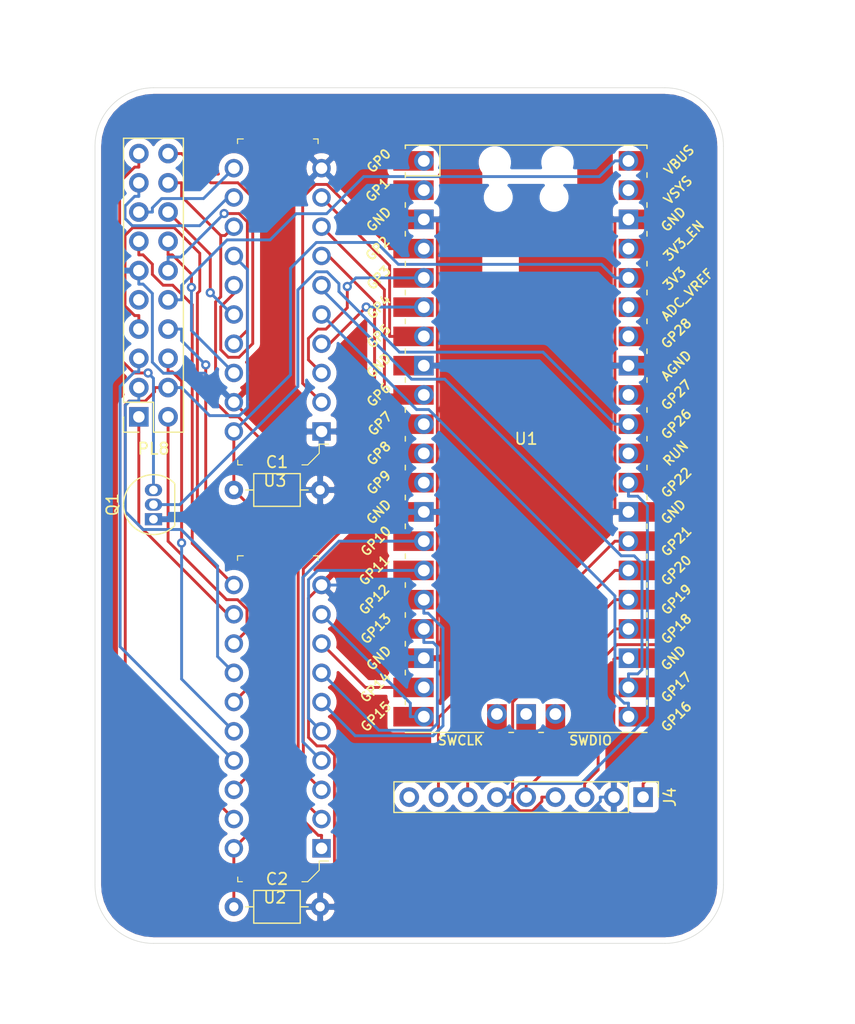
<source format=kicad_pcb>
(kicad_pcb (version 20171130) (host pcbnew 5.1.5+dfsg1-2build2)

  (general
    (thickness 1.6)
    (drawings 8)
    (tracks 355)
    (zones 0)
    (modules 8)
    (nets 54)
  )

  (page A4)
  (layers
    (0 F.Cu mixed)
    (31 B.Cu mixed)
    (33 F.Adhes user)
    (35 F.Paste user)
    (37 F.SilkS user)
    (38 B.Mask user)
    (39 F.Mask user)
    (40 Dwgs.User user)
    (41 Cmts.User user)
    (42 Eco1.User user)
    (43 Eco2.User user)
    (44 Edge.Cuts user)
    (45 Margin user)
    (46 B.CrtYd user)
    (47 F.CrtYd user)
    (49 F.Fab user)
  )

  (setup
    (last_trace_width 0.25)
    (trace_clearance 0.2)
    (zone_clearance 0.508)
    (zone_45_only no)
    (trace_min 0.2)
    (via_size 0.8)
    (via_drill 0.4)
    (via_min_size 0.4)
    (via_min_drill 0.3)
    (uvia_size 0.3)
    (uvia_drill 0.1)
    (uvias_allowed no)
    (uvia_min_size 0.2)
    (uvia_min_drill 0.1)
    (edge_width 0.05)
    (segment_width 0.2)
    (pcb_text_width 0.3)
    (pcb_text_size 1.5 1.5)
    (mod_edge_width 0.12)
    (mod_text_size 1 1)
    (mod_text_width 0.15)
    (pad_size 1.524 1.524)
    (pad_drill 0.762)
    (pad_to_mask_clearance 0.051)
    (solder_mask_min_width 0.25)
    (aux_axis_origin 0 0)
    (visible_elements FFFFFF7F)
    (pcbplotparams
      (layerselection 0x010e8_ffffffff)
      (usegerberextensions false)
      (usegerberattributes false)
      (usegerberadvancedattributes false)
      (creategerberjobfile false)
      (excludeedgelayer true)
      (linewidth 0.100000)
      (plotframeref false)
      (viasonmask false)
      (mode 1)
      (useauxorigin false)
      (hpglpennumber 1)
      (hpglpenspeed 20)
      (hpglpendiameter 15.000000)
      (psnegative false)
      (psa4output false)
      (plotreference true)
      (plotvalue true)
      (plotinvisibletext false)
      (padsonsilk false)
      (subtractmaskfromsilk false)
      (outputformat 1)
      (mirror false)
      (drillshape 0)
      (scaleselection 1)
      (outputdirectory ""))
  )

  (net 0 "")
  (net 1 GNDD)
  (net 2 DAT0)
  (net 3 CLK)
  (net 4 +3V3)
  (net 5 CMD)
  (net 6 DAT3)
  (net 7 DAT1)
  (net 8 DAT2)
  (net 9 NRST)
  (net 10 /IRQ)
  (net 11 RNW)
  (net 12 1MHZ)
  (net 13 A2)
  (net 14 A3)
  (net 15 A0)
  (net 16 D7)
  (net 17 A1)
  (net 18 5V)
  (net 19 D0)
  (net 20 D3)
  (net 21 D2)
  (net 22 D1)
  (net 23 NB400)
  (net 24 D4)
  (net 25 D5)
  (net 26 D6)
  (net 27 PIRQ)
  (net 28 PD7)
  (net 29 PD6)
  (net 30 PD5)
  (net 31 PD4)
  (net 32 PD3)
  (net 33 PD2)
  (net 34 PD1)
  (net 35 PD0)
  (net 36 PNRST)
  (net 37 PNB400)
  (net 38 PRNW)
  (net 39 P1MHZ)
  (net 40 PA3)
  (net 41 PA2)
  (net 42 PA1)
  (net 43 PA0)
  (net 44 "Net-(U1-Pad43)")
  (net 45 "Net-(U1-Pad42)")
  (net 46 "Net-(U1-Pad41)")
  (net 47 "Net-(U1-Pad30)")
  (net 48 "Net-(U1-Pad34)")
  (net 49 "Net-(U1-Pad35)")
  (net 50 "Net-(U1-Pad37)")
  (net 51 "Net-(U1-Pad39)")
  (net 52 "Net-(U1-Pad2)")
  (net 53 "Net-(U1-Pad1)")

  (net_class Default "This is the default net class."
    (clearance 0.2)
    (trace_width 0.25)
    (via_dia 0.8)
    (via_drill 0.4)
    (uvia_dia 0.3)
    (uvia_drill 0.1)
    (add_net +3V3)
    (add_net /IRQ)
    (add_net 1MHZ)
    (add_net 5V)
    (add_net A0)
    (add_net A1)
    (add_net A2)
    (add_net A3)
    (add_net CLK)
    (add_net CMD)
    (add_net D0)
    (add_net D1)
    (add_net D2)
    (add_net D3)
    (add_net D4)
    (add_net D5)
    (add_net D6)
    (add_net D7)
    (add_net DAT0)
    (add_net DAT1)
    (add_net DAT2)
    (add_net DAT3)
    (add_net GNDD)
    (add_net NB400)
    (add_net NRST)
    (add_net "Net-(U1-Pad1)")
    (add_net "Net-(U1-Pad2)")
    (add_net "Net-(U1-Pad30)")
    (add_net "Net-(U1-Pad34)")
    (add_net "Net-(U1-Pad35)")
    (add_net "Net-(U1-Pad37)")
    (add_net "Net-(U1-Pad39)")
    (add_net "Net-(U1-Pad41)")
    (add_net "Net-(U1-Pad42)")
    (add_net "Net-(U1-Pad43)")
    (add_net P1MHZ)
    (add_net PA0)
    (add_net PA1)
    (add_net PA2)
    (add_net PA3)
    (add_net PD0)
    (add_net PD1)
    (add_net PD2)
    (add_net PD3)
    (add_net PD4)
    (add_net PD5)
    (add_net PD6)
    (add_net PD7)
    (add_net PIRQ)
    (add_net PNB400)
    (add_net PNRST)
    (add_net PRNW)
    (add_net RNW)
  )

  (module Connector_PinHeader_2.54mm:PinHeader_1x09_P2.54mm_Vertical (layer F.Cu) (tedit 59FED5CC) (tstamp 603DB0B0)
    (at 157.48 126.365 270)
    (descr "Through hole straight pin header, 1x09, 2.54mm pitch, single row")
    (tags "Through hole pin header THT 1x09 2.54mm single row")
    (path /603E7BD5)
    (fp_text reference J4 (at 0 -2.33 90) (layer F.SilkS)
      (effects (font (size 1 1) (thickness 0.15)))
    )
    (fp_text value "SD Card Adapter" (at 0 22.65 90) (layer F.Fab)
      (effects (font (size 1 1) (thickness 0.15)))
    )
    (fp_line (start -0.635 -1.27) (end 1.27 -1.27) (layer F.Fab) (width 0.1))
    (fp_line (start 1.27 -1.27) (end 1.27 21.59) (layer F.Fab) (width 0.1))
    (fp_line (start 1.27 21.59) (end -1.27 21.59) (layer F.Fab) (width 0.1))
    (fp_line (start -1.27 21.59) (end -1.27 -0.635) (layer F.Fab) (width 0.1))
    (fp_line (start -1.27 -0.635) (end -0.635 -1.27) (layer F.Fab) (width 0.1))
    (fp_line (start -1.33 21.65) (end 1.33 21.65) (layer F.SilkS) (width 0.12))
    (fp_line (start -1.33 1.27) (end -1.33 21.65) (layer F.SilkS) (width 0.12))
    (fp_line (start 1.33 1.27) (end 1.33 21.65) (layer F.SilkS) (width 0.12))
    (fp_line (start -1.33 1.27) (end 1.33 1.27) (layer F.SilkS) (width 0.12))
    (fp_line (start -1.33 0) (end -1.33 -1.33) (layer F.SilkS) (width 0.12))
    (fp_line (start -1.33 -1.33) (end 0 -1.33) (layer F.SilkS) (width 0.12))
    (fp_line (start -1.8 -1.8) (end -1.8 22.1) (layer F.CrtYd) (width 0.05))
    (fp_line (start -1.8 22.1) (end 1.8 22.1) (layer F.CrtYd) (width 0.05))
    (fp_line (start 1.8 22.1) (end 1.8 -1.8) (layer F.CrtYd) (width 0.05))
    (fp_line (start 1.8 -1.8) (end -1.8 -1.8) (layer F.CrtYd) (width 0.05))
    (fp_text user %R (at 0 10.16) (layer F.Fab)
      (effects (font (size 1 1) (thickness 0.15)))
    )
    (pad 1 thru_hole rect (at 0 0 270) (size 1.7 1.7) (drill 1) (layers *.Cu *.Mask)
      (net 4 +3V3))
    (pad 2 thru_hole oval (at 0 2.54 270) (size 1.7 1.7) (drill 1) (layers *.Cu *.Mask)
      (net 1 GNDD))
    (pad 3 thru_hole oval (at 0 5.08 270) (size 1.7 1.7) (drill 1) (layers *.Cu *.Mask)
      (net 3 CLK))
    (pad 4 thru_hole oval (at 0 7.62 270) (size 1.7 1.7) (drill 1) (layers *.Cu *.Mask)
      (net 2 DAT0))
    (pad 5 thru_hole oval (at 0 10.16 270) (size 1.7 1.7) (drill 1) (layers *.Cu *.Mask)
      (net 5 CMD))
    (pad 6 thru_hole oval (at 0 12.7 270) (size 1.7 1.7) (drill 1) (layers *.Cu *.Mask)
      (net 6 DAT3))
    (pad 7 thru_hole oval (at 0 15.24 270) (size 1.7 1.7) (drill 1) (layers *.Cu *.Mask)
      (net 7 DAT1))
    (pad 8 thru_hole oval (at 0 17.78 270) (size 1.7 1.7) (drill 1) (layers *.Cu *.Mask)
      (net 8 DAT2))
    (pad 9 thru_hole oval (at 0 20.32 270) (size 1.7 1.7) (drill 1) (layers *.Cu *.Mask))
    (model ${KISYS3DMOD}/Connector_PinHeader_2.54mm.3dshapes/PinHeader_1x09_P2.54mm_Vertical.wrl
      (at (xyz 0 0 0))
      (scale (xyz 1 1 1))
      (rotate (xyz 0 0 0))
    )
  )

  (module Package_TO_SOT_THT:TO-92_Inline (layer F.Cu) (tedit 5A1DD157) (tstamp 603DB0EB)
    (at 114.935 102.235 90)
    (descr "TO-92 leads in-line, narrow, oval pads, drill 0.75mm (see NXP sot054_po.pdf)")
    (tags "to-92 sc-43 sc-43a sot54 PA33 transistor")
    (path /60439FB7)
    (fp_text reference Q1 (at 1.27 -3.56 90) (layer F.SilkS)
      (effects (font (size 1 1) (thickness 0.15)))
    )
    (fp_text value 2N7000 (at 1.27 2.79 90) (layer F.Fab)
      (effects (font (size 1 1) (thickness 0.15)))
    )
    (fp_text user %R (at 1.27 -3.56 90) (layer F.Fab)
      (effects (font (size 1 1) (thickness 0.15)))
    )
    (fp_line (start -0.53 1.85) (end 3.07 1.85) (layer F.SilkS) (width 0.12))
    (fp_line (start -0.5 1.75) (end 3 1.75) (layer F.Fab) (width 0.1))
    (fp_line (start -1.46 -2.73) (end 4 -2.73) (layer F.CrtYd) (width 0.05))
    (fp_line (start -1.46 -2.73) (end -1.46 2.01) (layer F.CrtYd) (width 0.05))
    (fp_line (start 4 2.01) (end 4 -2.73) (layer F.CrtYd) (width 0.05))
    (fp_line (start 4 2.01) (end -1.46 2.01) (layer F.CrtYd) (width 0.05))
    (fp_arc (start 1.27 0) (end 1.27 -2.48) (angle 135) (layer F.Fab) (width 0.1))
    (fp_arc (start 1.27 0) (end 1.27 -2.6) (angle -135) (layer F.SilkS) (width 0.12))
    (fp_arc (start 1.27 0) (end 1.27 -2.48) (angle -135) (layer F.Fab) (width 0.1))
    (fp_arc (start 1.27 0) (end 1.27 -2.6) (angle 135) (layer F.SilkS) (width 0.12))
    (pad 2 thru_hole oval (at 1.27 0 90) (size 1.05 1.5) (drill 0.75) (layers *.Cu *.Mask)
      (net 27 PIRQ))
    (pad 3 thru_hole oval (at 2.54 0 90) (size 1.05 1.5) (drill 0.75) (layers *.Cu *.Mask)
      (net 10 /IRQ))
    (pad 1 thru_hole rect (at 0 0 90) (size 1.05 1.5) (drill 0.75) (layers *.Cu *.Mask)
      (net 1 GNDD))
    (model ${KISYS3DMOD}/Package_TO_SOT_THT.3dshapes/TO-92_Inline.wrl
      (at (xyz 0 0 0))
      (scale (xyz 1 1 1))
      (rotate (xyz 0 0 0))
    )
  )

  (module Connector_PinSocket_2.54mm:PinSocket_2x10_P2.54mm_Vertical (layer F.Cu) (tedit 5A19A427) (tstamp 603A79FB)
    (at 113.665 93.345 180)
    (descr "Through hole straight socket strip, 2x10, 2.54mm pitch, double cols (from Kicad 4.0.7), script generated")
    (tags "Through hole socket strip THT 2x10 2.54mm double row")
    (path /6038D49E)
    (fp_text reference PL8 (at -1.27 -2.77) (layer F.SilkS)
      (effects (font (size 1 1) (thickness 0.15)))
    )
    (fp_text value Conn_02x10_Odd_Even (at -1.27 25.63) (layer F.Fab)
      (effects (font (size 1 1) (thickness 0.15)))
    )
    (fp_line (start -3.81 -1.27) (end 0.27 -1.27) (layer F.Fab) (width 0.1))
    (fp_line (start 0.27 -1.27) (end 1.27 -0.27) (layer F.Fab) (width 0.1))
    (fp_line (start 1.27 -0.27) (end 1.27 24.13) (layer F.Fab) (width 0.1))
    (fp_line (start 1.27 24.13) (end -3.81 24.13) (layer F.Fab) (width 0.1))
    (fp_line (start -3.81 24.13) (end -3.81 -1.27) (layer F.Fab) (width 0.1))
    (fp_line (start -3.87 -1.33) (end -1.27 -1.33) (layer F.SilkS) (width 0.12))
    (fp_line (start -3.87 -1.33) (end -3.87 24.19) (layer F.SilkS) (width 0.12))
    (fp_line (start -3.87 24.19) (end 1.33 24.19) (layer F.SilkS) (width 0.12))
    (fp_line (start 1.33 1.27) (end 1.33 24.19) (layer F.SilkS) (width 0.12))
    (fp_line (start -1.27 1.27) (end 1.33 1.27) (layer F.SilkS) (width 0.12))
    (fp_line (start -1.27 -1.33) (end -1.27 1.27) (layer F.SilkS) (width 0.12))
    (fp_line (start 1.33 -1.33) (end 1.33 0) (layer F.SilkS) (width 0.12))
    (fp_line (start 0 -1.33) (end 1.33 -1.33) (layer F.SilkS) (width 0.12))
    (fp_line (start -4.34 -1.8) (end 1.76 -1.8) (layer F.CrtYd) (width 0.05))
    (fp_line (start 1.76 -1.8) (end 1.76 24.6) (layer F.CrtYd) (width 0.05))
    (fp_line (start 1.76 24.6) (end -4.34 24.6) (layer F.CrtYd) (width 0.05))
    (fp_line (start -4.34 24.6) (end -4.34 -1.8) (layer F.CrtYd) (width 0.05))
    (fp_text user %R (at -1.27 11.43 90) (layer F.Fab)
      (effects (font (size 1 1) (thickness 0.15)))
    )
    (pad 1 thru_hole rect (at 0 0 180) (size 1.7 1.7) (drill 1) (layers *.Cu *.Mask)
      (net 26 D6))
    (pad 2 thru_hole oval (at -2.54 0 180) (size 1.7 1.7) (drill 1) (layers *.Cu *.Mask)
      (net 25 D5))
    (pad 3 thru_hole oval (at 0 2.54 180) (size 1.7 1.7) (drill 1) (layers *.Cu *.Mask)
      (net 24 D4))
    (pad 4 thru_hole oval (at -2.54 2.54 180) (size 1.7 1.7) (drill 1) (layers *.Cu *.Mask)
      (net 23 NB400))
    (pad 5 thru_hole oval (at 0 5.08 180) (size 1.7 1.7) (drill 1) (layers *.Cu *.Mask)
      (net 22 D1))
    (pad 6 thru_hole oval (at -2.54 5.08 180) (size 1.7 1.7) (drill 1) (layers *.Cu *.Mask)
      (net 21 D2))
    (pad 7 thru_hole oval (at 0 7.62 180) (size 1.7 1.7) (drill 1) (layers *.Cu *.Mask)
      (net 20 D3))
    (pad 8 thru_hole oval (at -2.54 7.62 180) (size 1.7 1.7) (drill 1) (layers *.Cu *.Mask)
      (net 19 D0))
    (pad 9 thru_hole oval (at 0 10.16 180) (size 1.7 1.7) (drill 1) (layers *.Cu *.Mask))
    (pad 10 thru_hole oval (at -2.54 10.16 180) (size 1.7 1.7) (drill 1) (layers *.Cu *.Mask)
      (net 18 5V))
    (pad 11 thru_hole oval (at 0 12.7 180) (size 1.7 1.7) (drill 1) (layers *.Cu *.Mask)
      (net 1 GNDD))
    (pad 12 thru_hole oval (at -2.54 12.7 180) (size 1.7 1.7) (drill 1) (layers *.Cu *.Mask)
      (net 17 A1))
    (pad 13 thru_hole oval (at 0 15.24 180) (size 1.7 1.7) (drill 1) (layers *.Cu *.Mask)
      (net 16 D7))
    (pad 14 thru_hole oval (at -2.54 15.24 180) (size 1.7 1.7) (drill 1) (layers *.Cu *.Mask)
      (net 15 A0))
    (pad 15 thru_hole oval (at 0 17.78 180) (size 1.7 1.7) (drill 1) (layers *.Cu *.Mask)
      (net 14 A3))
    (pad 16 thru_hole oval (at -2.54 17.78 180) (size 1.7 1.7) (drill 1) (layers *.Cu *.Mask)
      (net 13 A2))
    (pad 17 thru_hole oval (at 0 20.32 180) (size 1.7 1.7) (drill 1) (layers *.Cu *.Mask)
      (net 12 1MHZ))
    (pad 18 thru_hole oval (at -2.54 20.32 180) (size 1.7 1.7) (drill 1) (layers *.Cu *.Mask)
      (net 11 RNW))
    (pad 19 thru_hole oval (at 0 22.86 180) (size 1.7 1.7) (drill 1) (layers *.Cu *.Mask)
      (net 10 /IRQ))
    (pad 20 thru_hole oval (at -2.54 22.86 180) (size 1.7 1.7) (drill 1) (layers *.Cu *.Mask)
      (net 9 NRST))
    (model ${KISYS3DMOD}/Connector_PinSocket_2.54mm.3dshapes/PinSocket_2x10_P2.54mm_Vertical.wrl
      (at (xyz 0 0 0))
      (scale (xyz 1 1 1))
      (rotate (xyz 0 0 0))
    )
  )

  (module Capacitor_THT:C_Axial_L3.8mm_D2.6mm_P7.50mm_Horizontal (layer F.Cu) (tedit 5AE50EF0) (tstamp 603DB015)
    (at 121.92 135.89)
    (descr "C, Axial series, Axial, Horizontal, pin pitch=7.5mm, , length*diameter=3.8*2.6mm^2, http://www.vishay.com/docs/45231/arseries.pdf")
    (tags "C Axial series Axial Horizontal pin pitch 7.5mm  length 3.8mm diameter 2.6mm")
    (path /6043562B)
    (fp_text reference C2 (at 3.75 -2.42) (layer F.SilkS)
      (effects (font (size 1 1) (thickness 0.15)))
    )
    (fp_text value 100n (at 3.75 2.42) (layer F.Fab)
      (effects (font (size 1 1) (thickness 0.15)))
    )
    (fp_line (start 1.85 -1.3) (end 1.85 1.3) (layer F.Fab) (width 0.1))
    (fp_line (start 1.85 1.3) (end 5.65 1.3) (layer F.Fab) (width 0.1))
    (fp_line (start 5.65 1.3) (end 5.65 -1.3) (layer F.Fab) (width 0.1))
    (fp_line (start 5.65 -1.3) (end 1.85 -1.3) (layer F.Fab) (width 0.1))
    (fp_line (start 0 0) (end 1.85 0) (layer F.Fab) (width 0.1))
    (fp_line (start 7.5 0) (end 5.65 0) (layer F.Fab) (width 0.1))
    (fp_line (start 1.73 -1.42) (end 1.73 1.42) (layer F.SilkS) (width 0.12))
    (fp_line (start 1.73 1.42) (end 5.77 1.42) (layer F.SilkS) (width 0.12))
    (fp_line (start 5.77 1.42) (end 5.77 -1.42) (layer F.SilkS) (width 0.12))
    (fp_line (start 5.77 -1.42) (end 1.73 -1.42) (layer F.SilkS) (width 0.12))
    (fp_line (start 1.04 0) (end 1.73 0) (layer F.SilkS) (width 0.12))
    (fp_line (start 6.46 0) (end 5.77 0) (layer F.SilkS) (width 0.12))
    (fp_line (start -1.05 -1.55) (end -1.05 1.55) (layer F.CrtYd) (width 0.05))
    (fp_line (start -1.05 1.55) (end 8.55 1.55) (layer F.CrtYd) (width 0.05))
    (fp_line (start 8.55 1.55) (end 8.55 -1.55) (layer F.CrtYd) (width 0.05))
    (fp_line (start 8.55 -1.55) (end -1.05 -1.55) (layer F.CrtYd) (width 0.05))
    (fp_text user %R (at 3.75 0) (layer F.Fab)
      (effects (font (size 0.76 0.76) (thickness 0.114)))
    )
    (pad 1 thru_hole circle (at 0 0) (size 1.6 1.6) (drill 0.8) (layers *.Cu *.Mask)
      (net 4 +3V3))
    (pad 2 thru_hole oval (at 7.5 0) (size 1.6 1.6) (drill 0.8) (layers *.Cu *.Mask)
      (net 1 GNDD))
    (model ${KISYS3DMOD}/Capacitor_THT.3dshapes/C_Axial_L3.8mm_D2.6mm_P7.50mm_Horizontal.wrl
      (at (xyz 0 0 0))
      (scale (xyz 1 1 1))
      (rotate (xyz 0 0 0))
    )
  )

  (module Capacitor_THT:C_Axial_L3.8mm_D2.6mm_P7.50mm_Horizontal (layer F.Cu) (tedit 5AE50EF0) (tstamp 6040EBC5)
    (at 121.92 99.695)
    (descr "C, Axial series, Axial, Horizontal, pin pitch=7.5mm, , length*diameter=3.8*2.6mm^2, http://www.vishay.com/docs/45231/arseries.pdf")
    (tags "C Axial series Axial Horizontal pin pitch 7.5mm  length 3.8mm diameter 2.6mm")
    (path /604BDB51)
    (fp_text reference C1 (at 3.75 -2.42) (layer F.SilkS)
      (effects (font (size 1 1) (thickness 0.15)))
    )
    (fp_text value 100n (at 3.75 2.42) (layer F.Fab)
      (effects (font (size 1 1) (thickness 0.15)))
    )
    (fp_line (start 1.85 -1.3) (end 1.85 1.3) (layer F.Fab) (width 0.1))
    (fp_line (start 1.85 1.3) (end 5.65 1.3) (layer F.Fab) (width 0.1))
    (fp_line (start 5.65 1.3) (end 5.65 -1.3) (layer F.Fab) (width 0.1))
    (fp_line (start 5.65 -1.3) (end 1.85 -1.3) (layer F.Fab) (width 0.1))
    (fp_line (start 0 0) (end 1.85 0) (layer F.Fab) (width 0.1))
    (fp_line (start 7.5 0) (end 5.65 0) (layer F.Fab) (width 0.1))
    (fp_line (start 1.73 -1.42) (end 1.73 1.42) (layer F.SilkS) (width 0.12))
    (fp_line (start 1.73 1.42) (end 5.77 1.42) (layer F.SilkS) (width 0.12))
    (fp_line (start 5.77 1.42) (end 5.77 -1.42) (layer F.SilkS) (width 0.12))
    (fp_line (start 5.77 -1.42) (end 1.73 -1.42) (layer F.SilkS) (width 0.12))
    (fp_line (start 1.04 0) (end 1.73 0) (layer F.SilkS) (width 0.12))
    (fp_line (start 6.46 0) (end 5.77 0) (layer F.SilkS) (width 0.12))
    (fp_line (start -1.05 -1.55) (end -1.05 1.55) (layer F.CrtYd) (width 0.05))
    (fp_line (start -1.05 1.55) (end 8.55 1.55) (layer F.CrtYd) (width 0.05))
    (fp_line (start 8.55 1.55) (end 8.55 -1.55) (layer F.CrtYd) (width 0.05))
    (fp_line (start 8.55 -1.55) (end -1.05 -1.55) (layer F.CrtYd) (width 0.05))
    (fp_text user %R (at 3.75 0 180) (layer F.Fab)
      (effects (font (size 0.76 0.76) (thickness 0.114)))
    )
    (pad 1 thru_hole circle (at 0 0) (size 1.6 1.6) (drill 0.8) (layers *.Cu *.Mask)
      (net 4 +3V3))
    (pad 2 thru_hole oval (at 7.5 0) (size 1.6 1.6) (drill 0.8) (layers *.Cu *.Mask)
      (net 1 GNDD))
    (model ${KISYS3DMOD}/Capacitor_THT.3dshapes/C_Axial_L3.8mm_D2.6mm_P7.50mm_Horizontal.wrl
      (at (xyz 0 0 0))
      (scale (xyz 1 1 1))
      (rotate (xyz 0 0 0))
    )
  )

  (module digikey-footprints:DIP-20_W7.62mm (layer F.Cu) (tedit 596F85A4) (tstamp 603A7B35)
    (at 129.54 94.615 180)
    (descr http://www.digikey.com/products/en?formaction=on&lang=en&site=us&KeyWords=296-1956-5-ND)
    (path /603957CD)
    (fp_text reference U3 (at 4.05 -4.28) (layer F.SilkS)
      (effects (font (size 1 1) (thickness 0.15)))
    )
    (fp_text value SN74LVC245AN (at 3.78 27.01) (layer F.Fab)
      (effects (font (size 1 1) (thickness 0.15)))
    )
    (fp_line (start 7.3 25) (end 7.3 25.4) (layer F.SilkS) (width 0.1))
    (fp_line (start 7.3 25.4) (end 6.8 25.4) (layer F.SilkS) (width 0.1))
    (fp_line (start 0.3 25) (end 0.3 25.4) (layer F.SilkS) (width 0.1))
    (fp_line (start 0.3 25.4) (end 0.7 25.4) (layer F.SilkS) (width 0.1))
    (fp_line (start -1.05 25.46) (end 8.68 25.46) (layer F.CrtYd) (width 0.05))
    (fp_line (start -1.05 -2.94) (end 8.67 -2.94) (layer F.CrtYd) (width 0.05))
    (fp_line (start 8.67 -2.94) (end 8.68 25.46) (layer F.CrtYd) (width 0.05))
    (fp_line (start -1.05 -2.94) (end -1.05 25.46) (layer F.CrtYd) (width 0.05))
    (fp_line (start 0.2 -1.1) (end -0.6 -1.1) (layer F.SilkS) (width 0.1))
    (fp_line (start 1.7 -2.9) (end 1.2 -2.9) (layer F.SilkS) (width 0.1))
    (fp_line (start 1.2 -2.9) (end 0.2 -1.9) (layer F.SilkS) (width 0.1))
    (fp_line (start 0.2 -1.9) (end 0.2 -1.1) (layer F.SilkS) (width 0.1))
    (fp_line (start 0.48 25.21) (end 7.08 25.21) (layer F.Fab) (width 0.1))
    (fp_text user REF** (at 3.63 12.31) (layer F.Fab)
      (effects (font (size 1 1) (thickness 0.1)))
    )
    (fp_line (start 7.28 -2.5) (end 7.28 -2.9) (layer F.SilkS) (width 0.1))
    (fp_line (start 7.28 -2.9) (end 6.88 -2.9) (layer F.SilkS) (width 0.1))
    (fp_line (start 0.48 -1.79) (end 0.48 25.21) (layer F.Fab) (width 0.1))
    (fp_line (start 1.38 -2.69) (end 7.08 -2.69) (layer F.Fab) (width 0.1))
    (fp_line (start 0.48 -1.79) (end 1.38 -2.69) (layer F.Fab) (width 0.1))
    (fp_line (start 7.08 -2.69) (end 7.08 25.21) (layer F.Fab) (width 0.1))
    (pad 1 thru_hole rect (at 0 0 180) (size 1.6 1.6) (drill 1) (layers *.Cu *.Mask)
      (net 1 GNDD))
    (pad 2 thru_hole circle (at 0 2.54 180) (size 1.6 1.6) (drill 1) (layers *.Cu *.Mask)
      (net 43 PA0))
    (pad 3 thru_hole circle (at 0 5.08 180) (size 1.6 1.6) (drill 1) (layers *.Cu *.Mask)
      (net 42 PA1))
    (pad 4 thru_hole circle (at 0 7.62 180) (size 1.6 1.6) (drill 1) (layers *.Cu *.Mask)
      (net 41 PA2))
    (pad 5 thru_hole circle (at 0 10.16 180) (size 1.6 1.6) (drill 1) (layers *.Cu *.Mask)
      (net 36 PNRST))
    (pad 6 thru_hole circle (at 0 12.7 180) (size 1.6 1.6) (drill 1) (layers *.Cu *.Mask)
      (net 37 PNB400))
    (pad 7 thru_hole circle (at 0 15.24 180) (size 1.6 1.6) (drill 1) (layers *.Cu *.Mask)
      (net 38 PRNW))
    (pad 14 thru_hole circle (at 7.62 15.24 180) (size 1.6 1.6) (drill 1) (layers *.Cu *.Mask)
      (net 23 NB400))
    (pad 15 thru_hole circle (at 7.62 12.7 180) (size 1.6 1.6) (drill 1) (layers *.Cu *.Mask)
      (net 9 NRST))
    (pad 16 thru_hole circle (at 7.62 10.16 180) (size 1.6 1.6) (drill 1) (layers *.Cu *.Mask)
      (net 13 A2))
    (pad 17 thru_hole circle (at 7.62 7.62 180) (size 1.6 1.6) (drill 1) (layers *.Cu *.Mask)
      (net 17 A1))
    (pad 18 thru_hole circle (at 7.62 5.08 180) (size 1.6 1.6) (drill 1) (layers *.Cu *.Mask)
      (net 15 A0))
    (pad 19 thru_hole circle (at 7.62 2.54 180) (size 1.6 1.6) (drill 1) (layers *.Cu *.Mask)
      (net 1 GNDD))
    (pad 20 thru_hole circle (at 7.62 0 180) (size 1.6 1.6) (drill 1) (layers *.Cu *.Mask)
      (net 4 +3V3))
    (pad 8 thru_hole circle (at 0 17.78 180) (size 1.6 1.6) (drill 1) (layers *.Cu *.Mask)
      (net 39 P1MHZ))
    (pad 13 thru_hole circle (at 7.62 17.78 180) (size 1.6 1.6) (drill 1) (layers *.Cu *.Mask)
      (net 11 RNW))
    (pad 9 thru_hole circle (at 0 20.32 180) (size 1.6 1.6) (drill 1) (layers *.Cu *.Mask)
      (net 40 PA3))
    (pad 12 thru_hole circle (at 7.62 20.32 180) (size 1.6 1.6) (drill 1) (layers *.Cu *.Mask)
      (net 12 1MHZ))
    (pad 10 thru_hole circle (at 0 22.86 180) (size 1.6 1.6) (drill 1) (layers *.Cu *.Mask)
      (net 1 GNDD))
    (pad 11 thru_hole circle (at 7.62 22.86 180) (size 1.6 1.6) (drill 1) (layers *.Cu *.Mask)
      (net 14 A3))
  )

  (module RPi_Pico:RPi_Pico_SMD_TH (layer F.Cu) (tedit 5F638C80) (tstamp 6040E9BE)
    (at 147.32 95.25)
    (descr "Through hole straight pin header, 2x20, 2.54mm pitch, double rows")
    (tags "Through hole pin header THT 2x20 2.54mm double row")
    (path /60392C53)
    (fp_text reference U1 (at 0 0) (layer F.SilkS)
      (effects (font (size 1 1) (thickness 0.15)))
    )
    (fp_text value Pico (at 0 2.159) (layer F.Fab)
      (effects (font (size 1 1) (thickness 0.15)))
    )
    (fp_line (start 1.1 25.5) (end 1.5 25.5) (layer F.SilkS) (width 0.12))
    (fp_line (start -1.5 25.5) (end -1.1 25.5) (layer F.SilkS) (width 0.12))
    (fp_line (start 10.5 25.5) (end 3.7 25.5) (layer F.SilkS) (width 0.12))
    (fp_line (start 10.5 15.1) (end 10.5 15.5) (layer F.SilkS) (width 0.12))
    (fp_line (start 10.5 7.4) (end 10.5 7.8) (layer F.SilkS) (width 0.12))
    (fp_line (start 10.5 -18) (end 10.5 -17.6) (layer F.SilkS) (width 0.12))
    (fp_line (start 10.5 -25.5) (end 10.5 -25.2) (layer F.SilkS) (width 0.12))
    (fp_line (start 10.5 -2.7) (end 10.5 -2.3) (layer F.SilkS) (width 0.12))
    (fp_line (start 10.5 12.5) (end 10.5 12.9) (layer F.SilkS) (width 0.12))
    (fp_line (start 10.5 -7.8) (end 10.5 -7.4) (layer F.SilkS) (width 0.12))
    (fp_line (start 10.5 -12.9) (end 10.5 -12.5) (layer F.SilkS) (width 0.12))
    (fp_line (start 10.5 -0.2) (end 10.5 0.2) (layer F.SilkS) (width 0.12))
    (fp_line (start 10.5 4.9) (end 10.5 5.3) (layer F.SilkS) (width 0.12))
    (fp_line (start 10.5 20.1) (end 10.5 20.5) (layer F.SilkS) (width 0.12))
    (fp_line (start 10.5 22.7) (end 10.5 23.1) (layer F.SilkS) (width 0.12))
    (fp_line (start 10.5 17.6) (end 10.5 18) (layer F.SilkS) (width 0.12))
    (fp_line (start 10.5 -15.4) (end 10.5 -15) (layer F.SilkS) (width 0.12))
    (fp_line (start 10.5 -23.1) (end 10.5 -22.7) (layer F.SilkS) (width 0.12))
    (fp_line (start 10.5 -20.5) (end 10.5 -20.1) (layer F.SilkS) (width 0.12))
    (fp_line (start 10.5 10) (end 10.5 10.4) (layer F.SilkS) (width 0.12))
    (fp_line (start 10.5 2.3) (end 10.5 2.7) (layer F.SilkS) (width 0.12))
    (fp_line (start 10.5 -5.3) (end 10.5 -4.9) (layer F.SilkS) (width 0.12))
    (fp_line (start 10.5 -10.4) (end 10.5 -10) (layer F.SilkS) (width 0.12))
    (fp_line (start -10.5 22.7) (end -10.5 23.1) (layer F.SilkS) (width 0.12))
    (fp_line (start -10.5 20.1) (end -10.5 20.5) (layer F.SilkS) (width 0.12))
    (fp_line (start -10.5 17.6) (end -10.5 18) (layer F.SilkS) (width 0.12))
    (fp_line (start -10.5 15.1) (end -10.5 15.5) (layer F.SilkS) (width 0.12))
    (fp_line (start -10.5 12.5) (end -10.5 12.9) (layer F.SilkS) (width 0.12))
    (fp_line (start -10.5 10) (end -10.5 10.4) (layer F.SilkS) (width 0.12))
    (fp_line (start -10.5 7.4) (end -10.5 7.8) (layer F.SilkS) (width 0.12))
    (fp_line (start -10.5 4.9) (end -10.5 5.3) (layer F.SilkS) (width 0.12))
    (fp_line (start -10.5 2.3) (end -10.5 2.7) (layer F.SilkS) (width 0.12))
    (fp_line (start -10.5 -0.2) (end -10.5 0.2) (layer F.SilkS) (width 0.12))
    (fp_line (start -10.5 -2.7) (end -10.5 -2.3) (layer F.SilkS) (width 0.12))
    (fp_line (start -10.5 -5.3) (end -10.5 -4.9) (layer F.SilkS) (width 0.12))
    (fp_line (start -10.5 -7.8) (end -10.5 -7.4) (layer F.SilkS) (width 0.12))
    (fp_line (start -10.5 -10.4) (end -10.5 -10) (layer F.SilkS) (width 0.12))
    (fp_line (start -10.5 -12.9) (end -10.5 -12.5) (layer F.SilkS) (width 0.12))
    (fp_line (start -10.5 -15.4) (end -10.5 -15) (layer F.SilkS) (width 0.12))
    (fp_line (start -10.5 -18) (end -10.5 -17.6) (layer F.SilkS) (width 0.12))
    (fp_line (start -10.5 -20.5) (end -10.5 -20.1) (layer F.SilkS) (width 0.12))
    (fp_line (start -10.5 -23.1) (end -10.5 -22.7) (layer F.SilkS) (width 0.12))
    (fp_line (start -10.5 -25.5) (end -10.5 -25.2) (layer F.SilkS) (width 0.12))
    (fp_line (start -7.493 -22.833) (end -7.493 -25.5) (layer F.SilkS) (width 0.12))
    (fp_line (start -10.5 -22.833) (end -7.493 -22.833) (layer F.SilkS) (width 0.12))
    (fp_line (start -3.7 25.5) (end -10.5 25.5) (layer F.SilkS) (width 0.12))
    (fp_line (start -10.5 -25.5) (end 10.5 -25.5) (layer F.SilkS) (width 0.12))
    (fp_line (start -11 26) (end -11 -26) (layer F.CrtYd) (width 0.12))
    (fp_line (start 11 26) (end -11 26) (layer F.CrtYd) (width 0.12))
    (fp_line (start 11 -26) (end 11 26) (layer F.CrtYd) (width 0.12))
    (fp_line (start -11 -26) (end 11 -26) (layer F.CrtYd) (width 0.12))
    (fp_line (start -10.5 -24.2) (end -9.2 -25.5) (layer F.Fab) (width 0.12))
    (fp_line (start -10.5 25.5) (end -10.5 -25.5) (layer F.Fab) (width 0.12))
    (fp_line (start 10.5 25.5) (end -10.5 25.5) (layer F.Fab) (width 0.12))
    (fp_line (start 10.5 -25.5) (end 10.5 25.5) (layer F.Fab) (width 0.12))
    (fp_line (start -10.5 -25.5) (end 10.5 -25.5) (layer F.Fab) (width 0.12))
    (fp_text user %R (at 0 0 180) (layer F.Fab)
      (effects (font (size 1 1) (thickness 0.15)))
    )
    (fp_text user GP1 (at -12.9 -21.6 45) (layer F.SilkS)
      (effects (font (size 0.8 0.8) (thickness 0.15)))
    )
    (fp_text user GP2 (at -12.9 -16.51 45) (layer F.SilkS)
      (effects (font (size 0.8 0.8) (thickness 0.15)))
    )
    (fp_text user GP0 (at -12.8 -24.13 45) (layer F.SilkS)
      (effects (font (size 0.8 0.8) (thickness 0.15)))
    )
    (fp_text user GP3 (at -12.8 -13.97 45) (layer F.SilkS)
      (effects (font (size 0.8 0.8) (thickness 0.15)))
    )
    (fp_text user GP4 (at -12.8 -11.43 45) (layer F.SilkS)
      (effects (font (size 0.8 0.8) (thickness 0.15)))
    )
    (fp_text user GP5 (at -12.8 -8.89 45) (layer F.SilkS)
      (effects (font (size 0.8 0.8) (thickness 0.15)))
    )
    (fp_text user GP6 (at -12.8 -3.81 45) (layer F.SilkS)
      (effects (font (size 0.8 0.8) (thickness 0.15)))
    )
    (fp_text user GP7 (at -12.7 -1.3 45) (layer F.SilkS)
      (effects (font (size 0.8 0.8) (thickness 0.15)))
    )
    (fp_text user GP8 (at -12.8 1.27 45) (layer F.SilkS)
      (effects (font (size 0.8 0.8) (thickness 0.15)))
    )
    (fp_text user GP9 (at -12.8 3.81 45) (layer F.SilkS)
      (effects (font (size 0.8 0.8) (thickness 0.15)))
    )
    (fp_text user GP10 (at -13.054 8.89 45) (layer F.SilkS)
      (effects (font (size 0.8 0.8) (thickness 0.15)))
    )
    (fp_text user GP11 (at -13.2 11.43 45) (layer F.SilkS)
      (effects (font (size 0.8 0.8) (thickness 0.15)))
    )
    (fp_text user GP12 (at -13.2 13.97 45) (layer F.SilkS)
      (effects (font (size 0.8 0.8) (thickness 0.15)))
    )
    (fp_text user GP13 (at -13.054 16.51 45) (layer F.SilkS)
      (effects (font (size 0.8 0.8) (thickness 0.15)))
    )
    (fp_text user GP14 (at -13.1 21.59 45) (layer F.SilkS)
      (effects (font (size 0.8 0.8) (thickness 0.15)))
    )
    (fp_text user GP15 (at -13.054 24.13 45) (layer F.SilkS)
      (effects (font (size 0.8 0.8) (thickness 0.15)))
    )
    (fp_text user GP16 (at 13.054 24.13 45) (layer F.SilkS)
      (effects (font (size 0.8 0.8) (thickness 0.15)))
    )
    (fp_text user GP17 (at 13.054 21.59 45) (layer F.SilkS)
      (effects (font (size 0.8 0.8) (thickness 0.15)))
    )
    (fp_text user GP18 (at 13.054 16.51 45) (layer F.SilkS)
      (effects (font (size 0.8 0.8) (thickness 0.15)))
    )
    (fp_text user GP19 (at 13.054 13.97 45) (layer F.SilkS)
      (effects (font (size 0.8 0.8) (thickness 0.15)))
    )
    (fp_text user GP20 (at 13.054 11.43 45) (layer F.SilkS)
      (effects (font (size 0.8 0.8) (thickness 0.15)))
    )
    (fp_text user GP21 (at 13.054 8.9 45) (layer F.SilkS)
      (effects (font (size 0.8 0.8) (thickness 0.15)))
    )
    (fp_text user GP22 (at 13.054 3.81 45) (layer F.SilkS)
      (effects (font (size 0.8 0.8) (thickness 0.15)))
    )
    (fp_text user RUN (at 13 1.27 45) (layer F.SilkS)
      (effects (font (size 0.8 0.8) (thickness 0.15)))
    )
    (fp_text user GP26 (at 13.054 -1.27 45) (layer F.SilkS)
      (effects (font (size 0.8 0.8) (thickness 0.15)))
    )
    (fp_text user GP27 (at 13.054 -3.8 45) (layer F.SilkS)
      (effects (font (size 0.8 0.8) (thickness 0.15)))
    )
    (fp_text user GP28 (at 13.054 -9.144 45) (layer F.SilkS)
      (effects (font (size 0.8 0.8) (thickness 0.15)))
    )
    (fp_text user ADC_VREF (at 14 -12.5 45) (layer F.SilkS)
      (effects (font (size 0.8 0.8) (thickness 0.15)))
    )
    (fp_text user 3V3 (at 12.9 -13.9 45) (layer F.SilkS)
      (effects (font (size 0.8 0.8) (thickness 0.15)))
    )
    (fp_text user 3V3_EN (at 13.7 -17.2 45) (layer F.SilkS)
      (effects (font (size 0.8 0.8) (thickness 0.15)))
    )
    (fp_text user VSYS (at 13.2 -21.59 45) (layer F.SilkS)
      (effects (font (size 0.8 0.8) (thickness 0.15)))
    )
    (fp_text user VBUS (at 13.3 -24.2 45) (layer F.SilkS)
      (effects (font (size 0.8 0.8) (thickness 0.15)))
    )
    (fp_text user GND (at -12.8 -19.05 45) (layer F.SilkS)
      (effects (font (size 0.8 0.8) (thickness 0.15)))
    )
    (fp_text user GND (at -12.8 -6.35 45) (layer F.SilkS)
      (effects (font (size 0.8 0.8) (thickness 0.15)))
    )
    (fp_text user GND (at -12.8 6.35 45) (layer F.SilkS)
      (effects (font (size 0.8 0.8) (thickness 0.15)))
    )
    (fp_text user GND (at -12.8 19.05 45) (layer F.SilkS)
      (effects (font (size 0.8 0.8) (thickness 0.15)))
    )
    (fp_text user GND (at 12.8 19.05 45) (layer F.SilkS)
      (effects (font (size 0.8 0.8) (thickness 0.15)))
    )
    (fp_text user GND (at 12.8 6.35 45) (layer F.SilkS)
      (effects (font (size 0.8 0.8) (thickness 0.15)))
    )
    (fp_text user GND (at 12.8 -19.05 45) (layer F.SilkS)
      (effects (font (size 0.8 0.8) (thickness 0.15)))
    )
    (fp_text user AGND (at 13.054 -6.35 45) (layer F.SilkS)
      (effects (font (size 0.8 0.8) (thickness 0.15)))
    )
    (fp_text user SWCLK (at -5.7 26.2) (layer F.SilkS)
      (effects (font (size 0.8 0.8) (thickness 0.15)))
    )
    (fp_text user SWDIO (at 5.6 26.2) (layer F.SilkS)
      (effects (font (size 0.8 0.8) (thickness 0.15)))
    )
    (fp_poly (pts (xy -1.5 -16.5) (xy -3.5 -16.5) (xy -3.5 -18.5) (xy -1.5 -18.5)) (layer Dwgs.User) (width 0.1))
    (fp_poly (pts (xy -1.5 -14) (xy -3.5 -14) (xy -3.5 -16) (xy -1.5 -16)) (layer Dwgs.User) (width 0.1))
    (fp_poly (pts (xy -1.5 -11.5) (xy -3.5 -11.5) (xy -3.5 -13.5) (xy -1.5 -13.5)) (layer Dwgs.User) (width 0.1))
    (fp_poly (pts (xy 3.7 -20.2) (xy -3.7 -20.2) (xy -3.7 -24.9) (xy 3.7 -24.9)) (layer Dwgs.User) (width 0.1))
    (fp_text user "Copper Keepouts shown on Dwgs layer" (at 0.1 -30.2) (layer Cmts.User)
      (effects (font (size 1 1) (thickness 0.15)))
    )
    (pad 1 thru_hole oval (at -8.89 -24.13) (size 1.7 1.7) (drill 1.02) (layers *.Cu *.Mask)
      (net 53 "Net-(U1-Pad1)"))
    (pad 2 thru_hole oval (at -8.89 -21.59) (size 1.7 1.7) (drill 1.02) (layers *.Cu *.Mask)
      (net 52 "Net-(U1-Pad2)"))
    (pad 3 thru_hole rect (at -8.89 -19.05) (size 1.7 1.7) (drill 1.02) (layers *.Cu *.Mask)
      (net 1 GNDD))
    (pad 4 thru_hole oval (at -8.89 -16.51) (size 1.7 1.7) (drill 1.02) (layers *.Cu *.Mask)
      (net 43 PA0))
    (pad 5 thru_hole oval (at -8.89 -13.97) (size 1.7 1.7) (drill 1.02) (layers *.Cu *.Mask)
      (net 42 PA1))
    (pad 6 thru_hole oval (at -8.89 -11.43) (size 1.7 1.7) (drill 1.02) (layers *.Cu *.Mask)
      (net 41 PA2))
    (pad 7 thru_hole oval (at -8.89 -8.89) (size 1.7 1.7) (drill 1.02) (layers *.Cu *.Mask)
      (net 40 PA3))
    (pad 8 thru_hole rect (at -8.89 -6.35) (size 1.7 1.7) (drill 1.02) (layers *.Cu *.Mask)
      (net 1 GNDD))
    (pad 9 thru_hole oval (at -8.89 -3.81) (size 1.7 1.7) (drill 1.02) (layers *.Cu *.Mask)
      (net 39 P1MHZ))
    (pad 10 thru_hole oval (at -8.89 -1.27) (size 1.7 1.7) (drill 1.02) (layers *.Cu *.Mask)
      (net 38 PRNW))
    (pad 11 thru_hole oval (at -8.89 1.27) (size 1.7 1.7) (drill 1.02) (layers *.Cu *.Mask)
      (net 35 PD0))
    (pad 12 thru_hole oval (at -8.89 3.81) (size 1.7 1.7) (drill 1.02) (layers *.Cu *.Mask)
      (net 34 PD1))
    (pad 13 thru_hole rect (at -8.89 6.35) (size 1.7 1.7) (drill 1.02) (layers *.Cu *.Mask)
      (net 1 GNDD))
    (pad 14 thru_hole oval (at -8.89 8.89) (size 1.7 1.7) (drill 1.02) (layers *.Cu *.Mask)
      (net 33 PD2))
    (pad 15 thru_hole oval (at -8.89 11.43) (size 1.7 1.7) (drill 1.02) (layers *.Cu *.Mask)
      (net 32 PD3))
    (pad 16 thru_hole oval (at -8.89 13.97) (size 1.7 1.7) (drill 1.02) (layers *.Cu *.Mask)
      (net 31 PD4))
    (pad 17 thru_hole oval (at -8.89 16.51) (size 1.7 1.7) (drill 1.02) (layers *.Cu *.Mask)
      (net 30 PD5))
    (pad 18 thru_hole rect (at -8.89 19.05) (size 1.7 1.7) (drill 1.02) (layers *.Cu *.Mask)
      (net 1 GNDD))
    (pad 19 thru_hole oval (at -8.89 21.59) (size 1.7 1.7) (drill 1.02) (layers *.Cu *.Mask)
      (net 29 PD6))
    (pad 20 thru_hole oval (at -8.89 24.13) (size 1.7 1.7) (drill 1.02) (layers *.Cu *.Mask)
      (net 28 PD7))
    (pad 21 thru_hole oval (at 8.89 24.13) (size 1.7 1.7) (drill 1.02) (layers *.Cu *.Mask)
      (net 36 PNRST))
    (pad 22 thru_hole oval (at 8.89 21.59) (size 1.7 1.7) (drill 1.02) (layers *.Cu *.Mask)
      (net 37 PNB400))
    (pad 23 thru_hole rect (at 8.89 19.05) (size 1.7 1.7) (drill 1.02) (layers *.Cu *.Mask)
      (net 1 GNDD))
    (pad 24 thru_hole oval (at 8.89 16.51) (size 1.7 1.7) (drill 1.02) (layers *.Cu *.Mask)
      (net 5 CMD))
    (pad 25 thru_hole oval (at 8.89 13.97) (size 1.7 1.7) (drill 1.02) (layers *.Cu *.Mask)
      (net 2 DAT0))
    (pad 26 thru_hole oval (at 8.89 11.43) (size 1.7 1.7) (drill 1.02) (layers *.Cu *.Mask)
      (net 7 DAT1))
    (pad 27 thru_hole oval (at 8.89 8.89) (size 1.7 1.7) (drill 1.02) (layers *.Cu *.Mask)
      (net 8 DAT2))
    (pad 28 thru_hole rect (at 8.89 6.35) (size 1.7 1.7) (drill 1.02) (layers *.Cu *.Mask)
      (net 1 GNDD))
    (pad 29 thru_hole oval (at 8.89 3.81) (size 1.7 1.7) (drill 1.02) (layers *.Cu *.Mask)
      (net 6 DAT3))
    (pad 30 thru_hole oval (at 8.89 1.27) (size 1.7 1.7) (drill 1.02) (layers *.Cu *.Mask)
      (net 47 "Net-(U1-Pad30)"))
    (pad 31 thru_hole oval (at 8.89 -1.27) (size 1.7 1.7) (drill 1.02) (layers *.Cu *.Mask)
      (net 27 PIRQ))
    (pad 32 thru_hole oval (at 8.89 -3.81) (size 1.7 1.7) (drill 1.02) (layers *.Cu *.Mask)
      (net 3 CLK))
    (pad 33 thru_hole rect (at 8.89 -6.35) (size 1.7 1.7) (drill 1.02) (layers *.Cu *.Mask)
      (net 1 GNDD))
    (pad 34 thru_hole oval (at 8.89 -8.89) (size 1.7 1.7) (drill 1.02) (layers *.Cu *.Mask)
      (net 48 "Net-(U1-Pad34)"))
    (pad 35 thru_hole oval (at 8.89 -11.43) (size 1.7 1.7) (drill 1.02) (layers *.Cu *.Mask)
      (net 49 "Net-(U1-Pad35)"))
    (pad 36 thru_hole oval (at 8.89 -13.97) (size 1.7 1.7) (drill 1.02) (layers *.Cu *.Mask)
      (net 4 +3V3))
    (pad 37 thru_hole oval (at 8.89 -16.51) (size 1.7 1.7) (drill 1.02) (layers *.Cu *.Mask)
      (net 50 "Net-(U1-Pad37)"))
    (pad 38 thru_hole rect (at 8.89 -19.05) (size 1.7 1.7) (drill 1.02) (layers *.Cu *.Mask)
      (net 1 GNDD))
    (pad 39 thru_hole oval (at 8.89 -21.59) (size 1.7 1.7) (drill 1.02) (layers *.Cu *.Mask)
      (net 51 "Net-(U1-Pad39)"))
    (pad 40 thru_hole oval (at 8.89 -24.13) (size 1.7 1.7) (drill 1.02) (layers *.Cu *.Mask)
      (net 18 5V))
    (pad 1 smd rect (at -8.89 -24.13) (size 3.5 1.7) (drill (offset -0.9 0)) (layers F.Cu F.Mask)
      (net 53 "Net-(U1-Pad1)"))
    (pad 2 smd rect (at -8.89 -21.59) (size 3.5 1.7) (drill (offset -0.9 0)) (layers F.Cu F.Mask)
      (net 52 "Net-(U1-Pad2)"))
    (pad 3 smd rect (at -8.89 -19.05) (size 3.5 1.7) (drill (offset -0.9 0)) (layers F.Cu F.Mask)
      (net 1 GNDD))
    (pad 4 smd rect (at -8.89 -16.51) (size 3.5 1.7) (drill (offset -0.9 0)) (layers F.Cu F.Mask)
      (net 43 PA0))
    (pad 5 smd rect (at -8.89 -13.97) (size 3.5 1.7) (drill (offset -0.9 0)) (layers F.Cu F.Mask)
      (net 42 PA1))
    (pad 6 smd rect (at -8.89 -11.43) (size 3.5 1.7) (drill (offset -0.9 0)) (layers F.Cu F.Mask)
      (net 41 PA2))
    (pad 7 smd rect (at -8.89 -8.89) (size 3.5 1.7) (drill (offset -0.9 0)) (layers F.Cu F.Mask)
      (net 40 PA3))
    (pad 8 smd rect (at -8.89 -6.35) (size 3.5 1.7) (drill (offset -0.9 0)) (layers F.Cu F.Mask)
      (net 1 GNDD))
    (pad 9 smd rect (at -8.89 -3.81) (size 3.5 1.7) (drill (offset -0.9 0)) (layers F.Cu F.Mask)
      (net 39 P1MHZ))
    (pad 10 smd rect (at -8.89 -1.27) (size 3.5 1.7) (drill (offset -0.9 0)) (layers F.Cu F.Mask)
      (net 38 PRNW))
    (pad 11 smd rect (at -8.89 1.27) (size 3.5 1.7) (drill (offset -0.9 0)) (layers F.Cu F.Mask)
      (net 35 PD0))
    (pad 12 smd rect (at -8.89 3.81) (size 3.5 1.7) (drill (offset -0.9 0)) (layers F.Cu F.Mask)
      (net 34 PD1))
    (pad 13 smd rect (at -8.89 6.35) (size 3.5 1.7) (drill (offset -0.9 0)) (layers F.Cu F.Mask)
      (net 1 GNDD))
    (pad 14 smd rect (at -8.89 8.89) (size 3.5 1.7) (drill (offset -0.9 0)) (layers F.Cu F.Mask)
      (net 33 PD2))
    (pad 15 smd rect (at -8.89 11.43) (size 3.5 1.7) (drill (offset -0.9 0)) (layers F.Cu F.Mask)
      (net 32 PD3))
    (pad 16 smd rect (at -8.89 13.97) (size 3.5 1.7) (drill (offset -0.9 0)) (layers F.Cu F.Mask)
      (net 31 PD4))
    (pad 17 smd rect (at -8.89 16.51) (size 3.5 1.7) (drill (offset -0.9 0)) (layers F.Cu F.Mask)
      (net 30 PD5))
    (pad 18 smd rect (at -8.89 19.05) (size 3.5 1.7) (drill (offset -0.9 0)) (layers F.Cu F.Mask)
      (net 1 GNDD))
    (pad 19 smd rect (at -8.89 21.59) (size 3.5 1.7) (drill (offset -0.9 0)) (layers F.Cu F.Mask)
      (net 29 PD6))
    (pad 20 smd rect (at -8.89 24.13) (size 3.5 1.7) (drill (offset -0.9 0)) (layers F.Cu F.Mask)
      (net 28 PD7))
    (pad 40 smd rect (at 8.89 -24.13) (size 3.5 1.7) (drill (offset 0.9 0)) (layers F.Cu F.Mask)
      (net 18 5V))
    (pad 39 smd rect (at 8.89 -21.59) (size 3.5 1.7) (drill (offset 0.9 0)) (layers F.Cu F.Mask)
      (net 51 "Net-(U1-Pad39)"))
    (pad 38 smd rect (at 8.89 -19.05) (size 3.5 1.7) (drill (offset 0.9 0)) (layers F.Cu F.Mask)
      (net 1 GNDD))
    (pad 37 smd rect (at 8.89 -16.51) (size 3.5 1.7) (drill (offset 0.9 0)) (layers F.Cu F.Mask)
      (net 50 "Net-(U1-Pad37)"))
    (pad 36 smd rect (at 8.89 -13.97) (size 3.5 1.7) (drill (offset 0.9 0)) (layers F.Cu F.Mask)
      (net 4 +3V3))
    (pad 35 smd rect (at 8.89 -11.43) (size 3.5 1.7) (drill (offset 0.9 0)) (layers F.Cu F.Mask)
      (net 49 "Net-(U1-Pad35)"))
    (pad 34 smd rect (at 8.89 -8.89) (size 3.5 1.7) (drill (offset 0.9 0)) (layers F.Cu F.Mask)
      (net 48 "Net-(U1-Pad34)"))
    (pad 33 smd rect (at 8.89 -6.35) (size 3.5 1.7) (drill (offset 0.9 0)) (layers F.Cu F.Mask)
      (net 1 GNDD))
    (pad 32 smd rect (at 8.89 -3.81) (size 3.5 1.7) (drill (offset 0.9 0)) (layers F.Cu F.Mask)
      (net 3 CLK))
    (pad 31 smd rect (at 8.89 -1.27) (size 3.5 1.7) (drill (offset 0.9 0)) (layers F.Cu F.Mask)
      (net 27 PIRQ))
    (pad 30 smd rect (at 8.89 1.27) (size 3.5 1.7) (drill (offset 0.9 0)) (layers F.Cu F.Mask)
      (net 47 "Net-(U1-Pad30)"))
    (pad 29 smd rect (at 8.89 3.81) (size 3.5 1.7) (drill (offset 0.9 0)) (layers F.Cu F.Mask)
      (net 6 DAT3))
    (pad 28 smd rect (at 8.89 6.35) (size 3.5 1.7) (drill (offset 0.9 0)) (layers F.Cu F.Mask)
      (net 1 GNDD))
    (pad 27 smd rect (at 8.89 8.89) (size 3.5 1.7) (drill (offset 0.9 0)) (layers F.Cu F.Mask)
      (net 8 DAT2))
    (pad 26 smd rect (at 8.89 11.43) (size 3.5 1.7) (drill (offset 0.9 0)) (layers F.Cu F.Mask)
      (net 7 DAT1))
    (pad 25 smd rect (at 8.89 13.97) (size 3.5 1.7) (drill (offset 0.9 0)) (layers F.Cu F.Mask)
      (net 2 DAT0))
    (pad 24 smd rect (at 8.89 16.51) (size 3.5 1.7) (drill (offset 0.9 0)) (layers F.Cu F.Mask)
      (net 5 CMD))
    (pad 23 smd rect (at 8.89 19.05) (size 3.5 1.7) (drill (offset 0.9 0)) (layers F.Cu F.Mask)
      (net 1 GNDD))
    (pad 22 smd rect (at 8.89 21.59) (size 3.5 1.7) (drill (offset 0.9 0)) (layers F.Cu F.Mask)
      (net 37 PNB400))
    (pad 21 smd rect (at 8.89 24.13) (size 3.5 1.7) (drill (offset 0.9 0)) (layers F.Cu F.Mask)
      (net 36 PNRST))
    (pad "" np_thru_hole oval (at -2.725 -24) (size 1.8 1.8) (drill 1.8) (layers *.Cu *.Mask))
    (pad "" np_thru_hole oval (at 2.725 -24) (size 1.8 1.8) (drill 1.8) (layers *.Cu *.Mask))
    (pad "" np_thru_hole oval (at -2.425 -20.97) (size 1.5 1.5) (drill 1.5) (layers *.Cu *.Mask))
    (pad "" np_thru_hole oval (at 2.425 -20.97) (size 1.5 1.5) (drill 1.5) (layers *.Cu *.Mask))
    (pad 41 smd rect (at -2.54 23.9 90) (size 3.5 1.7) (drill (offset -0.9 0)) (layers F.Cu F.Mask)
      (net 46 "Net-(U1-Pad41)"))
    (pad 41 thru_hole oval (at -2.54 23.9) (size 1.7 1.7) (drill 1.02) (layers *.Cu *.Mask)
      (net 46 "Net-(U1-Pad41)"))
    (pad 42 smd rect (at 0 23.9 90) (size 3.5 1.7) (drill (offset -0.9 0)) (layers F.Cu F.Mask)
      (net 45 "Net-(U1-Pad42)"))
    (pad 42 thru_hole rect (at 0 23.9) (size 1.7 1.7) (drill 1.02) (layers *.Cu *.Mask)
      (net 45 "Net-(U1-Pad42)"))
    (pad 43 smd rect (at 2.54 23.9 90) (size 3.5 1.7) (drill (offset -0.9 0)) (layers F.Cu F.Mask)
      (net 44 "Net-(U1-Pad43)"))
    (pad 43 thru_hole oval (at 2.54 23.9) (size 1.7 1.7) (drill 1.02) (layers *.Cu *.Mask)
      (net 44 "Net-(U1-Pad43)"))
  )

  (module digikey-footprints:DIP-20_W7.62mm (layer F.Cu) (tedit 596F85A4) (tstamp 603A7A43)
    (at 129.54 130.81 180)
    (descr http://www.digikey.com/products/en?formaction=on&lang=en&site=us&KeyWords=296-1956-5-ND)
    (path /60394ACC)
    (fp_text reference U2 (at 4.05 -4.28) (layer F.SilkS)
      (effects (font (size 1 1) (thickness 0.15)))
    )
    (fp_text value SN74LVC245AN (at 3.78 27.01) (layer F.Fab)
      (effects (font (size 1 1) (thickness 0.15)))
    )
    (fp_line (start 7.3 25) (end 7.3 25.4) (layer F.SilkS) (width 0.1))
    (fp_line (start 7.3 25.4) (end 6.8 25.4) (layer F.SilkS) (width 0.1))
    (fp_line (start 0.3 25) (end 0.3 25.4) (layer F.SilkS) (width 0.1))
    (fp_line (start 0.3 25.4) (end 0.7 25.4) (layer F.SilkS) (width 0.1))
    (fp_line (start -1.05 25.46) (end 8.68 25.46) (layer F.CrtYd) (width 0.05))
    (fp_line (start -1.05 -2.94) (end 8.67 -2.94) (layer F.CrtYd) (width 0.05))
    (fp_line (start 8.67 -2.94) (end 8.68 25.46) (layer F.CrtYd) (width 0.05))
    (fp_line (start -1.05 -2.94) (end -1.05 25.46) (layer F.CrtYd) (width 0.05))
    (fp_line (start 0.2 -1.1) (end -0.6 -1.1) (layer F.SilkS) (width 0.1))
    (fp_line (start 1.7 -2.9) (end 1.2 -2.9) (layer F.SilkS) (width 0.1))
    (fp_line (start 1.2 -2.9) (end 0.2 -1.9) (layer F.SilkS) (width 0.1))
    (fp_line (start 0.2 -1.9) (end 0.2 -1.1) (layer F.SilkS) (width 0.1))
    (fp_line (start 0.48 25.21) (end 7.08 25.21) (layer F.Fab) (width 0.1))
    (fp_text user REF** (at 3.63 12.31) (layer F.Fab)
      (effects (font (size 1 1) (thickness 0.1)))
    )
    (fp_line (start 7.28 -2.5) (end 7.28 -2.9) (layer F.SilkS) (width 0.1))
    (fp_line (start 7.28 -2.9) (end 6.88 -2.9) (layer F.SilkS) (width 0.1))
    (fp_line (start 0.48 -1.79) (end 0.48 25.21) (layer F.Fab) (width 0.1))
    (fp_line (start 1.38 -2.69) (end 7.08 -2.69) (layer F.Fab) (width 0.1))
    (fp_line (start 0.48 -1.79) (end 1.38 -2.69) (layer F.Fab) (width 0.1))
    (fp_line (start 7.08 -2.69) (end 7.08 25.21) (layer F.Fab) (width 0.1))
    (pad 1 thru_hole rect (at 0 0 180) (size 1.6 1.6) (drill 1) (layers *.Cu *.Mask)
      (net 11 RNW))
    (pad 2 thru_hole circle (at 0 2.54 180) (size 1.6 1.6) (drill 1) (layers *.Cu *.Mask)
      (net 35 PD0))
    (pad 3 thru_hole circle (at 0 5.08 180) (size 1.6 1.6) (drill 1) (layers *.Cu *.Mask)
      (net 34 PD1))
    (pad 4 thru_hole circle (at 0 7.62 180) (size 1.6 1.6) (drill 1) (layers *.Cu *.Mask)
      (net 33 PD2))
    (pad 5 thru_hole circle (at 0 10.16 180) (size 1.6 1.6) (drill 1) (layers *.Cu *.Mask)
      (net 32 PD3))
    (pad 6 thru_hole circle (at 0 12.7 180) (size 1.6 1.6) (drill 1) (layers *.Cu *.Mask)
      (net 31 PD4))
    (pad 7 thru_hole circle (at 0 15.24 180) (size 1.6 1.6) (drill 1) (layers *.Cu *.Mask)
      (net 30 PD5))
    (pad 14 thru_hole circle (at 7.62 15.24 180) (size 1.6 1.6) (drill 1) (layers *.Cu *.Mask)
      (net 24 D4))
    (pad 15 thru_hole circle (at 7.62 12.7 180) (size 1.6 1.6) (drill 1) (layers *.Cu *.Mask)
      (net 20 D3))
    (pad 16 thru_hole circle (at 7.62 10.16 180) (size 1.6 1.6) (drill 1) (layers *.Cu *.Mask)
      (net 21 D2))
    (pad 17 thru_hole circle (at 7.62 7.62 180) (size 1.6 1.6) (drill 1) (layers *.Cu *.Mask)
      (net 22 D1))
    (pad 18 thru_hole circle (at 7.62 5.08 180) (size 1.6 1.6) (drill 1) (layers *.Cu *.Mask)
      (net 19 D0))
    (pad 19 thru_hole circle (at 7.62 2.54 180) (size 1.6 1.6) (drill 1) (layers *.Cu *.Mask)
      (net 23 NB400))
    (pad 20 thru_hole circle (at 7.62 0 180) (size 1.6 1.6) (drill 1) (layers *.Cu *.Mask)
      (net 4 +3V3))
    (pad 8 thru_hole circle (at 0 17.78 180) (size 1.6 1.6) (drill 1) (layers *.Cu *.Mask)
      (net 29 PD6))
    (pad 13 thru_hole circle (at 7.62 17.78 180) (size 1.6 1.6) (drill 1) (layers *.Cu *.Mask)
      (net 25 D5))
    (pad 9 thru_hole circle (at 0 20.32 180) (size 1.6 1.6) (drill 1) (layers *.Cu *.Mask)
      (net 28 PD7))
    (pad 12 thru_hole circle (at 7.62 20.32 180) (size 1.6 1.6) (drill 1) (layers *.Cu *.Mask)
      (net 26 D6))
    (pad 10 thru_hole circle (at 0 22.86 180) (size 1.6 1.6) (drill 1) (layers *.Cu *.Mask)
      (net 1 GNDD))
    (pad 11 thru_hole circle (at 7.62 22.86 180) (size 1.6 1.6) (drill 1) (layers *.Cu *.Mask)
      (net 16 D7))
  )

  (gr_line (start 109.855 133.985) (end 109.855 69.85) (layer Edge.Cuts) (width 0.05) (tstamp 6040F433))
  (gr_line (start 159.385 139.065) (end 114.935 139.065) (layer Edge.Cuts) (width 0.05) (tstamp 6040F432))
  (gr_line (start 164.465 69.85) (end 164.465 133.985) (layer Edge.Cuts) (width 0.05) (tstamp 6040F431))
  (gr_line (start 114.935 64.77) (end 159.385 64.77) (layer Edge.Cuts) (width 0.05) (tstamp 6040F42F))
  (gr_arc (start 114.935 133.985) (end 109.855 133.985) (angle -90) (layer Edge.Cuts) (width 0.05) (tstamp 6040F234))
  (gr_arc (start 114.935 69.85) (end 114.935 64.77) (angle -90) (layer Edge.Cuts) (width 0.05) (tstamp 6040F22A))
  (gr_arc (start 159.385 133.985) (end 159.385 139.065) (angle -90) (layer Edge.Cuts) (width 0.05) (tstamp 6040F22F))
  (gr_arc (start 159.385 69.85) (end 164.465 69.85) (angle -90) (layer Edge.Cuts) (width 0.05))

  (segment (start 113.665 81.8203) (end 114.0324 81.8203) (width 0.25) (layer B.Cu) (net 1))
  (segment (start 114.0324 81.8203) (end 114.8403 82.6282) (width 0.25) (layer B.Cu) (net 1))
  (segment (start 114.8403 82.6282) (end 114.8403 88.6013) (width 0.25) (layer B.Cu) (net 1))
  (segment (start 114.8403 88.6013) (end 115.794 89.555) (width 0.25) (layer B.Cu) (net 1))
  (segment (start 115.794 89.555) (end 119.4 89.555) (width 0.25) (layer B.Cu) (net 1))
  (segment (start 119.4 89.555) (end 121.92 92.075) (width 0.25) (layer B.Cu) (net 1))
  (segment (start 129.42 135.89) (end 129.42 134.7647) (width 0.25) (layer F.Cu) (net 1))
  (segment (start 129.42 134.7647) (end 130.6654 133.5193) (width 0.25) (layer F.Cu) (net 1))
  (segment (start 130.6654 133.5193) (end 130.6654 122.7178) (width 0.25) (layer F.Cu) (net 1))
  (segment (start 130.6654 122.7178) (end 129.8676 121.92) (width 0.25) (layer F.Cu) (net 1))
  (segment (start 129.8676 121.92) (end 129.1382 121.92) (width 0.25) (layer F.Cu) (net 1))
  (segment (start 129.1382 121.92) (end 128.4089 121.1907) (width 0.25) (layer F.Cu) (net 1))
  (segment (start 128.4089 121.1907) (end 128.4089 109.0811) (width 0.25) (layer F.Cu) (net 1))
  (segment (start 128.4089 109.0811) (end 129.54 107.95) (width 0.25) (layer F.Cu) (net 1))
  (segment (start 113.665 80.645) (end 113.665 81.8203) (width 0.25) (layer B.Cu) (net 1))
  (segment (start 129.54 71.755) (end 133.985 76.2) (width 0.25) (layer F.Cu) (net 1))
  (segment (start 133.985 76.2) (end 138.43 76.2) (width 0.25) (layer F.Cu) (net 1))
  (segment (start 121.92 92.075) (end 124.46 94.615) (width 0.25) (layer F.Cu) (net 1))
  (segment (start 124.46 94.615) (end 129.54 94.615) (width 0.25) (layer F.Cu) (net 1))
  (segment (start 154.94 126.365) (end 153.7647 126.365) (width 0.25) (layer B.Cu) (net 1))
  (segment (start 129.42 135.89) (end 144.607 135.89) (width 0.25) (layer B.Cu) (net 1))
  (segment (start 144.607 135.89) (end 153.7647 126.7323) (width 0.25) (layer B.Cu) (net 1))
  (segment (start 153.7647 126.7323) (end 153.7647 126.365) (width 0.25) (layer B.Cu) (net 1))
  (segment (start 129.42 99.695) (end 128.2947 99.695) (width 0.25) (layer B.Cu) (net 1))
  (segment (start 114.935 102.235) (end 125.7547 102.235) (width 0.25) (layer B.Cu) (net 1))
  (segment (start 125.7547 102.235) (end 128.2947 99.695) (width 0.25) (layer B.Cu) (net 1))
  (segment (start 138.43 114.3) (end 139.6053 114.3) (width 0.25) (layer F.Cu) (net 1))
  (segment (start 139.6053 114.3) (end 139.6053 101.6) (width 0.25) (layer F.Cu) (net 1))
  (segment (start 129.54 94.615) (end 129.54 95.7403) (width 0.25) (layer F.Cu) (net 1))
  (segment (start 129.54 95.7403) (end 129.42 95.8603) (width 0.25) (layer F.Cu) (net 1))
  (segment (start 129.42 95.8603) (end 129.42 99.695) (width 0.25) (layer F.Cu) (net 1))
  (segment (start 138.43 76.2) (end 139.6053 76.2) (width 0.25) (layer F.Cu) (net 1))
  (segment (start 139.6053 88.9) (end 139.6053 76.2) (width 0.25) (layer F.Cu) (net 1))
  (segment (start 139.4927 88.9) (end 139.6053 88.9) (width 0.25) (layer F.Cu) (net 1))
  (segment (start 138.43 88.9) (end 139.4927 88.9) (width 0.25) (layer F.Cu) (net 1))
  (segment (start 138.43 101.6) (end 139.6053 101.6) (width 0.25) (layer F.Cu) (net 1))
  (segment (start 139.6053 101.6) (end 139.6053 88.9) (width 0.25) (layer F.Cu) (net 1))
  (segment (start 129.42 99.695) (end 130.5453 99.695) (width 0.25) (layer B.Cu) (net 1))
  (segment (start 130.5453 99.695) (end 132.4503 101.6) (width 0.25) (layer B.Cu) (net 1))
  (segment (start 132.4503 101.6) (end 138.43 101.6) (width 0.25) (layer B.Cu) (net 1))
  (segment (start 138.43 114.3) (end 137.2547 114.3) (width 0.25) (layer B.Cu) (net 1))
  (segment (start 129.54 107.95) (end 130.9047 107.95) (width 0.25) (layer B.Cu) (net 1))
  (segment (start 130.9047 107.95) (end 137.2547 114.3) (width 0.25) (layer B.Cu) (net 1))
  (segment (start 138.43 76.2) (end 156.21 76.2) (width 0.25) (layer B.Cu) (net 1))
  (segment (start 156.21 76.2) (end 155.0347 76.2) (width 0.25) (layer F.Cu) (net 1))
  (segment (start 155.0347 76.2) (end 155.0347 88.9) (width 0.25) (layer F.Cu) (net 1))
  (segment (start 156.21 101.6) (end 155.0347 101.6) (width 0.25) (layer F.Cu) (net 1))
  (segment (start 156.21 88.9) (end 155.0347 88.9) (width 0.25) (layer F.Cu) (net 1))
  (segment (start 155.0347 88.9) (end 155.0347 101.6) (width 0.25) (layer F.Cu) (net 1))
  (segment (start 156.21 114.3) (end 155.0347 114.3) (width 0.25) (layer F.Cu) (net 1))
  (segment (start 154.94 126.365) (end 154.94 114.3947) (width 0.25) (layer F.Cu) (net 1))
  (segment (start 154.94 114.3947) (end 155.0347 114.3) (width 0.25) (layer F.Cu) (net 1))
  (segment (start 156.21 109.22) (end 155.0347 109.22) (width 0.25) (layer F.Cu) (net 2))
  (segment (start 149.86 126.365) (end 148.6847 126.365) (width 0.25) (layer F.Cu) (net 2))
  (segment (start 148.6847 126.365) (end 148.6847 126.7323) (width 0.25) (layer F.Cu) (net 2))
  (segment (start 148.6847 126.7323) (end 147.8703 127.5467) (width 0.25) (layer F.Cu) (net 2))
  (segment (start 147.8703 127.5467) (end 146.793 127.5467) (width 0.25) (layer F.Cu) (net 2))
  (segment (start 146.793 127.5467) (end 146.1446 126.8983) (width 0.25) (layer F.Cu) (net 2))
  (segment (start 146.1446 126.8983) (end 146.1446 118.1101) (width 0.25) (layer F.Cu) (net 2))
  (segment (start 146.1446 118.1101) (end 155.0347 109.22) (width 0.25) (layer F.Cu) (net 2))
  (segment (start 156.21 91.44) (end 159.1853 91.44) (width 0.25) (layer F.Cu) (net 3))
  (segment (start 152.4 126.365) (end 152.4 125.1897) (width 0.25) (layer F.Cu) (net 3))
  (segment (start 152.4 125.1897) (end 153.5753 124.0144) (width 0.25) (layer F.Cu) (net 3))
  (segment (start 153.5753 124.0144) (end 153.5753 114.7559) (width 0.25) (layer F.Cu) (net 3))
  (segment (start 153.5753 114.7559) (end 155.2066 113.1246) (width 0.25) (layer F.Cu) (net 3))
  (segment (start 155.2066 113.1246) (end 158.8124 113.1246) (width 0.25) (layer F.Cu) (net 3))
  (segment (start 158.8124 113.1246) (end 159.1853 112.7517) (width 0.25) (layer F.Cu) (net 3))
  (segment (start 159.1853 112.7517) (end 159.1853 91.44) (width 0.25) (layer F.Cu) (net 3))
  (segment (start 156.21 81.28) (end 159.1853 81.28) (width 0.25) (layer F.Cu) (net 4))
  (segment (start 157.48 126.365) (end 157.48 125.1897) (width 0.25) (layer F.Cu) (net 4))
  (segment (start 157.48 125.1897) (end 159.6659 123.0038) (width 0.25) (layer F.Cu) (net 4))
  (segment (start 159.6659 123.0038) (end 159.6659 81.7606) (width 0.25) (layer F.Cu) (net 4))
  (segment (start 159.6659 81.7606) (end 159.1853 81.28) (width 0.25) (layer F.Cu) (net 4))
  (segment (start 121.92 130.81) (end 124.4345 128.2955) (width 0.25) (layer F.Cu) (net 4))
  (segment (start 124.4345 128.2955) (end 124.4345 102.2095) (width 0.25) (layer F.Cu) (net 4))
  (segment (start 124.4345 102.2095) (end 121.92 99.695) (width 0.25) (layer F.Cu) (net 4))
  (segment (start 121.92 135.89) (end 121.92 130.81) (width 0.25) (layer F.Cu) (net 4))
  (segment (start 121.92 99.695) (end 121.92 94.615) (width 0.25) (layer F.Cu) (net 4))
  (segment (start 156.21 81.28) (end 155.0347 81.28) (width 0.25) (layer B.Cu) (net 4))
  (segment (start 121.92 94.615) (end 126.8427 89.6923) (width 0.25) (layer B.Cu) (net 4))
  (segment (start 126.8427 89.6923) (end 126.8427 80.4461) (width 0.25) (layer B.Cu) (net 4))
  (segment (start 126.8427 80.4461) (end 129.0847 78.2041) (width 0.25) (layer B.Cu) (net 4))
  (segment (start 129.0847 78.2041) (end 134.3134 78.2041) (width 0.25) (layer B.Cu) (net 4))
  (segment (start 134.3134 78.2041) (end 136.214 80.1047) (width 0.25) (layer B.Cu) (net 4))
  (segment (start 136.214 80.1047) (end 153.8594 80.1047) (width 0.25) (layer B.Cu) (net 4))
  (segment (start 153.8594 80.1047) (end 155.0347 81.28) (width 0.25) (layer B.Cu) (net 4))
  (segment (start 156.21 111.76) (end 155.0347 111.76) (width 0.25) (layer F.Cu) (net 5))
  (segment (start 147.32 126.365) (end 147.32 125.1897) (width 0.25) (layer F.Cu) (net 5))
  (segment (start 147.32 125.1897) (end 147.8342 125.1897) (width 0.25) (layer F.Cu) (net 5))
  (segment (start 147.8342 125.1897) (end 153.106 119.9179) (width 0.25) (layer F.Cu) (net 5))
  (segment (start 153.106 119.9179) (end 153.106 113.6887) (width 0.25) (layer F.Cu) (net 5))
  (segment (start 153.106 113.6887) (end 155.0347 111.76) (width 0.25) (layer F.Cu) (net 5))
  (segment (start 156.21 99.06) (end 156.21 100.2353) (width 0.25) (layer B.Cu) (net 6))
  (segment (start 144.78 126.365) (end 145.9553 126.365) (width 0.25) (layer B.Cu) (net 6))
  (segment (start 145.9553 126.365) (end 145.9553 125.9976) (width 0.25) (layer B.Cu) (net 6))
  (segment (start 145.9553 125.9976) (end 146.7632 125.1897) (width 0.25) (layer B.Cu) (net 6))
  (segment (start 146.7632 125.1897) (end 152.095 125.1897) (width 0.25) (layer B.Cu) (net 6))
  (segment (start 152.095 125.1897) (end 157.8553 119.4294) (width 0.25) (layer B.Cu) (net 6))
  (segment (start 157.8553 119.4294) (end 157.8553 101.0726) (width 0.25) (layer B.Cu) (net 6))
  (segment (start 157.8553 101.0726) (end 157.018 100.2353) (width 0.25) (layer B.Cu) (net 6))
  (segment (start 157.018 100.2353) (end 156.21 100.2353) (width 0.25) (layer B.Cu) (net 6))
  (segment (start 142.24 126.365) (end 142.24 119.4747) (width 0.25) (layer F.Cu) (net 7))
  (segment (start 142.24 119.4747) (end 155.0347 106.68) (width 0.25) (layer F.Cu) (net 7))
  (segment (start 156.21 106.68) (end 155.0347 106.68) (width 0.25) (layer F.Cu) (net 7))
  (segment (start 156.21 104.14) (end 155.0347 104.14) (width 0.25) (layer F.Cu) (net 8))
  (segment (start 139.7 126.365) (end 139.7 119.4747) (width 0.25) (layer F.Cu) (net 8))
  (segment (start 139.7 119.4747) (end 155.0347 104.14) (width 0.25) (layer F.Cu) (net 8))
  (segment (start 116.205 70.485) (end 117.3803 70.485) (width 0.25) (layer F.Cu) (net 9))
  (segment (start 117.3803 70.485) (end 119.9203 73.025) (width 0.25) (layer F.Cu) (net 9))
  (segment (start 119.9203 73.025) (end 122.274 73.025) (width 0.25) (layer F.Cu) (net 9))
  (segment (start 122.274 73.025) (end 123.5634 74.3144) (width 0.25) (layer F.Cu) (net 9))
  (segment (start 123.5634 74.3144) (end 123.5634 86.9786) (width 0.25) (layer F.Cu) (net 9))
  (segment (start 123.5634 86.9786) (end 122.3705 88.1715) (width 0.25) (layer F.Cu) (net 9))
  (segment (start 122.3705 88.1715) (end 121.4354 88.1715) (width 0.25) (layer F.Cu) (net 9))
  (segment (start 121.4354 88.1715) (end 120.781 87.5171) (width 0.25) (layer F.Cu) (net 9))
  (segment (start 120.781 87.5171) (end 120.781 83.78) (width 0.25) (layer F.Cu) (net 9))
  (segment (start 120.781 83.78) (end 121.92 82.641) (width 0.25) (layer F.Cu) (net 9))
  (segment (start 121.92 82.641) (end 121.92 81.915) (width 0.25) (layer F.Cu) (net 9))
  (segment (start 114.467 89.535) (end 113.2499 89.535) (width 0.25) (layer F.Cu) (net 10))
  (segment (start 113.2499 89.535) (end 111.9988 88.2839) (width 0.25) (layer F.Cu) (net 10))
  (segment (start 111.9988 88.2839) (end 111.9988 72.9612) (width 0.25) (layer F.Cu) (net 10))
  (segment (start 111.9988 72.9612) (end 113.2997 71.6603) (width 0.25) (layer F.Cu) (net 10))
  (segment (start 113.2997 71.6603) (end 113.665 71.6603) (width 0.25) (layer F.Cu) (net 10))
  (segment (start 114.935 99.695) (end 114.935 90.003) (width 0.25) (layer B.Cu) (net 10))
  (segment (start 114.935 90.003) (end 114.467 89.535) (width 0.25) (layer B.Cu) (net 10))
  (segment (start 113.665 70.485) (end 113.665 71.6603) (width 0.25) (layer F.Cu) (net 10))
  (via (at 114.467 89.535) (size 0.8) (layers F.Cu B.Cu) (net 10))
  (segment (start 120.781 77.601) (end 120.781 82.9178) (width 0.25) (layer F.Cu) (net 11))
  (segment (start 120.781 82.9178) (end 120.3307 83.3681) (width 0.25) (layer F.Cu) (net 11))
  (segment (start 120.3307 83.3681) (end 120.3307 92.0837) (width 0.25) (layer F.Cu) (net 11))
  (segment (start 120.3307 92.0837) (end 121.592 93.345) (width 0.25) (layer F.Cu) (net 11))
  (segment (start 121.592 93.345) (end 122.3128 93.345) (width 0.25) (layer F.Cu) (net 11))
  (segment (start 122.3128 93.345) (end 125.73 96.7622) (width 0.25) (layer F.Cu) (net 11))
  (segment (start 125.73 96.7622) (end 125.73 126.156) (width 0.25) (layer F.Cu) (net 11))
  (segment (start 125.73 126.156) (end 129.2587 129.6847) (width 0.25) (layer F.Cu) (net 11))
  (segment (start 129.2587 129.6847) (end 129.54 129.6847) (width 0.25) (layer F.Cu) (net 11))
  (segment (start 116.205 73.025) (end 117.3803 73.025) (width 0.25) (layer F.Cu) (net 11))
  (segment (start 117.3803 73.025) (end 117.3803 74.2003) (width 0.25) (layer F.Cu) (net 11))
  (segment (start 117.3803 74.2003) (end 120.781 77.601) (width 0.25) (layer F.Cu) (net 11))
  (segment (start 121.92 76.835) (end 121.154 77.601) (width 0.25) (layer F.Cu) (net 11))
  (segment (start 121.154 77.601) (end 120.781 77.601) (width 0.25) (layer F.Cu) (net 11))
  (segment (start 129.54 130.81) (end 129.54 129.6847) (width 0.25) (layer F.Cu) (net 11))
  (segment (start 121.92 74.295) (end 121.4077 74.295) (width 0.25) (layer B.Cu) (net 12))
  (segment (start 121.4077 74.295) (end 118.9567 76.746) (width 0.25) (layer B.Cu) (net 12))
  (segment (start 118.9567 76.746) (end 113.0877 76.746) (width 0.25) (layer B.Cu) (net 12))
  (segment (start 113.0877 76.746) (end 112.4649 76.1232) (width 0.25) (layer B.Cu) (net 12))
  (segment (start 112.4649 76.1232) (end 112.4649 75.0331) (width 0.25) (layer B.Cu) (net 12))
  (segment (start 112.4649 75.0331) (end 113.2977 74.2003) (width 0.25) (layer B.Cu) (net 12))
  (segment (start 113.2977 74.2003) (end 113.665 74.2003) (width 0.25) (layer B.Cu) (net 12))
  (segment (start 113.665 73.025) (end 113.665 74.2003) (width 0.25) (layer B.Cu) (net 12))
  (segment (start 119.8714 82.5645) (end 121.7619 84.455) (width 0.25) (layer B.Cu) (net 13))
  (segment (start 121.7619 84.455) (end 121.92 84.455) (width 0.25) (layer B.Cu) (net 13))
  (segment (start 116.205 75.565) (end 119.8714 79.2314) (width 0.25) (layer F.Cu) (net 13))
  (segment (start 119.8714 79.2314) (end 119.8714 82.5645) (width 0.25) (layer F.Cu) (net 13))
  (via (at 119.8714 82.5645) (size 0.8) (layers F.Cu B.Cu) (net 13))
  (segment (start 113.665 75.565) (end 114.8403 75.565) (width 0.25) (layer B.Cu) (net 14))
  (segment (start 114.8403 75.565) (end 114.8403 75.1976) (width 0.25) (layer B.Cu) (net 14))
  (segment (start 114.8403 75.1976) (end 115.6482 74.3897) (width 0.25) (layer B.Cu) (net 14))
  (segment (start 115.6482 74.3897) (end 119.2853 74.3897) (width 0.25) (layer B.Cu) (net 14))
  (segment (start 119.2853 74.3897) (end 121.92 71.755) (width 0.25) (layer B.Cu) (net 14))
  (segment (start 116.205 78.105) (end 116.205 79.2803) (width 0.25) (layer F.Cu) (net 15))
  (segment (start 118.2364 82.1042) (end 118.2364 85.8514) (width 0.25) (layer B.Cu) (net 15))
  (segment (start 118.2364 85.8514) (end 121.92 89.535) (width 0.25) (layer B.Cu) (net 15))
  (segment (start 116.205 79.2803) (end 116.5723 79.2803) (width 0.25) (layer F.Cu) (net 15))
  (segment (start 116.5723 79.2803) (end 118.2364 80.9444) (width 0.25) (layer F.Cu) (net 15))
  (segment (start 118.2364 80.9444) (end 118.2364 82.1042) (width 0.25) (layer F.Cu) (net 15))
  (via (at 118.2364 82.1042) (size 0.8) (layers F.Cu B.Cu) (net 15))
  (segment (start 113.665 79.2803) (end 114.0324 79.2803) (width 0.25) (layer F.Cu) (net 16))
  (segment (start 114.0324 79.2803) (end 114.8403 80.0882) (width 0.25) (layer F.Cu) (net 16))
  (segment (start 114.8403 80.0882) (end 114.8403 80.9813) (width 0.25) (layer F.Cu) (net 16))
  (segment (start 114.8403 80.9813) (end 115.774 81.915) (width 0.25) (layer F.Cu) (net 16))
  (segment (start 115.774 81.915) (end 116.6087 81.915) (width 0.25) (layer F.Cu) (net 16))
  (segment (start 116.6087 81.915) (end 118.302 83.6083) (width 0.25) (layer F.Cu) (net 16))
  (segment (start 118.302 83.6083) (end 118.302 104.332) (width 0.25) (layer F.Cu) (net 16))
  (segment (start 118.302 104.332) (end 121.92 107.95) (width 0.25) (layer F.Cu) (net 16))
  (segment (start 113.665 78.105) (end 113.665 79.2803) (width 0.25) (layer F.Cu) (net 16))
  (segment (start 116.205 80.645) (end 116.205 79.4697) (width 0.25) (layer B.Cu) (net 17))
  (segment (start 121.0765 75.6936) (end 122.3704 75.6936) (width 0.25) (layer F.Cu) (net 17))
  (segment (start 122.3704 75.6936) (end 123.0935 76.4167) (width 0.25) (layer F.Cu) (net 17))
  (segment (start 123.0935 76.4167) (end 123.0935 85.8215) (width 0.25) (layer F.Cu) (net 17))
  (segment (start 123.0935 85.8215) (end 121.92 86.995) (width 0.25) (layer F.Cu) (net 17))
  (segment (start 116.205 79.4697) (end 117.3004 79.4697) (width 0.25) (layer B.Cu) (net 17))
  (segment (start 117.3004 79.4697) (end 121.0765 75.6936) (width 0.25) (layer B.Cu) (net 17))
  (via (at 121.0765 75.6936) (size 0.8) (layers F.Cu B.Cu) (net 17))
  (segment (start 155.0347 71.12) (end 153.6701 72.4846) (width 0.25) (layer B.Cu) (net 18))
  (segment (start 153.6701 72.4846) (end 133.2054 72.4846) (width 0.25) (layer B.Cu) (net 18))
  (segment (start 133.2054 72.4846) (end 129.9804 75.7096) (width 0.25) (layer B.Cu) (net 18))
  (segment (start 129.9804 75.7096) (end 127.336 75.7096) (width 0.25) (layer B.Cu) (net 18))
  (segment (start 127.336 75.7096) (end 125.0666 77.979) (width 0.25) (layer B.Cu) (net 18))
  (segment (start 125.0666 77.979) (end 121.3359 77.979) (width 0.25) (layer B.Cu) (net 18))
  (segment (start 121.3359 77.979) (end 117.3803 81.9346) (width 0.25) (layer B.Cu) (net 18))
  (segment (start 117.3803 81.9346) (end 117.3803 83.185) (width 0.25) (layer B.Cu) (net 18))
  (segment (start 156.21 71.12) (end 155.0347 71.12) (width 0.25) (layer B.Cu) (net 18))
  (segment (start 116.205 83.185) (end 117.3803 83.185) (width 0.25) (layer B.Cu) (net 18))
  (segment (start 121.92 125.73) (end 123.981 123.669) (width 0.25) (layer F.Cu) (net 19))
  (segment (start 123.981 123.669) (end 123.981 106.5227) (width 0.25) (layer F.Cu) (net 19))
  (segment (start 123.981 106.5227) (end 119.4776 102.0193) (width 0.25) (layer F.Cu) (net 19))
  (segment (start 119.4776 102.0193) (end 119.4776 88.8297) (width 0.25) (layer F.Cu) (net 19))
  (segment (start 116.205 85.725) (end 117.3803 85.725) (width 0.25) (layer B.Cu) (net 19))
  (segment (start 117.3803 85.725) (end 117.3803 86.7324) (width 0.25) (layer B.Cu) (net 19))
  (segment (start 117.3803 86.7324) (end 119.4776 88.8297) (width 0.25) (layer B.Cu) (net 19))
  (via (at 119.4776 88.8297) (size 0.8) (layers F.Cu B.Cu) (net 19))
  (segment (start 113.665 84.5497) (end 113.2977 84.5497) (width 0.25) (layer F.Cu) (net 20))
  (segment (start 113.2977 84.5497) (end 112.4637 83.7157) (width 0.25) (layer F.Cu) (net 20))
  (segment (start 112.4637 83.7157) (end 112.4637 77.5859) (width 0.25) (layer F.Cu) (net 20))
  (segment (start 112.4637 77.5859) (end 113.123 76.9266) (width 0.25) (layer F.Cu) (net 20))
  (segment (start 113.123 76.9266) (end 116.739 76.9266) (width 0.25) (layer F.Cu) (net 20))
  (segment (start 116.739 76.9266) (end 118.9617 79.1493) (width 0.25) (layer F.Cu) (net 20))
  (segment (start 118.9617 79.1493) (end 118.9617 82.4047) (width 0.25) (layer F.Cu) (net 20))
  (segment (start 118.9617 82.4047) (end 118.7523 82.6141) (width 0.25) (layer F.Cu) (net 20))
  (segment (start 118.7523 82.6141) (end 118.7523 102.3355) (width 0.25) (layer F.Cu) (net 20))
  (segment (start 118.7523 102.3355) (end 123.5307 107.1139) (width 0.25) (layer F.Cu) (net 20))
  (segment (start 123.5307 107.1139) (end 123.5307 116.4993) (width 0.25) (layer F.Cu) (net 20))
  (segment (start 123.5307 116.4993) (end 121.92 118.11) (width 0.25) (layer F.Cu) (net 20))
  (segment (start 113.665 85.725) (end 113.665 84.5497) (width 0.25) (layer F.Cu) (net 20))
  (segment (start 116.205 89.4403) (end 116.5724 89.4403) (width 0.25) (layer F.Cu) (net 21))
  (segment (start 116.5724 89.4403) (end 117.3803 90.2482) (width 0.25) (layer F.Cu) (net 21))
  (segment (start 117.3803 90.2482) (end 117.3803 104.2934) (width 0.25) (layer F.Cu) (net 21))
  (segment (start 121.92 120.65) (end 117.3803 116.1103) (width 0.25) (layer B.Cu) (net 21))
  (segment (start 117.3803 116.1103) (end 117.3803 104.2934) (width 0.25) (layer B.Cu) (net 21))
  (segment (start 116.205 88.265) (end 116.205 89.4403) (width 0.25) (layer F.Cu) (net 21))
  (via (at 117.3803 104.2934) (size 0.8) (layers F.Cu B.Cu) (net 21))
  (segment (start 113.665 89.4403) (end 113.2977 89.4403) (width 0.25) (layer B.Cu) (net 22))
  (segment (start 113.2977 89.4403) (end 112.0393 90.6987) (width 0.25) (layer B.Cu) (net 22))
  (segment (start 112.0393 90.6987) (end 112.0393 113.3093) (width 0.25) (layer B.Cu) (net 22))
  (segment (start 112.0393 113.3093) (end 121.92 123.19) (width 0.25) (layer B.Cu) (net 22))
  (segment (start 113.665 88.265) (end 113.665 89.4403) (width 0.25) (layer B.Cu) (net 22))
  (segment (start 116.205 90.805) (end 117.3803 90.805) (width 0.25) (layer B.Cu) (net 23))
  (segment (start 117.3803 90.805) (end 119.8146 93.2393) (width 0.25) (layer B.Cu) (net 23))
  (segment (start 119.8146 93.2393) (end 122.4076 93.2393) (width 0.25) (layer B.Cu) (net 23))
  (segment (start 122.4076 93.2393) (end 123.1028 92.5441) (width 0.25) (layer B.Cu) (net 23))
  (segment (start 123.1028 92.5441) (end 123.1028 80.5578) (width 0.25) (layer B.Cu) (net 23))
  (segment (start 123.1028 80.5578) (end 121.92 79.375) (width 0.25) (layer B.Cu) (net 23))
  (segment (start 116.205 90.805) (end 115.0297 90.805) (width 0.25) (layer F.Cu) (net 23))
  (segment (start 115.0297 90.805) (end 115.0297 91.1724) (width 0.25) (layer F.Cu) (net 23))
  (segment (start 115.0297 91.1724) (end 114.2218 91.9803) (width 0.25) (layer F.Cu) (net 23))
  (segment (start 114.2218 91.9803) (end 112.8117 91.9803) (width 0.25) (layer F.Cu) (net 23))
  (segment (start 112.8117 91.9803) (end 112.4841 92.3079) (width 0.25) (layer F.Cu) (net 23))
  (segment (start 112.4841 92.3079) (end 112.4841 118.8341) (width 0.25) (layer F.Cu) (net 23))
  (segment (start 112.4841 118.8341) (end 121.92 128.27) (width 0.25) (layer F.Cu) (net 23))
  (segment (start 113.665 90.805) (end 113.665 91.9803) (width 0.25) (layer B.Cu) (net 24))
  (segment (start 113.665 91.9803) (end 112.8569 91.9803) (width 0.25) (layer B.Cu) (net 24))
  (segment (start 112.8569 91.9803) (end 112.4897 92.3475) (width 0.25) (layer B.Cu) (net 24))
  (segment (start 112.4897 92.3475) (end 112.4897 101.5797) (width 0.25) (layer B.Cu) (net 24))
  (segment (start 112.4897 101.5797) (end 114.0366 103.1266) (width 0.25) (layer B.Cu) (net 24))
  (segment (start 114.0366 103.1266) (end 117.34 103.1266) (width 0.25) (layer B.Cu) (net 24))
  (segment (start 117.34 103.1266) (end 120.5054 106.292) (width 0.25) (layer B.Cu) (net 24))
  (segment (start 120.5054 106.292) (end 120.5054 114.1554) (width 0.25) (layer B.Cu) (net 24))
  (segment (start 120.5054 114.1554) (end 121.92 115.57) (width 0.25) (layer B.Cu) (net 24))
  (segment (start 116.205 93.345) (end 116.205 104.1438) (width 0.25) (layer F.Cu) (net 25))
  (segment (start 116.205 104.1438) (end 121.2812 109.22) (width 0.25) (layer F.Cu) (net 25))
  (segment (start 121.2812 109.22) (end 122.2418 109.22) (width 0.25) (layer F.Cu) (net 25))
  (segment (start 122.2418 109.22) (end 123.0614 110.0396) (width 0.25) (layer F.Cu) (net 25))
  (segment (start 123.0614 110.0396) (end 123.0614 111.8886) (width 0.25) (layer F.Cu) (net 25))
  (segment (start 123.0614 111.8886) (end 121.92 113.03) (width 0.25) (layer F.Cu) (net 25))
  (segment (start 113.665 93.345) (end 113.665 102.7543) (width 0.25) (layer F.Cu) (net 26))
  (segment (start 113.665 102.7543) (end 121.4007 110.49) (width 0.25) (layer F.Cu) (net 26))
  (segment (start 121.4007 110.49) (end 121.92 110.49) (width 0.25) (layer F.Cu) (net 26))
  (segment (start 114.935 100.965) (end 117.2272 100.965) (width 0.25) (layer B.Cu) (net 27))
  (segment (start 117.2272 100.965) (end 127.4806 90.7116) (width 0.25) (layer B.Cu) (net 27))
  (segment (start 127.4806 90.7116) (end 127.4806 82.3266) (width 0.25) (layer B.Cu) (net 27))
  (segment (start 127.4806 82.3266) (end 129.0537 80.7535) (width 0.25) (layer B.Cu) (net 27))
  (segment (start 129.0537 80.7535) (end 130.0279 80.7535) (width 0.25) (layer B.Cu) (net 27))
  (segment (start 130.0279 80.7535) (end 131.0522 81.7778) (width 0.25) (layer B.Cu) (net 27))
  (segment (start 131.0522 81.7778) (end 131.0522 82.466) (width 0.25) (layer B.Cu) (net 27))
  (segment (start 131.0522 82.466) (end 136.3108 87.7246) (width 0.25) (layer B.Cu) (net 27))
  (segment (start 136.3108 87.7246) (end 148.7793 87.7246) (width 0.25) (layer B.Cu) (net 27))
  (segment (start 148.7793 87.7246) (end 155.0347 93.98) (width 0.25) (layer B.Cu) (net 27))
  (segment (start 156.21 93.98) (end 155.0347 93.98) (width 0.25) (layer B.Cu) (net 27))
  (segment (start 138.43 119.38) (end 137.2547 119.38) (width 0.25) (layer B.Cu) (net 28))
  (segment (start 129.54 110.49) (end 137.2547 118.2047) (width 0.25) (layer B.Cu) (net 28))
  (segment (start 137.2547 118.2047) (end 137.2547 119.38) (width 0.25) (layer B.Cu) (net 28))
  (segment (start 129.54 113.03) (end 133.35 116.84) (width 0.25) (layer F.Cu) (net 29))
  (segment (start 133.35 116.84) (end 138.43 116.84) (width 0.25) (layer F.Cu) (net 29))
  (segment (start 138.43 112.9353) (end 139.2381 112.9353) (width 0.25) (layer B.Cu) (net 30))
  (segment (start 139.2381 112.9353) (end 139.6053 113.3025) (width 0.25) (layer B.Cu) (net 30))
  (segment (start 139.6053 113.3025) (end 139.6053 119.98) (width 0.25) (layer B.Cu) (net 30))
  (segment (start 139.6053 119.98) (end 139.025 120.5603) (width 0.25) (layer B.Cu) (net 30))
  (segment (start 139.025 120.5603) (end 134.5303 120.5603) (width 0.25) (layer B.Cu) (net 30))
  (segment (start 134.5303 120.5603) (end 129.54 115.57) (width 0.25) (layer B.Cu) (net 30))
  (segment (start 138.43 111.76) (end 138.43 112.9353) (width 0.25) (layer B.Cu) (net 30))
  (segment (start 138.43 109.22) (end 138.43 110.3953) (width 0.25) (layer B.Cu) (net 31))
  (segment (start 129.54 118.11) (end 132.4678 121.0378) (width 0.25) (layer B.Cu) (net 31))
  (segment (start 132.4678 121.0378) (end 139.227 121.0378) (width 0.25) (layer B.Cu) (net 31))
  (segment (start 139.227 121.0378) (end 140.0937 120.1711) (width 0.25) (layer B.Cu) (net 31))
  (segment (start 140.0937 120.1711) (end 140.0937 111.6917) (width 0.25) (layer B.Cu) (net 31))
  (segment (start 140.0937 111.6917) (end 138.7973 110.3953) (width 0.25) (layer B.Cu) (net 31))
  (segment (start 138.7973 110.3953) (end 138.43 110.3953) (width 0.25) (layer B.Cu) (net 31))
  (segment (start 129.54 120.65) (end 128.4094 119.5194) (width 0.25) (layer B.Cu) (net 32))
  (segment (start 128.4094 119.5194) (end 128.4094 107.4702) (width 0.25) (layer B.Cu) (net 32))
  (segment (start 128.4094 107.4702) (end 129.1996 106.68) (width 0.25) (layer B.Cu) (net 32))
  (segment (start 129.1996 106.68) (end 138.43 106.68) (width 0.25) (layer B.Cu) (net 32))
  (segment (start 129.54 123.19) (end 127.9157 121.5657) (width 0.25) (layer B.Cu) (net 33))
  (segment (start 127.9157 121.5657) (end 127.9157 107.2792) (width 0.25) (layer B.Cu) (net 33))
  (segment (start 127.9157 107.2792) (end 131.0549 104.14) (width 0.25) (layer B.Cu) (net 33))
  (segment (start 131.0549 104.14) (end 138.43 104.14) (width 0.25) (layer B.Cu) (net 33))
  (segment (start 135.4547 99.06) (end 127.9586 106.5561) (width 0.25) (layer F.Cu) (net 34))
  (segment (start 127.9586 106.5561) (end 127.9586 124.1486) (width 0.25) (layer F.Cu) (net 34))
  (segment (start 127.9586 124.1486) (end 129.54 125.73) (width 0.25) (layer F.Cu) (net 34))
  (segment (start 138.43 99.06) (end 135.4547 99.06) (width 0.25) (layer F.Cu) (net 34))
  (segment (start 135.4547 96.52) (end 127.5083 104.4664) (width 0.25) (layer F.Cu) (net 35))
  (segment (start 127.5083 104.4664) (end 127.5083 126.2383) (width 0.25) (layer F.Cu) (net 35))
  (segment (start 127.5083 126.2383) (end 129.54 128.27) (width 0.25) (layer F.Cu) (net 35))
  (segment (start 138.43 96.52) (end 135.4547 96.52) (width 0.25) (layer F.Cu) (net 35))
  (segment (start 156.21 119.38) (end 156.21 118.2047) (width 0.25) (layer B.Cu) (net 36))
  (segment (start 129.54 84.455) (end 137.795 92.71) (width 0.25) (layer B.Cu) (net 36))
  (segment (start 137.795 92.71) (end 138.8558 92.71) (width 0.25) (layer B.Cu) (net 36))
  (segment (start 138.8558 92.71) (end 155.0347 108.8889) (width 0.25) (layer B.Cu) (net 36))
  (segment (start 155.0347 108.8889) (end 155.0347 117.3968) (width 0.25) (layer B.Cu) (net 36))
  (segment (start 155.0347 117.3968) (end 155.8426 118.2047) (width 0.25) (layer B.Cu) (net 36))
  (segment (start 155.8426 118.2047) (end 156.21 118.2047) (width 0.25) (layer B.Cu) (net 36))
  (segment (start 156.21 116.84) (end 156.21 115.6647) (width 0.25) (layer B.Cu) (net 37))
  (segment (start 129.54 81.915) (end 129.54 82.2485) (width 0.25) (layer B.Cu) (net 37))
  (segment (start 129.54 82.2485) (end 137.3669 90.0754) (width 0.25) (layer B.Cu) (net 37))
  (segment (start 137.3669 90.0754) (end 140.2451 90.0754) (width 0.25) (layer B.Cu) (net 37))
  (segment (start 140.2451 90.0754) (end 155.5797 105.41) (width 0.25) (layer B.Cu) (net 37))
  (segment (start 155.5797 105.41) (end 156.7083 105.41) (width 0.25) (layer B.Cu) (net 37))
  (segment (start 156.7083 105.41) (end 157.3853 106.087) (width 0.25) (layer B.Cu) (net 37))
  (segment (start 157.3853 106.087) (end 157.3853 115.2975) (width 0.25) (layer B.Cu) (net 37))
  (segment (start 157.3853 115.2975) (end 157.0181 115.6647) (width 0.25) (layer B.Cu) (net 37))
  (segment (start 157.0181 115.6647) (end 156.21 115.6647) (width 0.25) (layer B.Cu) (net 37))
  (segment (start 135.4547 93.98) (end 134.1482 92.6735) (width 0.25) (layer F.Cu) (net 38))
  (segment (start 134.1482 92.6735) (end 134.1482 83.3687) (width 0.25) (layer F.Cu) (net 38))
  (segment (start 134.1482 83.3687) (end 130.1545 79.375) (width 0.25) (layer F.Cu) (net 38))
  (segment (start 130.1545 79.375) (end 129.54 79.375) (width 0.25) (layer F.Cu) (net 38))
  (segment (start 138.43 93.98) (end 135.4547 93.98) (width 0.25) (layer F.Cu) (net 38))
  (segment (start 129.54 76.835) (end 135.0044 82.2994) (width 0.25) (layer F.Cu) (net 39))
  (segment (start 135.0044 82.2994) (end 135.0044 90.9897) (width 0.25) (layer F.Cu) (net 39))
  (segment (start 135.0044 90.9897) (end 135.4547 91.44) (width 0.25) (layer F.Cu) (net 39))
  (segment (start 138.43 91.44) (end 135.4547 91.44) (width 0.25) (layer F.Cu) (net 39))
  (segment (start 138.43 86.36) (end 135.4547 86.36) (width 0.25) (layer F.Cu) (net 40))
  (segment (start 129.54 74.295) (end 135.4547 80.2097) (width 0.25) (layer F.Cu) (net 40))
  (segment (start 135.4547 80.2097) (end 135.4547 86.36) (width 0.25) (layer F.Cu) (net 40))
  (segment (start 138.43 83.82) (end 137.2547 83.82) (width 0.25) (layer B.Cu) (net 41))
  (segment (start 133.4229 83.811) (end 137.2457 83.811) (width 0.25) (layer B.Cu) (net 41))
  (segment (start 137.2457 83.811) (end 137.2547 83.82) (width 0.25) (layer B.Cu) (net 41))
  (segment (start 129.54 86.995) (end 130.2389 86.995) (width 0.25) (layer F.Cu) (net 41))
  (segment (start 130.2389 86.995) (end 133.4229 83.811) (width 0.25) (layer F.Cu) (net 41))
  (via (at 133.4229 83.811) (size 0.8) (layers F.Cu B.Cu) (net 41))
  (segment (start 131.7775 82.0238) (end 132.5213 81.28) (width 0.25) (layer B.Cu) (net 42))
  (segment (start 132.5213 81.28) (end 138.43 81.28) (width 0.25) (layer B.Cu) (net 42))
  (segment (start 129.54 89.535) (end 128.4037 88.3987) (width 0.25) (layer F.Cu) (net 42))
  (segment (start 128.4037 88.3987) (end 128.4037 86.5303) (width 0.25) (layer F.Cu) (net 42))
  (segment (start 128.4037 86.5303) (end 129.209 85.725) (width 0.25) (layer F.Cu) (net 42))
  (segment (start 129.209 85.725) (end 129.9257 85.725) (width 0.25) (layer F.Cu) (net 42))
  (segment (start 129.9257 85.725) (end 131.7775 83.8732) (width 0.25) (layer F.Cu) (net 42))
  (segment (start 131.7775 83.8732) (end 131.7775 82.0238) (width 0.25) (layer F.Cu) (net 42))
  (via (at 131.7775 82.0238) (size 0.8) (layers F.Cu B.Cu) (net 42))
  (segment (start 138.43 78.74) (end 135.4547 78.74) (width 0.25) (layer F.Cu) (net 43))
  (segment (start 129.54 92.075) (end 127.901 90.436) (width 0.25) (layer F.Cu) (net 43))
  (segment (start 127.901 90.436) (end 127.901 74.2862) (width 0.25) (layer F.Cu) (net 43))
  (segment (start 127.901 74.2862) (end 129.0231 73.1641) (width 0.25) (layer F.Cu) (net 43))
  (segment (start 129.0231 73.1641) (end 130.0181 73.1641) (width 0.25) (layer F.Cu) (net 43))
  (segment (start 130.0181 73.1641) (end 135.4547 78.6007) (width 0.25) (layer F.Cu) (net 43))
  (segment (start 135.4547 78.6007) (end 135.4547 78.74) (width 0.25) (layer F.Cu) (net 43))

  (zone (net 0) (net_name "") (layer F.Cu) (tstamp 0) (hatch edge 0.508)
    (connect_pads (clearance 0.508))
    (min_thickness 0.254)
    (keepout (tracks not_allowed) (vias not_allowed) (copperpour not_allowed))
    (fill (arc_segments 32) (thermal_gap 0.508) (thermal_bridge_width 0.508))
    (polygon
      (pts
        (xy 151.765 75.565) (xy 147.32 75.565) (xy 146.685 76.835) (xy 146.685 84.455) (xy 143.51 84.455)
        (xy 143.51 69.85) (xy 151.765 69.85)
      )
    )
  )
  (zone (net 1) (net_name GNDD) (layer F.Cu) (tstamp 60416659) (hatch edge 0.508)
    (connect_pads (clearance 0.508))
    (min_thickness 0.254)
    (fill yes (arc_segments 32) (thermal_gap 0.508) (thermal_bridge_width 0.508))
    (polygon
      (pts
        (xy 175.895 146.05) (xy 101.6 143.51) (xy 104.775 59.69) (xy 167.005 59.69)
      )
    )
    (filled_polygon
      (pts
        (xy 160.167249 65.502437) (xy 160.924774 65.709672) (xy 161.633625 66.047777) (xy 162.271404 66.506067) (xy 162.817946 67.070055)
        (xy 163.255977 67.721913) (xy 163.571651 68.441038) (xy 163.756206 69.209768) (xy 163.805 69.874207) (xy 163.805001 133.955597)
        (xy 163.732563 134.767249) (xy 163.525328 135.524774) (xy 163.187221 136.233627) (xy 162.728928 136.87141) (xy 162.164945 137.417946)
        (xy 161.513085 137.855978) (xy 160.793963 138.171651) (xy 160.025232 138.356206) (xy 159.360792 138.405) (xy 114.964392 138.405)
        (xy 114.152751 138.332563) (xy 113.395226 138.125328) (xy 112.686373 137.787221) (xy 112.04859 137.328928) (xy 111.502054 136.764945)
        (xy 111.064022 136.113085) (xy 110.748349 135.393963) (xy 110.563794 134.625232) (xy 110.515 133.960792) (xy 110.515 72.9612)
        (xy 111.235124 72.9612) (xy 111.238801 72.998533) (xy 111.2388 88.246578) (xy 111.235124 88.2839) (xy 111.2388 88.321222)
        (xy 111.2388 88.321232) (xy 111.249797 88.432885) (xy 111.281517 88.537453) (xy 111.293254 88.576146) (xy 111.363826 88.708176)
        (xy 111.386086 88.735299) (xy 111.458799 88.823901) (xy 111.487803 88.847704) (xy 112.506294 89.866196) (xy 112.34901 90.101589)
        (xy 112.237068 90.371842) (xy 112.18 90.65874) (xy 112.18 90.95126) (xy 112.237068 91.238158) (xy 112.308341 91.410228)
        (xy 112.271699 91.440299) (xy 112.247896 91.469303) (xy 111.973103 91.744096) (xy 111.944099 91.767899) (xy 111.911703 91.807374)
        (xy 111.849126 91.883624) (xy 111.797612 91.98) (xy 111.778554 92.015654) (xy 111.735097 92.158915) (xy 111.7241 92.270568)
        (xy 111.7241 92.270578) (xy 111.720424 92.3079) (xy 111.7241 92.345222) (xy 111.724101 118.796767) (xy 111.720424 118.8341)
        (xy 111.724101 118.871433) (xy 111.733189 118.963698) (xy 111.735098 118.983085) (xy 111.778554 119.126346) (xy 111.849126 119.258376)
        (xy 111.920301 119.345102) (xy 111.9441 119.374101) (xy 111.973098 119.397899) (xy 120.521312 127.946114) (xy 120.485 128.128665)
        (xy 120.485 128.411335) (xy 120.540147 128.688574) (xy 120.64832 128.949727) (xy 120.805363 129.184759) (xy 121.005241 129.384637)
        (xy 121.237759 129.54) (xy 121.005241 129.695363) (xy 120.805363 129.895241) (xy 120.64832 130.130273) (xy 120.540147 130.391426)
        (xy 120.485 130.668665) (xy 120.485 130.951335) (xy 120.540147 131.228574) (xy 120.64832 131.489727) (xy 120.805363 131.724759)
        (xy 121.005241 131.924637) (xy 121.160001 132.028044) (xy 121.16 134.671956) (xy 121.005241 134.775363) (xy 120.805363 134.975241)
        (xy 120.64832 135.210273) (xy 120.540147 135.471426) (xy 120.485 135.748665) (xy 120.485 136.031335) (xy 120.540147 136.308574)
        (xy 120.64832 136.569727) (xy 120.805363 136.804759) (xy 121.005241 137.004637) (xy 121.240273 137.16168) (xy 121.501426 137.269853)
        (xy 121.778665 137.325) (xy 122.061335 137.325) (xy 122.338574 137.269853) (xy 122.599727 137.16168) (xy 122.834759 137.004637)
        (xy 123.034637 136.804759) (xy 123.19168 136.569727) (xy 123.299853 136.308574) (xy 123.313684 136.239039) (xy 128.028096 136.239039)
        (xy 128.068754 136.373087) (xy 128.188963 136.62742) (xy 128.356481 136.853414) (xy 128.564869 137.042385) (xy 128.806119 137.18707)
        (xy 129.07096 137.281909) (xy 129.293 137.160624) (xy 129.293 136.017) (xy 129.547 136.017) (xy 129.547 137.160624)
        (xy 129.76904 137.281909) (xy 130.033881 137.18707) (xy 130.275131 137.042385) (xy 130.483519 136.853414) (xy 130.651037 136.62742)
        (xy 130.771246 136.373087) (xy 130.811904 136.239039) (xy 130.689915 136.017) (xy 129.547 136.017) (xy 129.293 136.017)
        (xy 128.150085 136.017) (xy 128.028096 136.239039) (xy 123.313684 136.239039) (xy 123.355 136.031335) (xy 123.355 135.748665)
        (xy 123.313685 135.540961) (xy 128.028096 135.540961) (xy 128.150085 135.763) (xy 129.293 135.763) (xy 129.293 134.619376)
        (xy 129.547 134.619376) (xy 129.547 135.763) (xy 130.689915 135.763) (xy 130.811904 135.540961) (xy 130.771246 135.406913)
        (xy 130.651037 135.15258) (xy 130.483519 134.926586) (xy 130.275131 134.737615) (xy 130.033881 134.59293) (xy 129.76904 134.498091)
        (xy 129.547 134.619376) (xy 129.293 134.619376) (xy 129.07096 134.498091) (xy 128.806119 134.59293) (xy 128.564869 134.737615)
        (xy 128.356481 134.926586) (xy 128.188963 135.15258) (xy 128.068754 135.406913) (xy 128.028096 135.540961) (xy 123.313685 135.540961)
        (xy 123.299853 135.471426) (xy 123.19168 135.210273) (xy 123.034637 134.975241) (xy 122.834759 134.775363) (xy 122.68 134.671957)
        (xy 122.68 132.028043) (xy 122.834759 131.924637) (xy 123.034637 131.724759) (xy 123.19168 131.489727) (xy 123.299853 131.228574)
        (xy 123.355 130.951335) (xy 123.355 130.668665) (xy 123.318688 130.486114) (xy 124.945504 128.859298) (xy 124.974501 128.835501)
        (xy 125.000832 128.803417) (xy 125.069474 128.719777) (xy 125.140046 128.587747) (xy 125.140046 128.587746) (xy 125.183503 128.444486)
        (xy 125.1945 128.332833) (xy 125.1945 128.332823) (xy 125.198176 128.295501) (xy 125.1945 128.258178) (xy 125.1945 126.699694)
        (xy 125.218998 126.719799) (xy 128.190389 129.691191) (xy 128.150498 129.76582) (xy 128.114188 129.885518) (xy 128.101928 130.01)
        (xy 128.101928 131.61) (xy 128.114188 131.734482) (xy 128.150498 131.85418) (xy 128.209463 131.964494) (xy 128.288815 132.061185)
        (xy 128.385506 132.140537) (xy 128.49582 132.199502) (xy 128.615518 132.235812) (xy 128.74 132.248072) (xy 130.34 132.248072)
        (xy 130.464482 132.235812) (xy 130.58418 132.199502) (xy 130.694494 132.140537) (xy 130.791185 132.061185) (xy 130.870537 131.964494)
        (xy 130.929502 131.85418) (xy 130.965812 131.734482) (xy 130.978072 131.61) (xy 130.978072 130.01) (xy 130.965812 129.885518)
        (xy 130.929502 129.76582) (xy 130.870537 129.655506) (xy 130.791185 129.558815) (xy 130.694494 129.479463) (xy 130.58418 129.420498)
        (xy 130.464482 129.384188) (xy 130.456039 129.383357) (xy 130.654637 129.184759) (xy 130.81168 128.949727) (xy 130.919853 128.688574)
        (xy 130.975 128.411335) (xy 130.975 128.128665) (xy 130.919853 127.851426) (xy 130.81168 127.590273) (xy 130.654637 127.355241)
        (xy 130.454759 127.155363) (xy 130.222241 127) (xy 130.454759 126.844637) (xy 130.654637 126.644759) (xy 130.81168 126.409727)
        (xy 130.919853 126.148574) (xy 130.975 125.871335) (xy 130.975 125.588665) (xy 130.919853 125.311426) (xy 130.81168 125.050273)
        (xy 130.654637 124.815241) (xy 130.454759 124.615363) (xy 130.222241 124.46) (xy 130.454759 124.304637) (xy 130.654637 124.104759)
        (xy 130.81168 123.869727) (xy 130.919853 123.608574) (xy 130.975 123.331335) (xy 130.975 123.048665) (xy 130.919853 122.771426)
        (xy 130.81168 122.510273) (xy 130.654637 122.275241) (xy 130.454759 122.075363) (xy 130.222241 121.92) (xy 130.454759 121.764637)
        (xy 130.654637 121.564759) (xy 130.81168 121.329727) (xy 130.919853 121.068574) (xy 130.975 120.791335) (xy 130.975 120.508665)
        (xy 130.919853 120.231426) (xy 130.81168 119.970273) (xy 130.654637 119.735241) (xy 130.454759 119.535363) (xy 130.222241 119.38)
        (xy 130.454759 119.224637) (xy 130.654637 119.024759) (xy 130.81168 118.789727) (xy 130.919853 118.528574) (xy 130.975 118.251335)
        (xy 130.975 117.968665) (xy 130.919853 117.691426) (xy 130.81168 117.430273) (xy 130.654637 117.195241) (xy 130.454759 116.995363)
        (xy 130.222241 116.84) (xy 130.454759 116.684637) (xy 130.654637 116.484759) (xy 130.81168 116.249727) (xy 130.919853 115.988574)
        (xy 130.975 115.711335) (xy 130.975 115.539802) (xy 132.786201 117.351003) (xy 132.809999 117.380001) (xy 132.925724 117.474974)
        (xy 133.057753 117.545546) (xy 133.201014 117.589003) (xy 133.312667 117.6) (xy 133.312675 117.6) (xy 133.35 117.603676)
        (xy 133.387325 117.6) (xy 135.141928 117.6) (xy 135.141928 117.69) (xy 135.154188 117.814482) (xy 135.190498 117.93418)
        (xy 135.249463 118.044494) (xy 135.303222 118.11) (xy 135.249463 118.175506) (xy 135.190498 118.28582) (xy 135.154188 118.405518)
        (xy 135.141928 118.53) (xy 135.141928 120.23) (xy 135.154188 120.354482) (xy 135.190498 120.47418) (xy 135.249463 120.584494)
        (xy 135.328815 120.681185) (xy 135.425506 120.760537) (xy 135.53582 120.819502) (xy 135.655518 120.855812) (xy 135.78 120.868072)
        (xy 138.940001 120.868072) (xy 138.94 125.086821) (xy 138.753368 125.211525) (xy 138.546525 125.418368) (xy 138.43 125.59276)
        (xy 138.313475 125.418368) (xy 138.106632 125.211525) (xy 137.863411 125.04901) (xy 137.593158 124.937068) (xy 137.30626 124.88)
        (xy 137.01374 124.88) (xy 136.726842 124.937068) (xy 136.456589 125.04901) (xy 136.213368 125.211525) (xy 136.006525 125.418368)
        (xy 135.84401 125.661589) (xy 135.732068 125.931842) (xy 135.675 126.21874) (xy 135.675 126.51126) (xy 135.732068 126.798158)
        (xy 135.84401 127.068411) (xy 136.006525 127.311632) (xy 136.213368 127.518475) (xy 136.456589 127.68099) (xy 136.726842 127.792932)
        (xy 137.01374 127.85) (xy 137.30626 127.85) (xy 137.593158 127.792932) (xy 137.863411 127.68099) (xy 138.106632 127.518475)
        (xy 138.313475 127.311632) (xy 138.43 127.13724) (xy 138.546525 127.311632) (xy 138.753368 127.518475) (xy 138.996589 127.68099)
        (xy 139.266842 127.792932) (xy 139.55374 127.85) (xy 139.84626 127.85) (xy 140.133158 127.792932) (xy 140.403411 127.68099)
        (xy 140.646632 127.518475) (xy 140.853475 127.311632) (xy 140.97 127.13724) (xy 141.086525 127.311632) (xy 141.293368 127.518475)
        (xy 141.536589 127.68099) (xy 141.806842 127.792932) (xy 142.09374 127.85) (xy 142.38626 127.85) (xy 142.673158 127.792932)
        (xy 142.943411 127.68099) (xy 143.186632 127.518475) (xy 143.393475 127.311632) (xy 143.51 127.13724) (xy 143.626525 127.311632)
        (xy 143.833368 127.518475) (xy 144.076589 127.68099) (xy 144.346842 127.792932) (xy 144.63374 127.85) (xy 144.92626 127.85)
        (xy 145.213158 127.792932) (xy 145.483411 127.68099) (xy 145.704657 127.533158) (xy 146.2292 128.057702) (xy 146.252999 128.086701)
        (xy 146.281997 128.110499) (xy 146.368723 128.181674) (xy 146.500753 128.252246) (xy 146.644014 128.295703) (xy 146.755667 128.3067)
        (xy 146.755676 128.3067) (xy 146.792999 128.310376) (xy 146.830322 128.3067) (xy 147.832978 128.3067) (xy 147.8703 128.310376)
        (xy 147.907622 128.3067) (xy 147.907633 128.3067) (xy 148.019286 128.295703) (xy 148.162547 128.252246) (xy 148.294576 128.181674)
        (xy 148.410301 128.086701) (xy 148.434103 128.057698) (xy 148.949311 127.542491) (xy 149.156589 127.68099) (xy 149.426842 127.792932)
        (xy 149.71374 127.85) (xy 150.00626 127.85) (xy 150.293158 127.792932) (xy 150.563411 127.68099) (xy 150.806632 127.518475)
        (xy 151.013475 127.311632) (xy 151.13 127.13724) (xy 151.246525 127.311632) (xy 151.453368 127.518475) (xy 151.696589 127.68099)
        (xy 151.966842 127.792932) (xy 152.25374 127.85) (xy 152.54626 127.85) (xy 152.833158 127.792932) (xy 153.103411 127.68099)
        (xy 153.346632 127.518475) (xy 153.553475 127.311632) (xy 153.675195 127.129466) (xy 153.744822 127.246355) (xy 153.939731 127.462588)
        (xy 154.17308 127.636641) (xy 154.435901 127.761825) (xy 154.58311 127.806476) (xy 154.813 127.685155) (xy 154.813 126.492)
        (xy 154.793 126.492) (xy 154.793 126.238) (xy 154.813 126.238) (xy 154.813 125.044845) (xy 154.58311 124.923524)
        (xy 154.435901 124.968175) (xy 154.17308 125.093359) (xy 153.939731 125.267412) (xy 153.744822 125.483645) (xy 153.675195 125.600534)
        (xy 153.553475 125.418368) (xy 153.399804 125.264697) (xy 154.086304 124.578198) (xy 154.115301 124.554401) (xy 154.210274 124.438676)
        (xy 154.280846 124.306647) (xy 154.324303 124.163386) (xy 154.3353 124.051733) (xy 154.3353 124.051724) (xy 154.338976 124.014401)
        (xy 154.3353 123.977078) (xy 154.3353 115.070701) (xy 154.724479 114.681523) (xy 154.721928 115.15) (xy 154.734188 115.274482)
        (xy 154.770498 115.39418) (xy 154.829463 115.504494) (xy 154.883222 115.57) (xy 154.829463 115.635506) (xy 154.770498 115.74582)
        (xy 154.734188 115.865518) (xy 154.721928 115.99) (xy 154.721928 117.69) (xy 154.734188 117.814482) (xy 154.770498 117.93418)
        (xy 154.829463 118.044494) (xy 154.883222 118.11) (xy 154.829463 118.175506) (xy 154.770498 118.28582) (xy 154.734188 118.405518)
        (xy 154.721928 118.53) (xy 154.721928 120.23) (xy 154.734188 120.354482) (xy 154.770498 120.47418) (xy 154.829463 120.584494)
        (xy 154.908815 120.681185) (xy 155.005506 120.760537) (xy 155.11582 120.819502) (xy 155.235518 120.855812) (xy 155.36 120.868072)
        (xy 158.86 120.868072) (xy 158.9059 120.863551) (xy 158.9059 122.688997) (xy 156.968998 124.625901) (xy 156.94 124.649699)
        (xy 156.916202 124.678697) (xy 156.916201 124.678698) (xy 156.845026 124.765424) (xy 156.785425 124.876928) (xy 156.63 124.876928)
        (xy 156.505518 124.889188) (xy 156.38582 124.925498) (xy 156.275506 124.984463) (xy 156.178815 125.063815) (xy 156.099463 125.160506)
        (xy 156.040498 125.27082) (xy 156.016034 125.351466) (xy 155.940269 125.267412) (xy 155.70692 125.093359) (xy 155.444099 124.968175)
        (xy 155.29689 124.923524) (xy 155.067 125.044845) (xy 155.067 126.238) (xy 155.087 126.238) (xy 155.087 126.492)
        (xy 155.067 126.492) (xy 155.067 127.685155) (xy 155.29689 127.806476) (xy 155.444099 127.761825) (xy 155.70692 127.636641)
        (xy 155.940269 127.462588) (xy 156.016034 127.378534) (xy 156.040498 127.45918) (xy 156.099463 127.569494) (xy 156.178815 127.666185)
        (xy 156.275506 127.745537) (xy 156.38582 127.804502) (xy 156.505518 127.840812) (xy 156.63 127.853072) (xy 158.33 127.853072)
        (xy 158.454482 127.840812) (xy 158.57418 127.804502) (xy 158.684494 127.745537) (xy 158.781185 127.666185) (xy 158.860537 127.569494)
        (xy 158.919502 127.45918) (xy 158.955812 127.339482) (xy 158.968072 127.215) (xy 158.968072 125.515) (xy 158.955812 125.390518)
        (xy 158.919502 125.27082) (xy 158.860537 125.160506) (xy 158.781185 125.063815) (xy 158.725987 125.018515) (xy 160.176909 123.567594)
        (xy 160.205901 123.543801) (xy 160.229695 123.514808) (xy 160.229699 123.514804) (xy 160.300873 123.428077) (xy 160.300874 123.428076)
        (xy 160.371446 123.296047) (xy 160.414903 123.152786) (xy 160.4259 123.041133) (xy 160.4259 123.041124) (xy 160.429576 123.003801)
        (xy 160.4259 122.966478) (xy 160.4259 81.797922) (xy 160.429576 81.760599) (xy 160.4259 81.723276) (xy 160.4259 81.723267)
        (xy 160.414903 81.611614) (xy 160.371446 81.468353) (xy 160.350403 81.428985) (xy 160.300874 81.336323) (xy 160.238337 81.260123)
        (xy 160.205901 81.220599) (xy 160.176897 81.196796) (xy 159.749104 80.769003) (xy 159.725301 80.739999) (xy 159.609576 80.645026)
        (xy 159.498072 80.585425) (xy 159.498072 80.43) (xy 159.485812 80.305518) (xy 159.449502 80.18582) (xy 159.390537 80.075506)
        (xy 159.336778 80.01) (xy 159.390537 79.944494) (xy 159.449502 79.83418) (xy 159.485812 79.714482) (xy 159.498072 79.59)
        (xy 159.498072 77.89) (xy 159.485812 77.765518) (xy 159.449502 77.64582) (xy 159.390537 77.535506) (xy 159.336778 77.47)
        (xy 159.390537 77.404494) (xy 159.449502 77.29418) (xy 159.485812 77.174482) (xy 159.498072 77.05) (xy 159.495 76.48575)
        (xy 159.33625 76.327) (xy 154.88375 76.327) (xy 154.725 76.48575) (xy 154.721928 77.05) (xy 154.734188 77.174482)
        (xy 154.770498 77.29418) (xy 154.829463 77.404494) (xy 154.883222 77.47) (xy 154.829463 77.535506) (xy 154.770498 77.64582)
        (xy 154.734188 77.765518) (xy 154.721928 77.89) (xy 154.721928 79.59) (xy 154.734188 79.714482) (xy 154.770498 79.83418)
        (xy 154.829463 79.944494) (xy 154.883222 80.01) (xy 154.829463 80.075506) (xy 154.770498 80.18582) (xy 154.734188 80.305518)
        (xy 154.721928 80.43) (xy 154.721928 82.13) (xy 154.734188 82.254482) (xy 154.770498 82.37418) (xy 154.829463 82.484494)
        (xy 154.883222 82.55) (xy 154.829463 82.615506) (xy 154.770498 82.72582) (xy 154.734188 82.845518) (xy 154.721928 82.97)
        (xy 154.721928 84.67) (xy 154.734188 84.794482) (xy 154.770498 84.91418) (xy 154.829463 85.024494) (xy 154.883222 85.09)
        (xy 154.829463 85.155506) (xy 154.770498 85.26582) (xy 154.734188 85.385518) (xy 154.721928 85.51) (xy 154.721928 87.21)
        (xy 154.734188 87.334482) (xy 154.770498 87.45418) (xy 154.829463 87.564494) (xy 154.883222 87.63) (xy 154.829463 87.695506)
        (xy 154.770498 87.80582) (xy 154.734188 87.925518) (xy 154.721928 88.05) (xy 154.725 88.61425) (xy 154.88375 88.773)
        (xy 157.257 88.773) (xy 157.257 89.027) (xy 154.88375 89.027) (xy 154.725 89.18575) (xy 154.721928 89.75)
        (xy 154.734188 89.874482) (xy 154.770498 89.99418) (xy 154.829463 90.104494) (xy 154.883222 90.17) (xy 154.829463 90.235506)
        (xy 154.770498 90.34582) (xy 154.734188 90.465518) (xy 154.721928 90.59) (xy 154.721928 92.29) (xy 154.734188 92.414482)
        (xy 154.770498 92.53418) (xy 154.829463 92.644494) (xy 154.883222 92.71) (xy 154.829463 92.775506) (xy 154.770498 92.88582)
        (xy 154.734188 93.005518) (xy 154.721928 93.13) (xy 154.721928 94.83) (xy 154.734188 94.954482) (xy 154.770498 95.07418)
        (xy 154.829463 95.184494) (xy 154.883222 95.25) (xy 154.829463 95.315506) (xy 154.770498 95.42582) (xy 154.734188 95.545518)
        (xy 154.721928 95.67) (xy 154.721928 97.37) (xy 154.734188 97.494482) (xy 154.770498 97.61418) (xy 154.829463 97.724494)
        (xy 154.883222 97.79) (xy 154.829463 97.855506) (xy 154.770498 97.96582) (xy 154.734188 98.085518) (xy 154.721928 98.21)
        (xy 154.721928 99.91) (xy 154.734188 100.034482) (xy 154.770498 100.15418) (xy 154.829463 100.264494) (xy 154.883222 100.33)
        (xy 154.829463 100.395506) (xy 154.770498 100.50582) (xy 154.734188 100.625518) (xy 154.721928 100.75) (xy 154.725 101.31425)
        (xy 154.88375 101.473) (xy 157.257 101.473) (xy 157.257 101.727) (xy 154.88375 101.727) (xy 154.725 101.88575)
        (xy 154.721928 102.45) (xy 154.734188 102.574482) (xy 154.770498 102.69418) (xy 154.829463 102.804494) (xy 154.883222 102.87)
        (xy 154.829463 102.935506) (xy 154.770498 103.04582) (xy 154.734188 103.165518) (xy 154.721928 103.29) (xy 154.721928 103.445425)
        (xy 154.610424 103.505026) (xy 154.494699 103.599999) (xy 154.470901 103.628997) (xy 139.850196 118.249702) (xy 139.810537 118.175506)
        (xy 139.756778 118.11) (xy 139.810537 118.044494) (xy 139.869502 117.93418) (xy 139.905812 117.814482) (xy 139.918072 117.69)
        (xy 139.918072 115.99) (xy 139.905812 115.865518) (xy 139.869502 115.74582) (xy 139.810537 115.635506) (xy 139.756778 115.57)
        (xy 139.810537 115.504494) (xy 139.869502 115.39418) (xy 139.905812 115.274482) (xy 139.918072 115.15) (xy 139.915 114.58575)
        (xy 139.75625 114.427) (xy 135.30375 114.427) (xy 135.145 114.58575) (xy 135.141928 115.15) (xy 135.154188 115.274482)
        (xy 135.190498 115.39418) (xy 135.249463 115.504494) (xy 135.303222 115.57) (xy 135.249463 115.635506) (xy 135.190498 115.74582)
        (xy 135.154188 115.865518) (xy 135.141928 115.99) (xy 135.141928 116.08) (xy 133.664802 116.08) (xy 130.938688 113.353887)
        (xy 130.975 113.171335) (xy 130.975 112.888665) (xy 130.919853 112.611426) (xy 130.81168 112.350273) (xy 130.654637 112.115241)
        (xy 130.454759 111.915363) (xy 130.222241 111.76) (xy 130.454759 111.604637) (xy 130.654637 111.404759) (xy 130.81168 111.169727)
        (xy 130.919853 110.908574) (xy 130.975 110.631335) (xy 130.975 110.348665) (xy 130.919853 110.071426) (xy 130.81168 109.810273)
        (xy 130.654637 109.575241) (xy 130.454759 109.375363) (xy 130.220872 109.219085) (xy 130.281514 109.186671) (xy 130.353097 108.942702)
        (xy 129.54 108.129605) (xy 129.525858 108.143748) (xy 129.346253 107.964143) (xy 129.360395 107.95) (xy 129.719605 107.95)
        (xy 130.532702 108.763097) (xy 130.776671 108.691514) (xy 130.897571 108.436004) (xy 130.9663 108.161816) (xy 130.980217 107.879488)
        (xy 130.938787 107.59987) (xy 130.843603 107.333708) (xy 130.776671 107.208486) (xy 130.532702 107.136903) (xy 129.719605 107.95)
        (xy 129.360395 107.95) (xy 129.346253 107.935858) (xy 129.525858 107.756253) (xy 129.54 107.770395) (xy 130.353097 106.957298)
        (xy 130.281514 106.713329) (xy 130.026004 106.592429) (xy 129.751816 106.5237) (xy 129.469488 106.509783) (xy 129.18987 106.551213)
        (xy 128.953902 106.635599) (xy 133.139501 102.45) (xy 135.141928 102.45) (xy 135.154188 102.574482) (xy 135.190498 102.69418)
        (xy 135.249463 102.804494) (xy 135.303222 102.87) (xy 135.249463 102.935506) (xy 135.190498 103.04582) (xy 135.154188 103.165518)
        (xy 135.141928 103.29) (xy 135.141928 104.99) (xy 135.154188 105.114482) (xy 135.190498 105.23418) (xy 135.249463 105.344494)
        (xy 135.303222 105.41) (xy 135.249463 105.475506) (xy 135.190498 105.58582) (xy 135.154188 105.705518) (xy 135.141928 105.83)
        (xy 135.141928 107.53) (xy 135.154188 107.654482) (xy 135.190498 107.77418) (xy 135.249463 107.884494) (xy 135.303222 107.95)
        (xy 135.249463 108.015506) (xy 135.190498 108.12582) (xy 135.154188 108.245518) (xy 135.141928 108.37) (xy 135.141928 110.07)
        (xy 135.154188 110.194482) (xy 135.190498 110.31418) (xy 135.249463 110.424494) (xy 135.303222 110.49) (xy 135.249463 110.555506)
        (xy 135.190498 110.66582) (xy 135.154188 110.785518) (xy 135.141928 110.91) (xy 135.141928 112.61) (xy 135.154188 112.734482)
        (xy 135.190498 112.85418) (xy 135.249463 112.964494) (xy 135.303222 113.03) (xy 135.249463 113.095506) (xy 135.190498 113.20582)
        (xy 135.154188 113.325518) (xy 135.141928 113.45) (xy 135.145 114.01425) (xy 135.30375 114.173) (xy 139.75625 114.173)
        (xy 139.915 114.01425) (xy 139.918072 113.45) (xy 139.905812 113.325518) (xy 139.869502 113.20582) (xy 139.810537 113.095506)
        (xy 139.756778 113.03) (xy 139.810537 112.964494) (xy 139.869502 112.85418) (xy 139.905812 112.734482) (xy 139.918072 112.61)
        (xy 139.918072 110.91) (xy 139.905812 110.785518) (xy 139.869502 110.66582) (xy 139.810537 110.555506) (xy 139.756778 110.49)
        (xy 139.810537 110.424494) (xy 139.869502 110.31418) (xy 139.905812 110.194482) (xy 139.918072 110.07) (xy 139.918072 108.37)
        (xy 139.905812 108.245518) (xy 139.869502 108.12582) (xy 139.810537 108.015506) (xy 139.756778 107.95) (xy 139.810537 107.884494)
        (xy 139.869502 107.77418) (xy 139.905812 107.654482) (xy 139.918072 107.53) (xy 139.918072 105.83) (xy 139.905812 105.705518)
        (xy 139.869502 105.58582) (xy 139.810537 105.475506) (xy 139.756778 105.41) (xy 139.810537 105.344494) (xy 139.869502 105.23418)
        (xy 139.905812 105.114482) (xy 139.918072 104.99) (xy 139.918072 103.29) (xy 139.905812 103.165518) (xy 139.869502 103.04582)
        (xy 139.810537 102.935506) (xy 139.756778 102.87) (xy 139.810537 102.804494) (xy 139.869502 102.69418) (xy 139.905812 102.574482)
        (xy 139.918072 102.45) (xy 139.915 101.88575) (xy 139.75625 101.727) (xy 135.30375 101.727) (xy 135.145 101.88575)
        (xy 135.141928 102.45) (xy 133.139501 102.45) (xy 135.283515 100.305987) (xy 135.303222 100.33) (xy 135.249463 100.395506)
        (xy 135.190498 100.50582) (xy 135.154188 100.625518) (xy 135.141928 100.75) (xy 135.145 101.31425) (xy 135.30375 101.473)
        (xy 139.75625 101.473) (xy 139.915 101.31425) (xy 139.918072 100.75) (xy 139.905812 100.625518) (xy 139.869502 100.50582)
        (xy 139.810537 100.395506) (xy 139.756778 100.33) (xy 139.810537 100.264494) (xy 139.869502 100.15418) (xy 139.905812 100.034482)
        (xy 139.918072 99.91) (xy 139.918072 98.21) (xy 139.905812 98.085518) (xy 139.869502 97.96582) (xy 139.810537 97.855506)
        (xy 139.756778 97.79) (xy 139.810537 97.724494) (xy 139.869502 97.61418) (xy 139.905812 97.494482) (xy 139.918072 97.37)
        (xy 139.918072 95.67) (xy 139.905812 95.545518) (xy 139.869502 95.42582) (xy 139.810537 95.315506) (xy 139.756778 95.25)
        (xy 139.810537 95.184494) (xy 139.869502 95.07418) (xy 139.905812 94.954482) (xy 139.918072 94.83) (xy 139.918072 93.13)
        (xy 139.905812 93.005518) (xy 139.869502 92.88582) (xy 139.810537 92.775506) (xy 139.756778 92.71) (xy 139.810537 92.644494)
        (xy 139.869502 92.53418) (xy 139.905812 92.414482) (xy 139.918072 92.29) (xy 139.918072 90.59) (xy 139.905812 90.465518)
        (xy 139.869502 90.34582) (xy 139.810537 90.235506) (xy 139.756778 90.17) (xy 139.810537 90.104494) (xy 139.869502 89.99418)
        (xy 139.905812 89.874482) (xy 139.918072 89.75) (xy 139.915 89.18575) (xy 139.75625 89.027) (xy 137.383 89.027)
        (xy 137.383 88.773) (xy 139.75625 88.773) (xy 139.915 88.61425) (xy 139.918072 88.05) (xy 139.905812 87.925518)
        (xy 139.869502 87.80582) (xy 139.810537 87.695506) (xy 139.756778 87.63) (xy 139.810537 87.564494) (xy 139.869502 87.45418)
        (xy 139.905812 87.334482) (xy 139.918072 87.21) (xy 139.918072 85.51) (xy 139.905812 85.385518) (xy 139.869502 85.26582)
        (xy 139.810537 85.155506) (xy 139.756778 85.09) (xy 139.810537 85.024494) (xy 139.869502 84.91418) (xy 139.905812 84.794482)
        (xy 139.918072 84.67) (xy 139.918072 82.97) (xy 139.905812 82.845518) (xy 139.869502 82.72582) (xy 139.810537 82.615506)
        (xy 139.756778 82.55) (xy 139.810537 82.484494) (xy 139.869502 82.37418) (xy 139.905812 82.254482) (xy 139.918072 82.13)
        (xy 139.918072 80.43) (xy 139.905812 80.305518) (xy 139.869502 80.18582) (xy 139.810537 80.075506) (xy 139.756778 80.01)
        (xy 139.810537 79.944494) (xy 139.869502 79.83418) (xy 139.905812 79.714482) (xy 139.918072 79.59) (xy 139.918072 77.89)
        (xy 139.905812 77.765518) (xy 139.869502 77.64582) (xy 139.810537 77.535506) (xy 139.756778 77.47) (xy 139.810537 77.404494)
        (xy 139.869502 77.29418) (xy 139.905812 77.174482) (xy 139.918072 77.05) (xy 139.915 76.48575) (xy 139.75625 76.327)
        (xy 135.30375 76.327) (xy 135.145 76.48575) (xy 135.141928 77.05) (xy 135.154188 77.174482) (xy 135.176353 77.24755)
        (xy 130.631074 72.702273) (xy 130.648977 72.68437) (xy 130.532704 72.568097) (xy 130.776671 72.496514) (xy 130.897571 72.241004)
        (xy 130.9663 71.966816) (xy 130.980217 71.684488) (xy 130.938787 71.40487) (xy 130.843603 71.138708) (xy 130.776671 71.013486)
        (xy 130.532702 70.941903) (xy 129.719605 71.755) (xy 129.733748 71.769143) (xy 129.554143 71.948748) (xy 129.54 71.934605)
        (xy 129.525858 71.948748) (xy 129.346253 71.769143) (xy 129.360395 71.755) (xy 128.547298 70.941903) (xy 128.303329 71.013486)
        (xy 128.182429 71.268996) (xy 128.1137 71.543184) (xy 128.099783 71.825512) (xy 128.141213 72.10513) (xy 128.236397 72.371292)
        (xy 128.303329 72.496514) (xy 128.547296 72.568097) (xy 128.5288 72.586593) (xy 128.522404 72.591842) (xy 128.483099 72.624099)
        (xy 128.459301 72.653097) (xy 127.389998 73.722401) (xy 127.361 73.746199) (xy 127.337202 73.775197) (xy 127.337201 73.775198)
        (xy 127.266026 73.861924) (xy 127.195454 73.993954) (xy 127.169353 74.08) (xy 127.151998 74.137214) (xy 127.141001 74.248867)
        (xy 127.137324 74.2862) (xy 127.141001 74.323533) (xy 127.141 90.398678) (xy 127.137324 90.436) (xy 127.141 90.473322)
        (xy 127.141 90.473332) (xy 127.151997 90.584985) (xy 127.179704 90.676323) (xy 127.195454 90.728246) (xy 127.266026 90.860276)
        (xy 127.298626 90.899999) (xy 127.360999 90.976001) (xy 127.390003 90.999804) (xy 128.141312 91.751114) (xy 128.105 91.933665)
        (xy 128.105 92.216335) (xy 128.160147 92.493574) (xy 128.26832 92.754727) (xy 128.425363 92.989759) (xy 128.623961 93.188357)
        (xy 128.615518 93.189188) (xy 128.49582 93.225498) (xy 128.385506 93.284463) (xy 128.288815 93.363815) (xy 128.209463 93.460506)
        (xy 128.150498 93.57082) (xy 128.114188 93.690518) (xy 128.101928 93.815) (xy 128.105 94.32925) (xy 128.26375 94.488)
        (xy 129.413 94.488) (xy 129.413 94.468) (xy 129.667 94.468) (xy 129.667 94.488) (xy 130.81625 94.488)
        (xy 130.975 94.32925) (xy 130.978072 93.815) (xy 130.965812 93.690518) (xy 130.929502 93.57082) (xy 130.870537 93.460506)
        (xy 130.791185 93.363815) (xy 130.694494 93.284463) (xy 130.58418 93.225498) (xy 130.464482 93.189188) (xy 130.456039 93.188357)
        (xy 130.654637 92.989759) (xy 130.81168 92.754727) (xy 130.919853 92.493574) (xy 130.975 92.216335) (xy 130.975 91.933665)
        (xy 130.919853 91.656426) (xy 130.81168 91.395273) (xy 130.654637 91.160241) (xy 130.454759 90.960363) (xy 130.222241 90.805)
        (xy 130.454759 90.649637) (xy 130.654637 90.449759) (xy 130.81168 90.214727) (xy 130.919853 89.953574) (xy 130.975 89.676335)
        (xy 130.975 89.393665) (xy 130.919853 89.116426) (xy 130.81168 88.855273) (xy 130.654637 88.620241) (xy 130.454759 88.420363)
        (xy 130.222241 88.265) (xy 130.454759 88.109637) (xy 130.654637 87.909759) (xy 130.81168 87.674727) (xy 130.919853 87.413574)
        (xy 130.925993 87.382708) (xy 133.388201 84.920501) (xy 133.3882 92.636178) (xy 133.384524 92.6735) (xy 133.3882 92.710822)
        (xy 133.3882 92.710832) (xy 133.399197 92.822485) (xy 133.430294 92.925) (xy 133.442654 92.965746) (xy 133.513226 93.097776)
        (xy 133.539672 93.13) (xy 133.608199 93.213501) (xy 133.637203 93.237304) (xy 134.890901 94.491003) (xy 134.914699 94.520001)
        (xy 134.943697 94.543799) (xy 135.030423 94.614974) (xy 135.141928 94.674575) (xy 135.141928 94.83) (xy 135.154188 94.954482)
        (xy 135.190498 95.07418) (xy 135.249463 95.184494) (xy 135.303222 95.25) (xy 135.249463 95.315506) (xy 135.190498 95.42582)
        (xy 135.154188 95.545518) (xy 135.141928 95.67) (xy 135.141928 95.825425) (xy 135.030424 95.885026) (xy 134.914699 95.979999)
        (xy 134.890901 96.008997) (xy 130.792768 100.107131) (xy 130.811904 100.044039) (xy 130.689915 99.822) (xy 129.547 99.822)
        (xy 129.547 100.965624) (xy 129.76904 101.086909) (xy 129.837508 101.062391) (xy 126.997303 103.902596) (xy 126.968299 103.926399)
        (xy 126.915271 103.991014) (xy 126.873326 104.042124) (xy 126.82101 104.14) (xy 126.802754 104.174154) (xy 126.759297 104.317415)
        (xy 126.7483 104.429068) (xy 126.7483 104.429078) (xy 126.744624 104.4664) (xy 126.7483 104.503722) (xy 126.748301 126.0995)
        (xy 126.49 125.841199) (xy 126.49 100.044039) (xy 128.028096 100.044039) (xy 128.068754 100.178087) (xy 128.188963 100.43242)
        (xy 128.356481 100.658414) (xy 128.564869 100.847385) (xy 128.806119 100.99207) (xy 129.07096 101.086909) (xy 129.293 100.965624)
        (xy 129.293 99.822) (xy 128.150085 99.822) (xy 128.028096 100.044039) (xy 126.49 100.044039) (xy 126.49 99.345961)
        (xy 128.028096 99.345961) (xy 128.150085 99.568) (xy 129.293 99.568) (xy 129.293 98.424376) (xy 129.547 98.424376)
        (xy 129.547 99.568) (xy 130.689915 99.568) (xy 130.811904 99.345961) (xy 130.771246 99.211913) (xy 130.651037 98.95758)
        (xy 130.483519 98.731586) (xy 130.275131 98.542615) (xy 130.033881 98.39793) (xy 129.76904 98.303091) (xy 129.547 98.424376)
        (xy 129.293 98.424376) (xy 129.07096 98.303091) (xy 128.806119 98.39793) (xy 128.564869 98.542615) (xy 128.356481 98.731586)
        (xy 128.188963 98.95758) (xy 128.068754 99.211913) (xy 128.028096 99.345961) (xy 126.49 99.345961) (xy 126.49 96.799533)
        (xy 126.493677 96.7622) (xy 126.479003 96.613214) (xy 126.435546 96.469953) (xy 126.364974 96.337924) (xy 126.293799 96.251197)
        (xy 126.270001 96.222199) (xy 126.241004 96.198402) (xy 125.457602 95.415) (xy 128.101928 95.415) (xy 128.114188 95.539482)
        (xy 128.150498 95.65918) (xy 128.209463 95.769494) (xy 128.288815 95.866185) (xy 128.385506 95.945537) (xy 128.49582 96.004502)
        (xy 128.615518 96.040812) (xy 128.74 96.053072) (xy 129.25425 96.05) (xy 129.413 95.89125) (xy 129.413 94.742)
        (xy 129.667 94.742) (xy 129.667 95.89125) (xy 129.82575 96.05) (xy 130.34 96.053072) (xy 130.464482 96.040812)
        (xy 130.58418 96.004502) (xy 130.694494 95.945537) (xy 130.791185 95.866185) (xy 130.870537 95.769494) (xy 130.929502 95.65918)
        (xy 130.965812 95.539482) (xy 130.978072 95.415) (xy 130.975 94.90075) (xy 130.81625 94.742) (xy 129.667 94.742)
        (xy 129.413 94.742) (xy 128.26375 94.742) (xy 128.105 94.90075) (xy 128.101928 95.415) (xy 125.457602 95.415)
        (xy 122.926616 92.884015) (xy 123.156671 92.816514) (xy 123.277571 92.561004) (xy 123.3463 92.286816) (xy 123.360217 92.004488)
        (xy 123.318787 91.72487) (xy 123.223603 91.458708) (xy 123.156671 91.333486) (xy 122.912702 91.261903) (xy 122.099605 92.075)
        (xy 122.113748 92.089143) (xy 121.934143 92.268748) (xy 121.92 92.254605) (xy 121.905858 92.268748) (xy 121.726253 92.089143)
        (xy 121.740395 92.075) (xy 121.726253 92.060858) (xy 121.905858 91.881253) (xy 121.92 91.895395) (xy 122.733097 91.082298)
        (xy 122.661514 90.838329) (xy 122.597008 90.807806) (xy 122.599727 90.80668) (xy 122.834759 90.649637) (xy 123.034637 90.449759)
        (xy 123.19168 90.214727) (xy 123.299853 89.953574) (xy 123.355 89.676335) (xy 123.355 89.393665) (xy 123.299853 89.116426)
        (xy 123.19168 88.855273) (xy 123.034637 88.620241) (xy 123.015599 88.601203) (xy 124.074403 87.542399) (xy 124.103401 87.518601)
        (xy 124.198374 87.402876) (xy 124.268946 87.270847) (xy 124.312403 87.127586) (xy 124.3234 87.015933) (xy 124.3234 87.015924)
        (xy 124.327076 86.978601) (xy 124.3234 86.941278) (xy 124.3234 74.351723) (xy 124.327076 74.3144) (xy 124.3234 74.277077)
        (xy 124.3234 74.277067) (xy 124.312403 74.165414) (xy 124.268946 74.022153) (xy 124.198375 73.890125) (xy 124.198374 73.890123)
        (xy 124.127199 73.803397) (xy 124.103401 73.774399) (xy 124.074404 73.750602) (xy 123.014099 72.690297) (xy 123.034637 72.669759)
        (xy 123.19168 72.434727) (xy 123.299853 72.173574) (xy 123.355 71.896335) (xy 123.355 71.613665) (xy 123.299853 71.336426)
        (xy 123.19168 71.075273) (xy 123.034637 70.840241) (xy 122.956694 70.762298) (xy 128.726903 70.762298) (xy 129.54 71.575395)
        (xy 130.353097 70.762298) (xy 130.281514 70.518329) (xy 130.026004 70.397429) (xy 129.751816 70.3287) (xy 129.469488 70.314783)
        (xy 129.18987 70.356213) (xy 128.923708 70.451397) (xy 128.798486 70.518329) (xy 128.726903 70.762298) (xy 122.956694 70.762298)
        (xy 122.834759 70.640363) (xy 122.599727 70.48332) (xy 122.338574 70.375147) (xy 122.061335 70.32) (xy 121.778665 70.32)
        (xy 121.501426 70.375147) (xy 121.240273 70.48332) (xy 121.005241 70.640363) (xy 120.805363 70.840241) (xy 120.64832 71.075273)
        (xy 120.540147 71.336426) (xy 120.485 71.613665) (xy 120.485 71.896335) (xy 120.540147 72.173574) (xy 120.578017 72.265)
        (xy 120.235103 72.265) (xy 118.240102 70.27) (xy 135.141928 70.27) (xy 135.141928 71.97) (xy 135.154188 72.094482)
        (xy 135.190498 72.21418) (xy 135.249463 72.324494) (xy 135.303222 72.39) (xy 135.249463 72.455506) (xy 135.190498 72.56582)
        (xy 135.154188 72.685518) (xy 135.141928 72.81) (xy 135.141928 74.51) (xy 135.154188 74.634482) (xy 135.190498 74.75418)
        (xy 135.249463 74.864494) (xy 135.303222 74.93) (xy 135.249463 74.995506) (xy 135.190498 75.10582) (xy 135.154188 75.225518)
        (xy 135.141928 75.35) (xy 135.145 75.91425) (xy 135.30375 76.073) (xy 139.75625 76.073) (xy 139.915 75.91425)
        (xy 139.918072 75.35) (xy 139.905812 75.225518) (xy 139.869502 75.10582) (xy 139.810537 74.995506) (xy 139.756778 74.93)
        (xy 139.810537 74.864494) (xy 139.869502 74.75418) (xy 139.905812 74.634482) (xy 139.918072 74.51) (xy 139.918072 72.81)
        (xy 139.905812 72.685518) (xy 139.869502 72.56582) (xy 139.810537 72.455506) (xy 139.756778 72.39) (xy 139.810537 72.324494)
        (xy 139.869502 72.21418) (xy 139.905812 72.094482) (xy 139.918072 71.97) (xy 139.918072 71.098816) (xy 143.06 71.098816)
        (xy 143.06 71.401184) (xy 143.118989 71.697743) (xy 143.234701 71.977095) (xy 143.383 72.19904) (xy 143.383 84.455)
        (xy 143.38544 84.479776) (xy 143.392667 84.503601) (xy 143.404403 84.525557) (xy 143.420197 84.544803) (xy 143.439443 84.560597)
        (xy 143.461399 84.572333) (xy 143.485224 84.57956) (xy 143.51 84.582) (xy 146.685 84.582) (xy 146.709776 84.57956)
        (xy 146.733601 84.572333) (xy 146.755557 84.560597) (xy 146.774803 84.544803) (xy 146.790597 84.525557) (xy 146.802333 84.503601)
        (xy 146.80956 84.479776) (xy 146.812 84.455) (xy 146.812 76.86498) (xy 147.39849 75.692) (xy 151.765 75.692)
        (xy 151.789776 75.68956) (xy 151.813601 75.682333) (xy 151.835557 75.670597) (xy 151.854803 75.654803) (xy 151.870597 75.635557)
        (xy 151.882333 75.613601) (xy 151.88956 75.589776) (xy 151.892 75.565) (xy 151.892 70.27) (xy 154.721928 70.27)
        (xy 154.721928 71.97) (xy 154.734188 72.094482) (xy 154.770498 72.21418) (xy 154.829463 72.324494) (xy 154.883222 72.39)
        (xy 154.829463 72.455506) (xy 154.770498 72.56582) (xy 154.734188 72.685518) (xy 154.721928 72.81) (xy 154.721928 74.51)
        (xy 154.734188 74.634482) (xy 154.770498 74.75418) (xy 154.829463 74.864494) (xy 154.883222 74.93) (xy 154.829463 74.995506)
        (xy 154.770498 75.10582) (xy 154.734188 75.225518) (xy 154.721928 75.35) (xy 154.725 75.91425) (xy 154.88375 76.073)
        (xy 159.33625 76.073) (xy 159.495 75.91425) (xy 159.498072 75.35) (xy 159.485812 75.225518) (xy 159.449502 75.10582)
        (xy 159.390537 74.995506) (xy 159.336778 74.93) (xy 159.390537 74.864494) (xy 159.449502 74.75418) (xy 159.485812 74.634482)
        (xy 159.498072 74.51) (xy 159.498072 72.81) (xy 159.485812 72.685518) (xy 159.449502 72.56582) (xy 159.390537 72.455506)
        (xy 159.336778 72.39) (xy 159.390537 72.324494) (xy 159.449502 72.21418) (xy 159.485812 72.094482) (xy 159.498072 71.97)
        (xy 159.498072 70.27) (xy 159.485812 70.145518) (xy 159.449502 70.02582) (xy 159.390537 69.915506) (xy 159.311185 69.818815)
        (xy 159.214494 69.739463) (xy 159.10418 69.680498) (xy 158.984482 69.644188) (xy 158.86 69.631928) (xy 155.36 69.631928)
        (xy 155.235518 69.644188) (xy 155.11582 69.680498) (xy 155.005506 69.739463) (xy 154.908815 69.818815) (xy 154.829463 69.915506)
        (xy 154.770498 70.02582) (xy 154.734188 70.145518) (xy 154.721928 70.27) (xy 151.892 70.27) (xy 151.892 69.85)
        (xy 151.88956 69.825224) (xy 151.882333 69.801399) (xy 151.870597 69.779443) (xy 151.854803 69.760197) (xy 151.835557 69.744403)
        (xy 151.813601 69.732667) (xy 151.789776 69.72544) (xy 151.765 69.723) (xy 150.236403 69.723) (xy 150.196184 69.715)
        (xy 149.893816 69.715) (xy 149.853597 69.723) (xy 144.786403 69.723) (xy 144.746184 69.715) (xy 144.443816 69.715)
        (xy 144.403597 69.723) (xy 143.51 69.723) (xy 143.485224 69.72544) (xy 143.461399 69.732667) (xy 143.439443 69.744403)
        (xy 143.420197 69.760197) (xy 143.404403 69.779443) (xy 143.392667 69.801399) (xy 143.38544 69.825224) (xy 143.383 69.85)
        (xy 143.383 70.30096) (xy 143.234701 70.522905) (xy 143.118989 70.802257) (xy 143.06 71.098816) (xy 139.918072 71.098816)
        (xy 139.918072 70.27) (xy 139.905812 70.145518) (xy 139.869502 70.02582) (xy 139.810537 69.915506) (xy 139.731185 69.818815)
        (xy 139.634494 69.739463) (xy 139.52418 69.680498) (xy 139.404482 69.644188) (xy 139.28 69.631928) (xy 135.78 69.631928)
        (xy 135.655518 69.644188) (xy 135.53582 69.680498) (xy 135.425506 69.739463) (xy 135.328815 69.818815) (xy 135.249463 69.915506)
        (xy 135.190498 70.02582) (xy 135.154188 70.145518) (xy 135.141928 70.27) (xy 118.240102 70.27) (xy 117.944104 69.974003)
        (xy 117.920301 69.944999) (xy 117.804576 69.850026) (xy 117.672547 69.779454) (xy 117.529286 69.735997) (xy 117.487796 69.731911)
        (xy 117.358475 69.538368) (xy 117.151632 69.331525) (xy 116.908411 69.16901) (xy 116.638158 69.057068) (xy 116.35126 69)
        (xy 116.05874 69) (xy 115.771842 69.057068) (xy 115.501589 69.16901) (xy 115.258368 69.331525) (xy 115.051525 69.538368)
        (xy 114.935 69.71276) (xy 114.818475 69.538368) (xy 114.611632 69.331525) (xy 114.368411 69.16901) (xy 114.098158 69.057068)
        (xy 113.81126 69) (xy 113.51874 69) (xy 113.231842 69.057068) (xy 112.961589 69.16901) (xy 112.718368 69.331525)
        (xy 112.511525 69.538368) (xy 112.34901 69.781589) (xy 112.237068 70.051842) (xy 112.18 70.33874) (xy 112.18 70.63126)
        (xy 112.237068 70.918158) (xy 112.34901 71.188411) (xy 112.48831 71.396888) (xy 111.487798 72.397401) (xy 111.4588 72.421199)
        (xy 111.435002 72.450197) (xy 111.435001 72.450198) (xy 111.363826 72.536924) (xy 111.293254 72.668954) (xy 111.271757 72.739824)
        (xy 111.249798 72.812214) (xy 111.244142 72.869637) (xy 111.235124 72.9612) (xy 110.515 72.9612) (xy 110.515 69.879392)
        (xy 110.587437 69.067751) (xy 110.794672 68.310226) (xy 111.132777 67.601375) (xy 111.591067 66.963596) (xy 112.155055 66.417054)
        (xy 112.806913 65.979023) (xy 113.526038 65.663349) (xy 114.294768 65.478794) (xy 114.959207 65.43) (xy 159.355608 65.43)
      )
    )
    (filled_polygon
      (pts
        (xy 115.082 102.362) (xy 115.062 102.362) (xy 115.062 102.382) (xy 114.808 102.382) (xy 114.808 102.362)
        (xy 114.788 102.362) (xy 114.788 102.125) (xy 115.082 102.125)
      )
    )
    (filled_polygon
      (pts
        (xy 113.792 80.518) (xy 113.812 80.518) (xy 113.812 80.772) (xy 113.792 80.772) (xy 113.792 80.792)
        (xy 113.538 80.792) (xy 113.538 80.772) (xy 113.518 80.772) (xy 113.518 80.518) (xy 113.538 80.518)
        (xy 113.538 80.498) (xy 113.792 80.498)
      )
    )
  )
  (zone (net 1) (net_name GNDD) (layer B.Cu) (tstamp 60416656) (hatch edge 0.508)
    (connect_pads (clearance 0.508))
    (min_thickness 0.254)
    (fill yes (arc_segments 32) (thermal_gap 0.508) (thermal_bridge_width 0.508))
    (polygon
      (pts
        (xy 168.91 142.875) (xy 104.775 141.605) (xy 104.14 141.605) (xy 104.14 58.42) (xy 173.355 57.15)
      )
    )
    (filled_polygon
      (pts
        (xy 160.167249 65.502437) (xy 160.924774 65.709672) (xy 161.633625 66.047777) (xy 162.271404 66.506067) (xy 162.817946 67.070055)
        (xy 163.255977 67.721913) (xy 163.571651 68.441038) (xy 163.756206 69.209768) (xy 163.805 69.874207) (xy 163.805001 133.955597)
        (xy 163.732563 134.767249) (xy 163.525328 135.524774) (xy 163.187221 136.233627) (xy 162.728928 136.87141) (xy 162.164945 137.417946)
        (xy 161.513085 137.855978) (xy 160.793963 138.171651) (xy 160.025232 138.356206) (xy 159.360792 138.405) (xy 114.964392 138.405)
        (xy 114.152751 138.332563) (xy 113.395226 138.125328) (xy 112.686373 137.787221) (xy 112.04859 137.328928) (xy 111.502054 136.764945)
        (xy 111.064022 136.113085) (xy 110.904053 135.748665) (xy 120.485 135.748665) (xy 120.485 136.031335) (xy 120.540147 136.308574)
        (xy 120.64832 136.569727) (xy 120.805363 136.804759) (xy 121.005241 137.004637) (xy 121.240273 137.16168) (xy 121.501426 137.269853)
        (xy 121.778665 137.325) (xy 122.061335 137.325) (xy 122.338574 137.269853) (xy 122.599727 137.16168) (xy 122.834759 137.004637)
        (xy 123.034637 136.804759) (xy 123.19168 136.569727) (xy 123.299853 136.308574) (xy 123.313684 136.239039) (xy 128.028096 136.239039)
        (xy 128.068754 136.373087) (xy 128.188963 136.62742) (xy 128.356481 136.853414) (xy 128.564869 137.042385) (xy 128.806119 137.18707)
        (xy 129.07096 137.281909) (xy 129.293 137.160624) (xy 129.293 136.017) (xy 129.547 136.017) (xy 129.547 137.160624)
        (xy 129.76904 137.281909) (xy 130.033881 137.18707) (xy 130.275131 137.042385) (xy 130.483519 136.853414) (xy 130.651037 136.62742)
        (xy 130.771246 136.373087) (xy 130.811904 136.239039) (xy 130.689915 136.017) (xy 129.547 136.017) (xy 129.293 136.017)
        (xy 128.150085 136.017) (xy 128.028096 136.239039) (xy 123.313684 136.239039) (xy 123.355 136.031335) (xy 123.355 135.748665)
        (xy 123.313685 135.540961) (xy 128.028096 135.540961) (xy 128.150085 135.763) (xy 129.293 135.763) (xy 129.293 134.619376)
        (xy 129.547 134.619376) (xy 129.547 135.763) (xy 130.689915 135.763) (xy 130.811904 135.540961) (xy 130.771246 135.406913)
        (xy 130.651037 135.15258) (xy 130.483519 134.926586) (xy 130.275131 134.737615) (xy 130.033881 134.59293) (xy 129.76904 134.498091)
        (xy 129.547 134.619376) (xy 129.293 134.619376) (xy 129.07096 134.498091) (xy 128.806119 134.59293) (xy 128.564869 134.737615)
        (xy 128.356481 134.926586) (xy 128.188963 135.15258) (xy 128.068754 135.406913) (xy 128.028096 135.540961) (xy 123.313685 135.540961)
        (xy 123.299853 135.471426) (xy 123.19168 135.210273) (xy 123.034637 134.975241) (xy 122.834759 134.775363) (xy 122.599727 134.61832)
        (xy 122.338574 134.510147) (xy 122.061335 134.455) (xy 121.778665 134.455) (xy 121.501426 134.510147) (xy 121.240273 134.61832)
        (xy 121.005241 134.775363) (xy 120.805363 134.975241) (xy 120.64832 135.210273) (xy 120.540147 135.471426) (xy 120.485 135.748665)
        (xy 110.904053 135.748665) (xy 110.748349 135.393963) (xy 110.563794 134.625232) (xy 110.515 133.960792) (xy 110.515 90.6987)
        (xy 111.275624 90.6987) (xy 111.2793 90.736022) (xy 111.279301 113.271967) (xy 111.275624 113.3093) (xy 111.279301 113.346633)
        (xy 111.290298 113.458286) (xy 111.30348 113.501742) (xy 111.333754 113.601546) (xy 111.404326 113.733576) (xy 111.475501 113.820302)
        (xy 111.4993 113.849301) (xy 111.528298 113.873099) (xy 120.521312 122.866114) (xy 120.485 123.048665) (xy 120.485 123.331335)
        (xy 120.540147 123.608574) (xy 120.64832 123.869727) (xy 120.805363 124.104759) (xy 121.005241 124.304637) (xy 121.237759 124.46)
        (xy 121.005241 124.615363) (xy 120.805363 124.815241) (xy 120.64832 125.050273) (xy 120.540147 125.311426) (xy 120.485 125.588665)
        (xy 120.485 125.871335) (xy 120.540147 126.148574) (xy 120.64832 126.409727) (xy 120.805363 126.644759) (xy 121.005241 126.844637)
        (xy 121.237759 127) (xy 121.005241 127.155363) (xy 120.805363 127.355241) (xy 120.64832 127.590273) (xy 120.540147 127.851426)
        (xy 120.485 128.128665) (xy 120.485 128.411335) (xy 120.540147 128.688574) (xy 120.64832 128.949727) (xy 120.805363 129.184759)
        (xy 121.005241 129.384637) (xy 121.237759 129.54) (xy 121.005241 129.695363) (xy 120.805363 129.895241) (xy 120.64832 130.130273)
        (xy 120.540147 130.391426) (xy 120.485 130.668665) (xy 120.485 130.951335) (xy 120.540147 131.228574) (xy 120.64832 131.489727)
        (xy 120.805363 131.724759) (xy 121.005241 131.924637) (xy 121.240273 132.08168) (xy 121.501426 132.189853) (xy 121.778665 132.245)
        (xy 122.061335 132.245) (xy 122.338574 132.189853) (xy 122.599727 132.08168) (xy 122.834759 131.924637) (xy 123.034637 131.724759)
        (xy 123.19168 131.489727) (xy 123.299853 131.228574) (xy 123.355 130.951335) (xy 123.355 130.668665) (xy 123.299853 130.391426)
        (xy 123.19168 130.130273) (xy 123.034637 129.895241) (xy 122.834759 129.695363) (xy 122.602241 129.54) (xy 122.834759 129.384637)
        (xy 123.034637 129.184759) (xy 123.19168 128.949727) (xy 123.299853 128.688574) (xy 123.355 128.411335) (xy 123.355 128.128665)
        (xy 123.299853 127.851426) (xy 123.19168 127.590273) (xy 123.034637 127.355241) (xy 122.834759 127.155363) (xy 122.602241 127)
        (xy 122.834759 126.844637) (xy 123.034637 126.644759) (xy 123.19168 126.409727) (xy 123.299853 126.148574) (xy 123.355 125.871335)
        (xy 123.355 125.588665) (xy 123.299853 125.311426) (xy 123.19168 125.050273) (xy 123.034637 124.815241) (xy 122.834759 124.615363)
        (xy 122.602241 124.46) (xy 122.834759 124.304637) (xy 123.034637 124.104759) (xy 123.19168 123.869727) (xy 123.299853 123.608574)
        (xy 123.355 123.331335) (xy 123.355 123.048665) (xy 123.299853 122.771426) (xy 123.19168 122.510273) (xy 123.034637 122.275241)
        (xy 122.834759 122.075363) (xy 122.602241 121.92) (xy 122.834759 121.764637) (xy 123.034637 121.564759) (xy 123.19168 121.329727)
        (xy 123.299853 121.068574) (xy 123.355 120.791335) (xy 123.355 120.508665) (xy 123.299853 120.231426) (xy 123.19168 119.970273)
        (xy 123.034637 119.735241) (xy 122.834759 119.535363) (xy 122.602241 119.38) (xy 122.834759 119.224637) (xy 123.034637 119.024759)
        (xy 123.19168 118.789727) (xy 123.299853 118.528574) (xy 123.355 118.251335) (xy 123.355 117.968665) (xy 123.299853 117.691426)
        (xy 123.19168 117.430273) (xy 123.034637 117.195241) (xy 122.834759 116.995363) (xy 122.602241 116.84) (xy 122.834759 116.684637)
        (xy 123.034637 116.484759) (xy 123.19168 116.249727) (xy 123.299853 115.988574) (xy 123.355 115.711335) (xy 123.355 115.428665)
        (xy 123.299853 115.151426) (xy 123.19168 114.890273) (xy 123.034637 114.655241) (xy 122.834759 114.455363) (xy 122.602241 114.3)
        (xy 122.834759 114.144637) (xy 123.034637 113.944759) (xy 123.19168 113.709727) (xy 123.299853 113.448574) (xy 123.355 113.171335)
        (xy 123.355 112.888665) (xy 123.299853 112.611426) (xy 123.19168 112.350273) (xy 123.034637 112.115241) (xy 122.834759 111.915363)
        (xy 122.602241 111.76) (xy 122.834759 111.604637) (xy 123.034637 111.404759) (xy 123.19168 111.169727) (xy 123.299853 110.908574)
        (xy 123.355 110.631335) (xy 123.355 110.348665) (xy 123.299853 110.071426) (xy 123.19168 109.810273) (xy 123.034637 109.575241)
        (xy 122.834759 109.375363) (xy 122.602241 109.22) (xy 122.834759 109.064637) (xy 123.034637 108.864759) (xy 123.19168 108.629727)
        (xy 123.299853 108.368574) (xy 123.355 108.091335) (xy 123.355 107.808665) (xy 123.299853 107.531426) (xy 123.195378 107.2792)
        (xy 127.152024 107.2792) (xy 127.155701 107.316532) (xy 127.1557 121.528378) (xy 127.152024 121.5657) (xy 127.1557 121.603022)
        (xy 127.1557 121.603032) (xy 127.166697 121.714685) (xy 127.195655 121.810147) (xy 127.210154 121.857946) (xy 127.280726 121.989976)
        (xy 127.313453 122.029853) (xy 127.375699 122.105701) (xy 127.404703 122.129504) (xy 128.141312 122.866114) (xy 128.105 123.048665)
        (xy 128.105 123.331335) (xy 128.160147 123.608574) (xy 128.26832 123.869727) (xy 128.425363 124.104759) (xy 128.625241 124.304637)
        (xy 128.857759 124.46) (xy 128.625241 124.615363) (xy 128.425363 124.815241) (xy 128.26832 125.050273) (xy 128.160147 125.311426)
        (xy 128.105 125.588665) (xy 128.105 125.871335) (xy 128.160147 126.148574) (xy 128.26832 126.409727) (xy 128.425363 126.644759)
        (xy 128.625241 126.844637) (xy 128.857759 127) (xy 128.625241 127.155363) (xy 128.425363 127.355241) (xy 128.26832 127.590273)
        (xy 128.160147 127.851426) (xy 128.105 128.128665) (xy 128.105 128.411335) (xy 128.160147 128.688574) (xy 128.26832 128.949727)
        (xy 128.425363 129.184759) (xy 128.623961 129.383357) (xy 128.615518 129.384188) (xy 128.49582 129.420498) (xy 128.385506 129.479463)
        (xy 128.288815 129.558815) (xy 128.209463 129.655506) (xy 128.150498 129.76582) (xy 128.114188 129.885518) (xy 128.101928 130.01)
        (xy 128.101928 131.61) (xy 128.114188 131.734482) (xy 128.150498 131.85418) (xy 128.209463 131.964494) (xy 128.288815 132.061185)
        (xy 128.385506 132.140537) (xy 128.49582 132.199502) (xy 128.615518 132.235812) (xy 128.74 132.248072) (xy 130.34 132.248072)
        (xy 130.464482 132.235812) (xy 130.58418 132.199502) (xy 130.694494 132.140537) (xy 130.791185 132.061185) (xy 130.870537 131.964494)
        (xy 130.929502 131.85418) (xy 130.965812 131.734482) (xy 130.978072 131.61) (xy 130.978072 130.01) (xy 130.965812 129.885518)
        (xy 130.929502 129.76582) (xy 130.870537 129.655506) (xy 130.791185 129.558815) (xy 130.694494 129.479463) (xy 130.58418 129.420498)
        (xy 130.464482 129.384188) (xy 130.456039 129.383357) (xy 130.654637 129.184759) (xy 130.81168 128.949727) (xy 130.919853 128.688574)
        (xy 130.975 128.411335) (xy 130.975 128.128665) (xy 130.919853 127.851426) (xy 130.81168 127.590273) (xy 130.654637 127.355241)
        (xy 130.454759 127.155363) (xy 130.222241 127) (xy 130.454759 126.844637) (xy 130.654637 126.644759) (xy 130.81168 126.409727)
        (xy 130.919853 126.148574) (xy 130.975 125.871335) (xy 130.975 125.588665) (xy 130.919853 125.311426) (xy 130.81168 125.050273)
        (xy 130.654637 124.815241) (xy 130.454759 124.615363) (xy 130.222241 124.46) (xy 130.454759 124.304637) (xy 130.654637 124.104759)
        (xy 130.81168 123.869727) (xy 130.919853 123.608574) (xy 130.975 123.331335) (xy 130.975 123.048665) (xy 130.919853 122.771426)
        (xy 130.81168 122.510273) (xy 130.654637 122.275241) (xy 130.454759 122.075363) (xy 130.222241 121.92) (xy 130.454759 121.764637)
        (xy 130.654637 121.564759) (xy 130.81168 121.329727) (xy 130.919853 121.068574) (xy 130.975 120.791335) (xy 130.975 120.619802)
        (xy 131.904005 121.548808) (xy 131.927799 121.577801) (xy 131.956792 121.601595) (xy 131.956796 121.601599) (xy 132.027485 121.659611)
        (xy 132.043524 121.672774) (xy 132.175553 121.743346) (xy 132.318814 121.786803) (xy 132.430467 121.7978) (xy 132.430476 121.7978)
        (xy 132.467799 121.801476) (xy 132.505122 121.7978) (xy 139.189678 121.7978) (xy 139.227 121.801476) (xy 139.264322 121.7978)
        (xy 139.264333 121.7978) (xy 139.375986 121.786803) (xy 139.519247 121.743346) (xy 139.651276 121.672774) (xy 139.767001 121.577801)
        (xy 139.790803 121.548798) (xy 140.604704 120.734898) (xy 140.633701 120.711101) (xy 140.660032 120.679017) (xy 140.728674 120.595377)
        (xy 140.799246 120.463347) (xy 140.815029 120.411315) (xy 140.842703 120.320086) (xy 140.8537 120.208433) (xy 140.8537 120.208423)
        (xy 140.857376 120.1711) (xy 140.8537 120.133777) (xy 140.8537 119.00374) (xy 143.295 119.00374) (xy 143.295 119.29626)
        (xy 143.352068 119.583158) (xy 143.46401 119.853411) (xy 143.626525 120.096632) (xy 143.833368 120.303475) (xy 144.076589 120.46599)
        (xy 144.346842 120.577932) (xy 144.63374 120.635) (xy 144.92626 120.635) (xy 145.213158 120.577932) (xy 145.483411 120.46599)
        (xy 145.726632 120.303475) (xy 145.858487 120.17162) (xy 145.880498 120.24418) (xy 145.939463 120.354494) (xy 146.018815 120.451185)
        (xy 146.115506 120.530537) (xy 146.22582 120.589502) (xy 146.345518 120.625812) (xy 146.47 120.638072) (xy 148.17 120.638072)
        (xy 148.294482 120.625812) (xy 148.41418 120.589502) (xy 148.524494 120.530537) (xy 148.621185 120.451185) (xy 148.700537 120.354494)
        (xy 148.759502 120.24418) (xy 148.781513 120.17162) (xy 148.913368 120.303475) (xy 149.156589 120.46599) (xy 149.426842 120.577932)
        (xy 149.71374 120.635) (xy 150.00626 120.635) (xy 150.293158 120.577932) (xy 150.563411 120.46599) (xy 150.806632 120.303475)
        (xy 151.013475 120.096632) (xy 151.17599 119.853411) (xy 151.287932 119.583158) (xy 151.345 119.29626) (xy 151.345 119.00374)
        (xy 151.287932 118.716842) (xy 151.17599 118.446589) (xy 151.013475 118.203368) (xy 150.806632 117.996525) (xy 150.563411 117.83401)
        (xy 150.293158 117.722068) (xy 150.00626 117.665) (xy 149.71374 117.665) (xy 149.426842 117.722068) (xy 149.156589 117.83401)
        (xy 148.913368 117.996525) (xy 148.781513 118.12838) (xy 148.759502 118.05582) (xy 148.700537 117.945506) (xy 148.621185 117.848815)
        (xy 148.524494 117.769463) (xy 148.41418 117.710498) (xy 148.294482 117.674188) (xy 148.17 117.661928) (xy 146.47 117.661928)
        (xy 146.345518 117.674188) (xy 146.22582 117.710498) (xy 146.115506 117.769463) (xy 146.018815 117.848815) (xy 145.939463 117.945506)
        (xy 145.880498 118.05582) (xy 145.858487 118.12838) (xy 145.726632 117.996525) (xy 145.483411 117.83401) (xy 145.213158 117.722068)
        (xy 144.92626 117.665) (xy 144.63374 117.665) (xy 144.346842 117.722068) (xy 144.076589 117.83401) (xy 143.833368 117.996525)
        (xy 143.626525 118.203368) (xy 143.46401 118.446589) (xy 143.352068 118.716842) (xy 143.295 119.00374) (xy 140.8537 119.00374)
        (xy 140.8537 111.729022) (xy 140.857376 111.691699) (xy 140.8537 111.654376) (xy 140.8537 111.654367) (xy 140.842703 111.542714)
        (xy 140.799246 111.399453) (xy 140.728674 111.267424) (xy 140.715511 111.251385) (xy 140.657499 111.180696) (xy 140.657495 111.180692)
        (xy 140.633701 111.151699) (xy 140.604708 111.127905) (xy 139.607491 110.13069) (xy 139.74599 109.923411) (xy 139.857932 109.653158)
        (xy 139.915 109.36626) (xy 139.915 109.07374) (xy 139.857932 108.786842) (xy 139.74599 108.516589) (xy 139.583475 108.273368)
        (xy 139.376632 108.066525) (xy 139.20224 107.95) (xy 139.376632 107.833475) (xy 139.583475 107.626632) (xy 139.74599 107.383411)
        (xy 139.857932 107.113158) (xy 139.915 106.82626) (xy 139.915 106.53374) (xy 139.857932 106.246842) (xy 139.74599 105.976589)
        (xy 139.583475 105.733368) (xy 139.376632 105.526525) (xy 139.20224 105.41) (xy 139.376632 105.293475) (xy 139.583475 105.086632)
        (xy 139.74599 104.843411) (xy 139.857932 104.573158) (xy 139.915 104.28626) (xy 139.915 103.99374) (xy 139.857932 103.706842)
        (xy 139.74599 103.436589) (xy 139.583475 103.193368) (xy 139.45162 103.061513) (xy 139.52418 103.039502) (xy 139.634494 102.980537)
        (xy 139.731185 102.901185) (xy 139.810537 102.804494) (xy 139.869502 102.69418) (xy 139.905812 102.574482) (xy 139.918072 102.45)
        (xy 139.915 101.88575) (xy 139.75625 101.727) (xy 138.557 101.727) (xy 138.557 101.747) (xy 138.303 101.747)
        (xy 138.303 101.727) (xy 137.10375 101.727) (xy 136.945 101.88575) (xy 136.941928 102.45) (xy 136.954188 102.574482)
        (xy 136.990498 102.69418) (xy 137.049463 102.804494) (xy 137.128815 102.901185) (xy 137.225506 102.980537) (xy 137.33582 103.039502)
        (xy 137.40838 103.061513) (xy 137.276525 103.193368) (xy 137.151822 103.38) (xy 131.092222 103.38) (xy 131.054899 103.376324)
        (xy 131.017576 103.38) (xy 131.017567 103.38) (xy 130.905914 103.390997) (xy 130.762653 103.434454) (xy 130.630624 103.505026)
        (xy 130.514899 103.599999) (xy 130.491101 103.628997) (xy 127.404698 106.715401) (xy 127.3757 106.739199) (xy 127.351902 106.768197)
        (xy 127.351901 106.768198) (xy 127.280726 106.854924) (xy 127.210154 106.986954) (xy 127.166698 107.130215) (xy 127.152024 107.2792)
        (xy 123.195378 107.2792) (xy 123.19168 107.270273) (xy 123.034637 107.035241) (xy 122.834759 106.835363) (xy 122.599727 106.67832)
        (xy 122.338574 106.570147) (xy 122.061335 106.515) (xy 121.778665 106.515) (xy 121.501426 106.570147) (xy 121.2654 106.667912)
        (xy 121.2654 106.329333) (xy 121.269077 106.292) (xy 121.254403 106.143014) (xy 121.210946 105.999753) (xy 121.140374 105.867724)
        (xy 121.069199 105.780997) (xy 121.045401 105.751999) (xy 121.016404 105.728202) (xy 117.903804 102.615603) (xy 117.880001 102.586599)
        (xy 117.764276 102.491626) (xy 117.632247 102.421054) (xy 117.488986 102.377597) (xy 117.377333 102.3666) (xy 117.377322 102.3666)
        (xy 117.34 102.362924) (xy 117.302678 102.3666) (xy 116.16585 102.3666) (xy 116.16125 102.362) (xy 115.062 102.362)
        (xy 115.062 102.3666) (xy 114.808 102.3666) (xy 114.808 102.362) (xy 114.788 102.362) (xy 114.788 102.125)
        (xy 115.216979 102.125) (xy 115.3874 102.108215) (xy 115.388109 102.108) (xy 116.16125 102.108) (xy 116.32 101.94925)
        (xy 116.322879 101.725) (xy 117.189878 101.725) (xy 117.2272 101.728676) (xy 117.264522 101.725) (xy 117.264533 101.725)
        (xy 117.376186 101.714003) (xy 117.519447 101.670546) (xy 117.651476 101.599974) (xy 117.767201 101.505001) (xy 117.791004 101.475997)
        (xy 119.713336 99.553665) (xy 120.485 99.553665) (xy 120.485 99.836335) (xy 120.540147 100.113574) (xy 120.64832 100.374727)
        (xy 120.805363 100.609759) (xy 121.005241 100.809637) (xy 121.240273 100.96668) (xy 121.501426 101.074853) (xy 121.778665 101.13)
        (xy 122.061335 101.13) (xy 122.338574 101.074853) (xy 122.599727 100.96668) (xy 122.834759 100.809637) (xy 123.034637 100.609759)
        (xy 123.19168 100.374727) (xy 123.299853 100.113574) (xy 123.313684 100.044039) (xy 128.028096 100.044039) (xy 128.068754 100.178087)
        (xy 128.188963 100.43242) (xy 128.356481 100.658414) (xy 128.564869 100.847385) (xy 128.806119 100.99207) (xy 129.07096 101.086909)
        (xy 129.293 100.965624) (xy 129.293 99.822) (xy 129.547 99.822) (xy 129.547 100.965624) (xy 129.76904 101.086909)
        (xy 130.033881 100.99207) (xy 130.275131 100.847385) (xy 130.483519 100.658414) (xy 130.651037 100.43242) (xy 130.771246 100.178087)
        (xy 130.811904 100.044039) (xy 130.689915 99.822) (xy 129.547 99.822) (xy 129.293 99.822) (xy 128.150085 99.822)
        (xy 128.028096 100.044039) (xy 123.313684 100.044039) (xy 123.355 99.836335) (xy 123.355 99.553665) (xy 123.313685 99.345961)
        (xy 128.028096 99.345961) (xy 128.150085 99.568) (xy 129.293 99.568) (xy 129.293 98.424376) (xy 129.547 98.424376)
        (xy 129.547 99.568) (xy 130.689915 99.568) (xy 130.811904 99.345961) (xy 130.771246 99.211913) (xy 130.651037 98.95758)
        (xy 130.483519 98.731586) (xy 130.275131 98.542615) (xy 130.033881 98.39793) (xy 129.76904 98.303091) (xy 129.547 98.424376)
        (xy 129.293 98.424376) (xy 129.07096 98.303091) (xy 128.806119 98.39793) (xy 128.564869 98.542615) (xy 128.356481 98.731586)
        (xy 128.188963 98.95758) (xy 128.068754 99.211913) (xy 128.028096 99.345961) (xy 123.313685 99.345961) (xy 123.299853 99.276426)
        (xy 123.19168 99.015273) (xy 123.034637 98.780241) (xy 122.834759 98.580363) (xy 122.599727 98.42332) (xy 122.338574 98.315147)
        (xy 122.061335 98.26) (xy 121.778665 98.26) (xy 121.501426 98.315147) (xy 121.240273 98.42332) (xy 121.005241 98.580363)
        (xy 120.805363 98.780241) (xy 120.64832 99.015273) (xy 120.540147 99.276426) (xy 120.485 99.553665) (xy 119.713336 99.553665)
        (xy 123.852001 95.415) (xy 128.101928 95.415) (xy 128.114188 95.539482) (xy 128.150498 95.65918) (xy 128.209463 95.769494)
        (xy 128.288815 95.866185) (xy 128.385506 95.945537) (xy 128.49582 96.004502) (xy 128.615518 96.040812) (xy 128.74 96.053072)
        (xy 129.25425 96.05) (xy 129.413 95.89125) (xy 129.413 94.742) (xy 129.667 94.742) (xy 129.667 95.89125)
        (xy 129.82575 96.05) (xy 130.34 96.053072) (xy 130.464482 96.040812) (xy 130.58418 96.004502) (xy 130.694494 95.945537)
        (xy 130.791185 95.866185) (xy 130.870537 95.769494) (xy 130.929502 95.65918) (xy 130.965812 95.539482) (xy 130.978072 95.415)
        (xy 130.975 94.90075) (xy 130.81625 94.742) (xy 129.667 94.742) (xy 129.413 94.742) (xy 128.26375 94.742)
        (xy 128.105 94.90075) (xy 128.101928 95.415) (xy 123.852001 95.415) (xy 127.991604 91.275398) (xy 128.020601 91.251601)
        (xy 128.115574 91.135876) (xy 128.186146 91.003847) (xy 128.229603 90.860586) (xy 128.2406 90.748933) (xy 128.2406 90.748924)
        (xy 128.244276 90.711601) (xy 128.2406 90.674278) (xy 128.2406 90.147805) (xy 128.26832 90.214727) (xy 128.425363 90.449759)
        (xy 128.625241 90.649637) (xy 128.857759 90.805) (xy 128.625241 90.960363) (xy 128.425363 91.160241) (xy 128.26832 91.395273)
        (xy 128.160147 91.656426) (xy 128.105 91.933665) (xy 128.105 92.216335) (xy 128.160147 92.493574) (xy 128.26832 92.754727)
        (xy 128.425363 92.989759) (xy 128.623961 93.188357) (xy 128.615518 93.189188) (xy 128.49582 93.225498) (xy 128.385506 93.284463)
        (xy 128.288815 93.363815) (xy 128.209463 93.460506) (xy 128.150498 93.57082) (xy 128.114188 93.690518) (xy 128.101928 93.815)
        (xy 128.105 94.32925) (xy 128.26375 94.488) (xy 129.413 94.488) (xy 129.413 94.468) (xy 129.667 94.468)
        (xy 129.667 94.488) (xy 130.81625 94.488) (xy 130.975 94.32925) (xy 130.978072 93.815) (xy 130.965812 93.690518)
        (xy 130.929502 93.57082) (xy 130.870537 93.460506) (xy 130.791185 93.363815) (xy 130.694494 93.284463) (xy 130.58418 93.225498)
        (xy 130.464482 93.189188) (xy 130.456039 93.188357) (xy 130.654637 92.989759) (xy 130.81168 92.754727) (xy 130.919853 92.493574)
        (xy 130.975 92.216335) (xy 130.975 91.933665) (xy 130.919853 91.656426) (xy 130.81168 91.395273) (xy 130.654637 91.160241)
        (xy 130.454759 90.960363) (xy 130.222241 90.805) (xy 130.454759 90.649637) (xy 130.654637 90.449759) (xy 130.81168 90.214727)
        (xy 130.919853 89.953574) (xy 130.975 89.676335) (xy 130.975 89.393665) (xy 130.919853 89.116426) (xy 130.81168 88.855273)
        (xy 130.654637 88.620241) (xy 130.454759 88.420363) (xy 130.222241 88.265) (xy 130.454759 88.109637) (xy 130.654637 87.909759)
        (xy 130.81168 87.674727) (xy 130.919853 87.413574) (xy 130.975 87.136335) (xy 130.975 86.964801) (xy 137.183215 93.173017)
        (xy 137.11401 93.276589) (xy 137.002068 93.546842) (xy 136.945 93.83374) (xy 136.945 94.12626) (xy 137.002068 94.413158)
        (xy 137.11401 94.683411) (xy 137.276525 94.926632) (xy 137.483368 95.133475) (xy 137.65776 95.25) (xy 137.483368 95.366525)
        (xy 137.276525 95.573368) (xy 137.11401 95.816589) (xy 137.002068 96.086842) (xy 136.945 96.37374) (xy 136.945 96.66626)
        (xy 137.002068 96.953158) (xy 137.11401 97.223411) (xy 137.276525 97.466632) (xy 137.483368 97.673475) (xy 137.65776 97.79)
        (xy 137.483368 97.906525) (xy 137.276525 98.113368) (xy 137.11401 98.356589) (xy 137.002068 98.626842) (xy 136.945 98.91374)
        (xy 136.945 99.20626) (xy 137.002068 99.493158) (xy 137.11401 99.763411) (xy 137.276525 100.006632) (xy 137.40838 100.138487)
        (xy 137.33582 100.160498) (xy 137.225506 100.219463) (xy 137.128815 100.298815) (xy 137.049463 100.395506) (xy 136.990498 100.50582)
        (xy 136.954188 100.625518) (xy 136.941928 100.75) (xy 136.945 101.31425) (xy 137.10375 101.473) (xy 138.303 101.473)
        (xy 138.303 101.453) (xy 138.557 101.453) (xy 138.557 101.473) (xy 139.75625 101.473) (xy 139.915 101.31425)
        (xy 139.918072 100.75) (xy 139.905812 100.625518) (xy 139.869502 100.50582) (xy 139.810537 100.395506) (xy 139.731185 100.298815)
        (xy 139.634494 100.219463) (xy 139.52418 100.160498) (xy 139.45162 100.138487) (xy 139.583475 100.006632) (xy 139.74599 99.763411)
        (xy 139.857932 99.493158) (xy 139.915 99.20626) (xy 139.915 98.91374) (xy 139.857932 98.626842) (xy 139.74599 98.356589)
        (xy 139.583475 98.113368) (xy 139.376632 97.906525) (xy 139.20224 97.79) (xy 139.376632 97.673475) (xy 139.583475 97.466632)
        (xy 139.74599 97.223411) (xy 139.857932 96.953158) (xy 139.915 96.66626) (xy 139.915 96.37374) (xy 139.857932 96.086842)
        (xy 139.74599 95.816589) (xy 139.583475 95.573368) (xy 139.376632 95.366525) (xy 139.20224 95.25) (xy 139.376632 95.133475)
        (xy 139.583475 94.926632) (xy 139.74599 94.683411) (xy 139.748456 94.677457) (xy 154.2747 109.203702) (xy 154.274701 117.359468)
        (xy 154.271024 117.3968) (xy 154.285698 117.545785) (xy 154.329154 117.689046) (xy 154.399726 117.821076) (xy 154.460395 117.895)
        (xy 154.4947 117.936801) (xy 154.523698 117.960599) (xy 155.032469 118.469371) (xy 154.89401 118.676589) (xy 154.782068 118.946842)
        (xy 154.725 119.23374) (xy 154.725 119.52626) (xy 154.782068 119.813158) (xy 154.89401 120.083411) (xy 155.056525 120.326632)
        (xy 155.263368 120.533475) (xy 155.506589 120.69599) (xy 155.511764 120.698134) (xy 151.780199 124.4297) (xy 146.800522 124.4297)
        (xy 146.763199 124.426024) (xy 146.725876 124.4297) (xy 146.725867 124.4297) (xy 146.614214 124.440697) (xy 146.470953 124.484154)
        (xy 146.338923 124.554726) (xy 146.255283 124.623368) (xy 146.223199 124.649699) (xy 146.199401 124.678698) (xy 145.69063 125.187469)
        (xy 145.483411 125.04901) (xy 145.213158 124.937068) (xy 144.92626 124.88) (xy 144.63374 124.88) (xy 144.346842 124.937068)
        (xy 144.076589 125.04901) (xy 143.833368 125.211525) (xy 143.626525 125.418368) (xy 143.51 125.59276) (xy 143.393475 125.418368)
        (xy 143.186632 125.211525) (xy 142.943411 125.04901) (xy 142.673158 124.937068) (xy 142.38626 124.88) (xy 142.09374 124.88)
        (xy 141.806842 124.937068) (xy 141.536589 125.04901) (xy 141.293368 125.211525) (xy 141.086525 125.418368) (xy 140.97 125.59276)
        (xy 140.853475 125.418368) (xy 140.646632 125.211525) (xy 140.403411 125.04901) (xy 140.133158 124.937068) (xy 139.84626 124.88)
        (xy 139.55374 124.88) (xy 139.266842 124.937068) (xy 138.996589 125.04901) (xy 138.753368 125.211525) (xy 138.546525 125.418368)
        (xy 138.43 125.59276) (xy 138.313475 125.418368) (xy 138.106632 125.211525) (xy 137.863411 125.04901) (xy 137.593158 124.937068)
        (xy 137.30626 124.88) (xy 137.01374 124.88) (xy 136.726842 124.937068) (xy 136.456589 125.04901) (xy 136.213368 125.211525)
        (xy 136.006525 125.418368) (xy 135.84401 125.661589) (xy 135.732068 125.931842) (xy 135.675 126.21874) (xy 135.675 126.51126)
        (xy 135.732068 126.798158) (xy 135.84401 127.068411) (xy 136.006525 127.311632) (xy 136.213368 127.518475) (xy 136.456589 127.68099)
        (xy 136.726842 127.792932) (xy 137.01374 127.85) (xy 137.30626 127.85) (xy 137.593158 127.792932) (xy 137.863411 127.68099)
        (xy 138.106632 127.518475) (xy 138.313475 127.311632) (xy 138.43 127.13724) (xy 138.546525 127.311632) (xy 138.753368 127.518475)
        (xy 138.996589 127.68099) (xy 139.266842 127.792932) (xy 139.55374 127.85) (xy 139.84626 127.85) (xy 140.133158 127.792932)
        (xy 140.403411 127.68099) (xy 140.646632 127.518475) (xy 140.853475 127.311632) (xy 140.97 127.13724) (xy 141.086525 127.311632)
        (xy 141.293368 127.518475) (xy 141.536589 127.68099) (xy 141.806842 127.792932) (xy 142.09374 127.85) (xy 142.38626 127.85)
        (xy 142.673158 127.792932) (xy 142.943411 127.68099) (xy 143.186632 127.518475) (xy 143.393475 127.311632) (xy 143.51 127.13724)
        (xy 143.626525 127.311632) (xy 143.833368 127.518475) (xy 144.076589 127.68099) (xy 144.346842 127.792932) (xy 144.63374 127.85)
        (xy 144.92626 127.85) (xy 145.213158 127.792932) (xy 145.483411 127.68099) (xy 145.726632 127.518475) (xy 145.933475 127.311632)
        (xy 146.05 127.13724) (xy 146.166525 127.311632) (xy 146.373368 127.518475) (xy 146.616589 127.68099) (xy 146.886842 127.792932)
        (xy 147.17374 127.85) (xy 147.46626 127.85) (xy 147.753158 127.792932) (xy 148.023411 127.68099) (xy 148.266632 127.518475)
        (xy 148.473475 127.311632) (xy 148.59 127.13724) (xy 148.706525 127.311632) (xy 148.913368 127.518475) (xy 149.156589 127.68099)
        (xy 149.426842 127.792932) (xy 149.71374 127.85) (xy 150.00626 127.85) (xy 150.293158 127.792932) (xy 150.563411 127.68099)
        (xy 150.806632 127.518475) (xy 151.013475 127.311632) (xy 151.13 127.13724) (xy 151.246525 127.311632) (xy 151.453368 127.518475)
        (xy 151.696589 127.68099) (xy 151.966842 127.792932) (xy 152.25374 127.85) (xy 152.54626 127.85) (xy 152.833158 127.792932)
        (xy 153.103411 127.68099) (xy 153.346632 127.518475) (xy 153.553475 127.311632) (xy 153.675195 127.129466) (xy 153.744822 127.246355)
        (xy 153.939731 127.462588) (xy 154.17308 127.636641) (xy 154.435901 127.761825) (xy 154.58311 127.806476) (xy 154.813 127.685155)
        (xy 154.813 126.492) (xy 154.793 126.492) (xy 154.793 126.238) (xy 154.813 126.238) (xy 154.813 125.044845)
        (xy 155.067 125.044845) (xy 155.067 126.238) (xy 155.087 126.238) (xy 155.087 126.492) (xy 155.067 126.492)
        (xy 155.067 127.685155) (xy 155.29689 127.806476) (xy 155.444099 127.761825) (xy 155.70692 127.636641) (xy 155.940269 127.462588)
        (xy 156.016034 127.378534) (xy 156.040498 127.45918) (xy 156.099463 127.569494) (xy 156.178815 127.666185) (xy 156.275506 127.745537)
        (xy 156.38582 127.804502) (xy 156.505518 127.840812) (xy 156.63 127.853072) (xy 158.33 127.853072) (xy 158.454482 127.840812)
        (xy 158.57418 127.804502) (xy 158.684494 127.745537) (xy 158.781185 127.666185) (xy 158.860537 127.569494) (xy 158.919502 127.45918)
        (xy 158.955812 127.339482) (xy 158.968072 127.215) (xy 158.968072 125.515) (xy 158.955812 125.390518) (xy 158.919502 125.27082)
        (xy 158.860537 125.160506) (xy 158.781185 125.063815) (xy 158.684494 124.984463) (xy 158.57418 124.925498) (xy 158.454482 124.889188)
        (xy 158.33 124.876928) (xy 156.63 124.876928) (xy 156.505518 124.889188) (xy 156.38582 124.925498) (xy 156.275506 124.984463)
        (xy 156.178815 125.063815) (xy 156.099463 125.160506) (xy 156.040498 125.27082) (xy 156.016034 125.351466) (xy 155.940269 125.267412)
        (xy 155.70692 125.093359) (xy 155.444099 124.968175) (xy 155.29689 124.923524) (xy 155.067 125.044845) (xy 154.813 125.044845)
        (xy 154.58311 124.923524) (xy 154.435901 124.968175) (xy 154.17308 125.093359) (xy 153.939731 125.267412) (xy 153.744822 125.483645)
        (xy 153.675195 125.600534) (xy 153.553475 125.418368) (xy 153.346632 125.211525) (xy 153.227547 125.131955) (xy 158.366309 119.993194)
        (xy 158.395301 119.969401) (xy 158.419095 119.940408) (xy 158.419099 119.940404) (xy 158.490273 119.853677) (xy 158.490274 119.853676)
        (xy 158.560846 119.721647) (xy 158.604303 119.578386) (xy 158.6153 119.466733) (xy 158.6153 119.466724) (xy 158.618976 119.429401)
        (xy 158.6153 119.392078) (xy 158.6153 101.109922) (xy 158.618976 101.072599) (xy 158.6153 101.035277) (xy 158.6153 101.035267)
        (xy 158.604303 100.923614) (xy 158.560846 100.780353) (xy 158.537994 100.7376) (xy 158.490274 100.648323) (xy 158.419099 100.561597)
        (xy 158.395301 100.532599) (xy 158.366303 100.508801) (xy 157.581803 99.724302) (xy 157.558001 99.695299) (xy 157.555166 99.692973)
        (xy 157.637932 99.493158) (xy 157.695 99.20626) (xy 157.695 98.91374) (xy 157.637932 98.626842) (xy 157.52599 98.356589)
        (xy 157.363475 98.113368) (xy 157.156632 97.906525) (xy 156.98224 97.79) (xy 157.156632 97.673475) (xy 157.363475 97.466632)
        (xy 157.52599 97.223411) (xy 157.637932 96.953158) (xy 157.695 96.66626) (xy 157.695 96.37374) (xy 157.637932 96.086842)
        (xy 157.52599 95.816589) (xy 157.363475 95.573368) (xy 157.156632 95.366525) (xy 156.98224 95.25) (xy 157.156632 95.133475)
        (xy 157.363475 94.926632) (xy 157.52599 94.683411) (xy 157.637932 94.413158) (xy 157.695 94.12626) (xy 157.695 93.83374)
        (xy 157.637932 93.546842) (xy 157.52599 93.276589) (xy 157.363475 93.033368) (xy 157.156632 92.826525) (xy 156.98224 92.71)
        (xy 157.156632 92.593475) (xy 157.363475 92.386632) (xy 157.52599 92.143411) (xy 157.637932 91.873158) (xy 157.695 91.58626)
        (xy 157.695 91.29374) (xy 157.637932 91.006842) (xy 157.52599 90.736589) (xy 157.363475 90.493368) (xy 157.23162 90.361513)
        (xy 157.30418 90.339502) (xy 157.414494 90.280537) (xy 157.511185 90.201185) (xy 157.590537 90.104494) (xy 157.649502 89.99418)
        (xy 157.685812 89.874482) (xy 157.698072 89.75) (xy 157.695 89.18575) (xy 157.53625 89.027) (xy 156.337 89.027)
        (xy 156.337 89.047) (xy 156.083 89.047) (xy 156.083 89.027) (xy 154.88375 89.027) (xy 154.725 89.18575)
        (xy 154.721928 89.75) (xy 154.734188 89.874482) (xy 154.770498 89.99418) (xy 154.829463 90.104494) (xy 154.908815 90.201185)
        (xy 155.005506 90.280537) (xy 155.11582 90.339502) (xy 155.18838 90.361513) (xy 155.056525 90.493368) (xy 154.89401 90.736589)
        (xy 154.782068 91.006842) (xy 154.725 91.29374) (xy 154.725 91.58626) (xy 154.782068 91.873158) (xy 154.89401 92.143411)
        (xy 155.056525 92.386632) (xy 155.263368 92.593475) (xy 155.43776 92.71) (xy 155.263368 92.826525) (xy 155.109697 92.980196)
        (xy 149.343104 87.213603) (xy 149.319301 87.184599) (xy 149.203576 87.089626) (xy 149.071547 87.019054) (xy 148.928286 86.975597)
        (xy 148.816633 86.9646) (xy 148.816622 86.9646) (xy 148.7793 86.960924) (xy 148.741978 86.9646) (xy 139.786919 86.9646)
        (xy 139.857932 86.793158) (xy 139.915 86.50626) (xy 139.915 86.21374) (xy 139.857932 85.926842) (xy 139.74599 85.656589)
        (xy 139.583475 85.413368) (xy 139.376632 85.206525) (xy 139.20224 85.09) (xy 139.376632 84.973475) (xy 139.583475 84.766632)
        (xy 139.74599 84.523411) (xy 139.857932 84.253158) (xy 139.915 83.96626) (xy 139.915 83.67374) (xy 139.857932 83.386842)
        (xy 139.74599 83.116589) (xy 139.583475 82.873368) (xy 139.376632 82.666525) (xy 139.20224 82.55) (xy 139.376632 82.433475)
        (xy 139.583475 82.226632) (xy 139.74599 81.983411) (xy 139.857932 81.713158) (xy 139.915 81.42626) (xy 139.915 81.13374)
        (xy 139.861484 80.8647) (xy 153.544599 80.8647) (xy 154.470901 81.791003) (xy 154.494699 81.820001) (xy 154.610424 81.914974)
        (xy 154.742453 81.985546) (xy 154.885714 82.029003) (xy 154.927204 82.033089) (xy 155.056525 82.226632) (xy 155.263368 82.433475)
        (xy 155.43776 82.55) (xy 155.263368 82.666525) (xy 155.056525 82.873368) (xy 154.89401 83.116589) (xy 154.782068 83.386842)
        (xy 154.725 83.67374) (xy 154.725 83.96626) (xy 154.782068 84.253158) (xy 154.89401 84.523411) (xy 155.056525 84.766632)
        (xy 155.263368 84.973475) (xy 155.43776 85.09) (xy 155.263368 85.206525) (xy 155.056525 85.413368) (xy 154.89401 85.656589)
        (xy 154.782068 85.926842) (xy 154.725 86.21374) (xy 154.725 86.50626) (xy 154.782068 86.793158) (xy 154.89401 87.063411)
        (xy 155.056525 87.306632) (xy 155.18838 87.438487) (xy 155.11582 87.460498) (xy 155.005506 87.519463) (xy 154.908815 87.598815)
        (xy 154.829463 87.695506) (xy 154.770498 87.80582) (xy 154.734188 87.925518) (xy 154.721928 88.05) (xy 154.725 88.61425)
        (xy 154.88375 88.773) (xy 156.083 88.773) (xy 156.083 88.753) (xy 156.337 88.753) (xy 156.337 88.773)
        (xy 157.53625 88.773) (xy 157.695 88.61425) (xy 157.698072 88.05) (xy 157.685812 87.925518) (xy 157.649502 87.80582)
        (xy 157.590537 87.695506) (xy 157.511185 87.598815) (xy 157.414494 87.519463) (xy 157.30418 87.460498) (xy 157.23162 87.438487)
        (xy 157.363475 87.306632) (xy 157.52599 87.063411) (xy 157.637932 86.793158) (xy 157.695 86.50626) (xy 157.695 86.21374)
        (xy 157.637932 85.926842) (xy 157.52599 85.656589) (xy 157.363475 85.413368) (xy 157.156632 85.206525) (xy 156.98224 85.09)
        (xy 157.156632 84.973475) (xy 157.363475 84.766632) (xy 157.52599 84.523411) (xy 157.637932 84.253158) (xy 157.695 83.96626)
        (xy 157.695 83.67374) (xy 157.637932 83.386842) (xy 157.52599 83.116589) (xy 157.363475 82.873368) (xy 157.156632 82.666525)
        (xy 156.98224 82.55) (xy 157.156632 82.433475) (xy 157.363475 82.226632) (xy 157.52599 81.983411) (xy 157.637932 81.713158)
        (xy 157.695 81.42626) (xy 157.695 81.13374) (xy 157.637932 80.846842) (xy 157.52599 80.576589) (xy 157.363475 80.333368)
        (xy 157.156632 80.126525) (xy 156.98224 80.01) (xy 157.156632 79.893475) (xy 157.363475 79.686632) (xy 157.52599 79.443411)
        (xy 157.637932 79.173158) (xy 157.695 78.88626) (xy 157.695 78.59374) (xy 157.637932 78.306842) (xy 157.52599 78.036589)
        (xy 157.363475 77.793368) (xy 157.23162 77.661513) (xy 157.30418 77.639502) (xy 157.414494 77.580537) (xy 157.511185 77.501185)
        (xy 157.590537 77.404494) (xy 157.649502 77.29418) (xy 157.685812 77.174482) (xy 157.698072 77.05) (xy 157.695 76.48575)
        (xy 157.53625 76.327) (xy 156.337 76.327) (xy 156.337 76.347) (xy 156.083 76.347) (xy 156.083 76.327)
        (xy 154.88375 76.327) (xy 154.725 76.48575) (xy 154.721928 77.05) (xy 154.734188 77.174482) (xy 154.770498 77.29418)
        (xy 154.829463 77.404494) (xy 154.908815 77.501185) (xy 155.005506 77.580537) (xy 155.11582 77.639502) (xy 155.18838 77.661513)
        (xy 155.056525 77.793368) (xy 154.89401 78.036589) (xy 154.782068 78.306842) (xy 154.725 78.59374) (xy 154.725 78.88626)
        (xy 154.782068 79.173158) (xy 154.89401 79.443411) (xy 155.056525 79.686632) (xy 155.263368 79.893475) (xy 155.43776 80.01)
        (xy 155.263368 80.126525) (xy 155.109697 80.280196) (xy 154.423204 79.593703) (xy 154.399401 79.564699) (xy 154.283676 79.469726)
        (xy 154.151647 79.399154) (xy 154.008386 79.355697) (xy 153.896733 79.3447) (xy 153.896722 79.3447) (xy 153.8594 79.341024)
        (xy 153.822078 79.3447) (xy 139.786877 79.3447) (xy 139.857932 79.173158) (xy 139.915 78.88626) (xy 139.915 78.59374)
        (xy 139.857932 78.306842) (xy 139.74599 78.036589) (xy 139.583475 77.793368) (xy 139.45162 77.661513) (xy 139.52418 77.639502)
        (xy 139.634494 77.580537) (xy 139.731185 77.501185) (xy 139.810537 77.404494) (xy 139.869502 77.29418) (xy 139.905812 77.174482)
        (xy 139.918072 77.05) (xy 139.915 76.48575) (xy 139.75625 76.327) (xy 138.557 76.327) (xy 138.557 76.347)
        (xy 138.303 76.347) (xy 138.303 76.327) (xy 137.10375 76.327) (xy 136.945 76.48575) (xy 136.941928 77.05)
        (xy 136.954188 77.174482) (xy 136.990498 77.29418) (xy 137.049463 77.404494) (xy 137.128815 77.501185) (xy 137.225506 77.580537)
        (xy 137.33582 77.639502) (xy 137.40838 77.661513) (xy 137.276525 77.793368) (xy 137.11401 78.036589) (xy 137.002068 78.306842)
        (xy 136.945 78.59374) (xy 136.945 78.88626) (xy 137.002068 79.173158) (xy 137.073123 79.3447) (xy 136.528802 79.3447)
        (xy 134.877204 77.693103) (xy 134.853401 77.664099) (xy 134.737676 77.569126) (xy 134.605647 77.498554) (xy 134.462386 77.455097)
        (xy 134.350733 77.4441) (xy 134.350722 77.4441) (xy 134.3134 77.440424) (xy 134.276078 77.4441) (xy 130.840935 77.4441)
        (xy 130.919853 77.253574) (xy 130.975 76.976335) (xy 130.975 76.693665) (xy 130.919853 76.416426) (xy 130.81168 76.155273)
        (xy 130.730709 76.034092) (xy 133.520202 73.2446) (xy 136.998536 73.2446) (xy 136.945 73.51374) (xy 136.945 73.80626)
        (xy 137.002068 74.093158) (xy 137.11401 74.363411) (xy 137.276525 74.606632) (xy 137.40838 74.738487) (xy 137.33582 74.760498)
        (xy 137.225506 74.819463) (xy 137.128815 74.898815) (xy 137.049463 74.995506) (xy 136.990498 75.10582) (xy 136.954188 75.225518)
        (xy 136.941928 75.35) (xy 136.945 75.91425) (xy 137.10375 76.073) (xy 138.303 76.073) (xy 138.303 76.053)
        (xy 138.557 76.053) (xy 138.557 76.073) (xy 139.75625 76.073) (xy 139.915 75.91425) (xy 139.918072 75.35)
        (xy 139.905812 75.225518) (xy 139.869502 75.10582) (xy 139.810537 74.995506) (xy 139.731185 74.898815) (xy 139.634494 74.819463)
        (xy 139.52418 74.760498) (xy 139.45162 74.738487) (xy 139.583475 74.606632) (xy 139.74599 74.363411) (xy 139.857932 74.093158)
        (xy 139.915 73.80626) (xy 139.915 73.51374) (xy 139.861464 73.2446) (xy 143.971715 73.2446) (xy 143.819201 73.397114)
        (xy 143.667629 73.623957) (xy 143.563225 73.876011) (xy 143.51 74.143589) (xy 143.51 74.416411) (xy 143.563225 74.683989)
        (xy 143.667629 74.936043) (xy 143.819201 75.162886) (xy 144.012114 75.355799) (xy 144.238957 75.507371) (xy 144.491011 75.611775)
        (xy 144.758589 75.665) (xy 145.031411 75.665) (xy 145.298989 75.611775) (xy 145.551043 75.507371) (xy 145.777886 75.355799)
        (xy 145.970799 75.162886) (xy 146.122371 74.936043) (xy 146.226775 74.683989) (xy 146.28 74.416411) (xy 146.28 74.143589)
        (xy 146.226775 73.876011) (xy 146.122371 73.623957) (xy 145.970799 73.397114) (xy 145.818285 73.2446) (xy 148.821715 73.2446)
        (xy 148.669201 73.397114) (xy 148.517629 73.623957) (xy 148.413225 73.876011) (xy 148.36 74.143589) (xy 148.36 74.416411)
        (xy 148.413225 74.683989) (xy 148.517629 74.936043) (xy 148.669201 75.162886) (xy 148.862114 75.355799) (xy 149.088957 75.507371)
        (xy 149.341011 75.611775) (xy 149.608589 75.665) (xy 149.881411 75.665) (xy 150.148989 75.611775) (xy 150.401043 75.507371)
        (xy 150.627886 75.355799) (xy 150.820799 75.162886) (xy 150.972371 74.936043) (xy 151.076775 74.683989) (xy 151.13 74.416411)
        (xy 151.13 74.143589) (xy 151.076775 73.876011) (xy 150.972371 73.623957) (xy 150.820799 73.397114) (xy 150.668285 73.2446)
        (xy 153.632778 73.2446) (xy 153.6701 73.248276) (xy 153.707422 73.2446) (xy 153.707433 73.2446) (xy 153.819086 73.233603)
        (xy 153.962347 73.190146) (xy 154.094376 73.119574) (xy 154.210101 73.024601) (xy 154.233904 72.995597) (xy 155.109697 72.119804)
        (xy 155.263368 72.273475) (xy 155.43776 72.39) (xy 155.263368 72.506525) (xy 155.056525 72.713368) (xy 154.89401 72.956589)
        (xy 154.782068 73.226842) (xy 154.725 73.51374) (xy 154.725 73.80626) (xy 154.782068 74.093158) (xy 154.89401 74.363411)
        (xy 155.056525 74.606632) (xy 155.18838 74.738487) (xy 155.11582 74.760498) (xy 155.005506 74.819463) (xy 154.908815 74.898815)
        (xy 154.829463 74.995506) (xy 154.770498 75.10582) (xy 154.734188 75.225518) (xy 154.721928 75.35) (xy 154.725 75.91425)
        (xy 154.88375 76.073) (xy 156.083 76.073) (xy 156.083 76.053) (xy 156.337 76.053) (xy 156.337 76.073)
        (xy 157.53625 76.073) (xy 157.695 75.91425) (xy 157.698072 75.35) (xy 157.685812 75.225518) (xy 157.649502 75.10582)
        (xy 157.590537 74.995506) (xy 157.511185 74.898815) (xy 157.414494 74.819463) (xy 157.30418 74.760498) (xy 157.23162 74.738487)
        (xy 157.363475 74.606632) (xy 157.52599 74.363411) (xy 157.637932 74.093158) (xy 157.695 73.80626) (xy 157.695 73.51374)
        (xy 157.637932 73.226842) (xy 157.52599 72.956589) (xy 157.363475 72.713368) (xy 157.156632 72.506525) (xy 156.98224 72.39)
        (xy 157.156632 72.273475) (xy 157.363475 72.066632) (xy 157.52599 71.823411) (xy 157.637932 71.553158) (xy 157.695 71.26626)
        (xy 157.695 70.97374) (xy 157.637932 70.686842) (xy 157.52599 70.416589) (xy 157.363475 70.173368) (xy 157.156632 69.966525)
        (xy 156.913411 69.80401) (xy 156.643158 69.692068) (xy 156.35626 69.635) (xy 156.06374 69.635) (xy 155.776842 69.692068)
        (xy 155.506589 69.80401) (xy 155.263368 69.966525) (xy 155.056525 70.173368) (xy 154.927204 70.366911) (xy 154.885714 70.370997)
        (xy 154.742453 70.414454) (xy 154.610424 70.485026) (xy 154.494699 70.579999) (xy 154.470901 70.608997) (xy 153.355299 71.7246)
        (xy 151.509886 71.7246) (xy 151.521011 71.697743) (xy 151.58 71.401184) (xy 151.58 71.098816) (xy 151.521011 70.802257)
        (xy 151.405299 70.522905) (xy 151.237312 70.271495) (xy 151.023505 70.057688) (xy 150.772095 69.889701) (xy 150.492743 69.773989)
        (xy 150.196184 69.715) (xy 149.893816 69.715) (xy 149.597257 69.773989) (xy 149.317905 69.889701) (xy 149.066495 70.057688)
        (xy 148.852688 70.271495) (xy 148.684701 70.522905) (xy 148.568989 70.802257) (xy 148.51 71.098816) (xy 148.51 71.401184)
        (xy 148.568989 71.697743) (xy 148.580114 71.7246) (xy 146.059886 71.7246) (xy 146.071011 71.697743) (xy 146.13 71.401184)
        (xy 146.13 71.098816) (xy 146.071011 70.802257) (xy 145.955299 70.522905) (xy 145.787312 70.271495) (xy 145.573505 70.057688)
        (xy 145.322095 69.889701) (xy 145.042743 69.773989) (xy 144.746184 69.715) (xy 144.443816 69.715) (xy 144.147257 69.773989)
        (xy 143.867905 69.889701) (xy 143.616495 70.057688) (xy 143.402688 70.271495) (xy 143.234701 70.522905) (xy 143.118989 70.802257)
        (xy 143.06 71.098816) (xy 143.06 71.401184) (xy 143.118989 71.697743) (xy 143.130114 71.7246) (xy 139.786919 71.7246)
        (xy 139.857932 71.553158) (xy 139.915 71.26626) (xy 139.915 70.97374) (xy 139.857932 70.686842) (xy 139.74599 70.416589)
        (xy 139.583475 70.173368) (xy 139.376632 69.966525) (xy 139.133411 69.80401) (xy 138.863158 69.692068) (xy 138.57626 69.635)
        (xy 138.28374 69.635) (xy 137.996842 69.692068) (xy 137.726589 69.80401) (xy 137.483368 69.966525) (xy 137.276525 70.173368)
        (xy 137.11401 70.416589) (xy 137.002068 70.686842) (xy 136.945 70.97374) (xy 136.945 71.26626) (xy 137.002068 71.553158)
        (xy 137.073081 71.7246) (xy 133.242725 71.7246) (xy 133.2054 71.720924) (xy 133.168075 71.7246) (xy 133.168067 71.7246)
        (xy 133.056414 71.735597) (xy 132.913153 71.779054) (xy 132.781124 71.849626) (xy 132.665399 71.944599) (xy 132.641601 71.973597)
        (xy 130.866816 73.748383) (xy 130.81168 73.615273) (xy 130.654637 73.380241) (xy 130.454759 73.180363) (xy 130.220872 73.024085)
        (xy 130.281514 72.991671) (xy 130.353097 72.747702) (xy 129.54 71.934605) (xy 128.726903 72.747702) (xy 128.798486 72.991671)
        (xy 128.862992 73.022194) (xy 128.860273 73.02332) (xy 128.625241 73.180363) (xy 128.425363 73.380241) (xy 128.26832 73.615273)
        (xy 128.160147 73.876426) (xy 128.105 74.153665) (xy 128.105 74.436335) (xy 128.160147 74.713574) (xy 128.257912 74.9496)
        (xy 127.373322 74.9496) (xy 127.335999 74.945924) (xy 127.298676 74.9496) (xy 127.298667 74.9496) (xy 127.187014 74.960597)
        (xy 127.043753 75.004054) (xy 126.911724 75.074626) (xy 126.795999 75.169599) (xy 126.772201 75.198597) (xy 124.751799 77.219)
        (xy 123.30673 77.219) (xy 123.355 76.976335) (xy 123.355 76.693665) (xy 123.299853 76.416426) (xy 123.19168 76.155273)
        (xy 123.034637 75.920241) (xy 122.834759 75.720363) (xy 122.602241 75.565) (xy 122.834759 75.409637) (xy 123.034637 75.209759)
        (xy 123.19168 74.974727) (xy 123.299853 74.713574) (xy 123.355 74.436335) (xy 123.355 74.153665) (xy 123.299853 73.876426)
        (xy 123.19168 73.615273) (xy 123.034637 73.380241) (xy 122.834759 73.180363) (xy 122.602241 73.025) (xy 122.834759 72.869637)
        (xy 123.034637 72.669759) (xy 123.19168 72.434727) (xy 123.299853 72.173574) (xy 123.355 71.896335) (xy 123.355 71.825512)
        (xy 128.099783 71.825512) (xy 128.141213 72.10513) (xy 128.236397 72.371292) (xy 128.303329 72.496514) (xy 128.547298 72.568097)
        (xy 129.360395 71.755) (xy 129.719605 71.755) (xy 130.532702 72.568097) (xy 130.776671 72.496514) (xy 130.897571 72.241004)
        (xy 130.9663 71.966816) (xy 130.980217 71.684488) (xy 130.938787 71.40487) (xy 130.843603 71.138708) (xy 130.776671 71.013486)
        (xy 130.532702 70.941903) (xy 129.719605 71.755) (xy 129.360395 71.755) (xy 128.547298 70.941903) (xy 128.303329 71.013486)
        (xy 128.182429 71.268996) (xy 128.1137 71.543184) (xy 128.099783 71.825512) (xy 123.355 71.825512) (xy 123.355 71.613665)
        (xy 123.299853 71.336426) (xy 123.19168 71.075273) (xy 123.034637 70.840241) (xy 122.956694 70.762298) (xy 128.726903 70.762298)
        (xy 129.54 71.575395) (xy 130.353097 70.762298) (xy 130.281514 70.518329) (xy 130.026004 70.397429) (xy 129.751816 70.3287)
        (xy 129.469488 70.314783) (xy 129.18987 70.356213) (xy 128.923708 70.451397) (xy 128.798486 70.518329) (xy 128.726903 70.762298)
        (xy 122.956694 70.762298) (xy 122.834759 70.640363) (xy 122.599727 70.48332) (xy 122.338574 70.375147) (xy 122.061335 70.32)
        (xy 121.778665 70.32) (xy 121.501426 70.375147) (xy 121.240273 70.48332) (xy 121.005241 70.640363) (xy 120.805363 70.840241)
        (xy 120.64832 71.075273) (xy 120.540147 71.336426) (xy 120.485 71.613665) (xy 120.485 71.896335) (xy 120.521312 72.078886)
        (xy 118.970499 73.6297) (xy 117.561877 73.6297) (xy 117.632932 73.458158) (xy 117.69 73.17126) (xy 117.69 72.87874)
        (xy 117.632932 72.591842) (xy 117.52099 72.321589) (xy 117.358475 72.078368) (xy 117.151632 71.871525) (xy 116.97724 71.755)
        (xy 117.151632 71.638475) (xy 117.358475 71.431632) (xy 117.52099 71.188411) (xy 117.632932 70.918158) (xy 117.69 70.63126)
        (xy 117.69 70.33874) (xy 117.632932 70.051842) (xy 117.52099 69.781589) (xy 117.358475 69.538368) (xy 117.151632 69.331525)
        (xy 116.908411 69.16901) (xy 116.638158 69.057068) (xy 116.35126 69) (xy 116.05874 69) (xy 115.771842 69.057068)
        (xy 115.501589 69.16901) (xy 115.258368 69.331525) (xy 115.051525 69.538368) (xy 114.935 69.71276) (xy 114.818475 69.538368)
        (xy 114.611632 69.331525) (xy 114.368411 69.16901) (xy 114.098158 69.057068) (xy 113.81126 69) (xy 113.51874 69)
        (xy 113.231842 69.057068) (xy 112.961589 69.16901) (xy 112.718368 69.331525) (xy 112.511525 69.538368) (xy 112.34901 69.781589)
        (xy 112.237068 70.051842) (xy 112.18 70.33874) (xy 112.18 70.63126) (xy 112.237068 70.918158) (xy 112.34901 71.188411)
        (xy 112.511525 71.431632) (xy 112.718368 71.638475) (xy 112.89276 71.755) (xy 112.718368 71.871525) (xy 112.511525 72.078368)
        (xy 112.34901 72.321589) (xy 112.237068 72.591842) (xy 112.18 72.87874) (xy 112.18 73.17126) (xy 112.237068 73.458158)
        (xy 112.34901 73.728411) (xy 112.487509 73.935689) (xy 111.953898 74.469301) (xy 111.9249 74.493099) (xy 111.901102 74.522097)
        (xy 111.901101 74.522098) (xy 111.829926 74.608824) (xy 111.759354 74.740854) (xy 111.739592 74.806004) (xy 111.715898 74.884114)
        (xy 111.71445 74.898815) (xy 111.701224 75.0331) (xy 111.704901 75.070432) (xy 111.7049 76.085877) (xy 111.701224 76.1232)
        (xy 111.7049 76.160522) (xy 111.7049 76.160532) (xy 111.715897 76.272185) (xy 111.737856 76.344574) (xy 111.759354 76.415446)
        (xy 111.829926 76.547476) (xy 111.869771 76.596026) (xy 111.924899 76.663201) (xy 111.953902 76.687003) (xy 112.476975 77.210076)
        (xy 112.34901 77.401589) (xy 112.237068 77.671842) (xy 112.18 77.95874) (xy 112.18 78.25126) (xy 112.237068 78.538158)
        (xy 112.34901 78.808411) (xy 112.511525 79.051632) (xy 112.718368 79.258475) (xy 112.900534 79.380195) (xy 112.783645 79.449822)
        (xy 112.567412 79.644731) (xy 112.393359 79.87808) (xy 112.268175 80.140901) (xy 112.223524 80.28811) (xy 112.344845 80.518)
        (xy 113.538 80.518) (xy 113.538 80.498) (xy 113.792 80.498) (xy 113.792 80.518) (xy 113.812 80.518)
        (xy 113.812 80.772) (xy 113.792 80.772) (xy 113.792 80.792) (xy 113.538 80.792) (xy 113.538 80.772)
        (xy 112.344845 80.772) (xy 112.223524 81.00189) (xy 112.268175 81.149099) (xy 112.393359 81.41192) (xy 112.567412 81.645269)
        (xy 112.783645 81.840178) (xy 112.900534 81.909805) (xy 112.718368 82.031525) (xy 112.511525 82.238368) (xy 112.34901 82.481589)
        (xy 112.237068 82.751842) (xy 112.18 83.03874) (xy 112.18 83.33126) (xy 112.237068 83.618158) (xy 112.34901 83.888411)
        (xy 112.511525 84.131632) (xy 112.718368 84.338475) (xy 112.89276 84.455) (xy 112.718368 84.571525) (xy 112.511525 84.778368)
        (xy 112.34901 85.021589) (xy 112.237068 85.291842) (xy 112.18 85.57874) (xy 112.18 85.87126) (xy 112.237068 86.158158)
        (xy 112.34901 86.428411) (xy 112.511525 86.671632) (xy 112.718368 86.878475) (xy 112.89276 86.995) (xy 112.718368 87.111525)
        (xy 112.511525 87.318368) (xy 112.34901 87.561589) (xy 112.237068 87.831842) (xy 112.18 88.11874) (xy 112.18 88.41126)
        (xy 112.237068 88.698158) (xy 112.34901 88.968411) (xy 112.487509 89.175689) (xy 111.528303 90.134896) (xy 111.499299 90.158699)
        (xy 111.445392 90.224385) (xy 111.404326 90.274424) (xy 111.338355 90.397846) (xy 111.333754 90.406454) (xy 111.290297 90.549715)
        (xy 111.2793 90.661368) (xy 111.2793 90.661378) (xy 111.275624 90.6987) (xy 110.515 90.6987) (xy 110.515 69.879392)
        (xy 110.587437 69.067751) (xy 110.794672 68.310226) (xy 111.132777 67.601375) (xy 111.591067 66.963596) (xy 112.155055 66.417054)
        (xy 112.806913 65.979023) (xy 113.526038 65.663349) (xy 114.294768 65.478794) (xy 114.959207 65.43) (xy 159.355608 65.43)
      )
    )
    (filled_polygon
      (pts
        (xy 137.276525 107.626632) (xy 137.483368 107.833475) (xy 137.65776 107.95) (xy 137.483368 108.066525) (xy 137.276525 108.273368)
        (xy 137.11401 108.516589) (xy 137.002068 108.786842) (xy 136.945 109.07374) (xy 136.945 109.36626) (xy 137.002068 109.653158)
        (xy 137.11401 109.923411) (xy 137.276525 110.166632) (xy 137.483368 110.373475) (xy 137.65776 110.49) (xy 137.483368 110.606525)
        (xy 137.276525 110.813368) (xy 137.11401 111.056589) (xy 137.002068 111.326842) (xy 136.945 111.61374) (xy 136.945 111.90626)
        (xy 137.002068 112.193158) (xy 137.11401 112.463411) (xy 137.276525 112.706632) (xy 137.40838 112.838487) (xy 137.33582 112.860498)
        (xy 137.225506 112.919463) (xy 137.128815 112.998815) (xy 137.049463 113.095506) (xy 136.990498 113.20582) (xy 136.954188 113.325518)
        (xy 136.941928 113.45) (xy 136.945 114.01425) (xy 137.10375 114.173) (xy 138.303 114.173) (xy 138.303 114.153)
        (xy 138.557 114.153) (xy 138.557 114.173) (xy 138.577 114.173) (xy 138.577 114.427) (xy 138.557 114.427)
        (xy 138.557 114.447) (xy 138.303 114.447) (xy 138.303 114.427) (xy 137.10375 114.427) (xy 136.945 114.58575)
        (xy 136.941928 115.15) (xy 136.954188 115.274482) (xy 136.990498 115.39418) (xy 137.049463 115.504494) (xy 137.128815 115.601185)
        (xy 137.225506 115.680537) (xy 137.33582 115.739502) (xy 137.40838 115.761513) (xy 137.276525 115.893368) (xy 137.11401 116.136589)
        (xy 137.002068 116.406842) (xy 136.945 116.69374) (xy 136.945 116.820198) (xy 130.938688 110.813887) (xy 130.975 110.631335)
        (xy 130.975 110.348665) (xy 130.919853 110.071426) (xy 130.81168 109.810273) (xy 130.654637 109.575241) (xy 130.454759 109.375363)
        (xy 130.220872 109.219085) (xy 130.281514 109.186671) (xy 130.353097 108.942702) (xy 129.54 108.129605) (xy 129.525858 108.143748)
        (xy 129.346253 107.964143) (xy 129.360395 107.95) (xy 129.346253 107.935858) (xy 129.525858 107.756253) (xy 129.54 107.770395)
        (xy 129.554143 107.756253) (xy 129.733748 107.935858) (xy 129.719605 107.95) (xy 130.532702 108.763097) (xy 130.776671 108.691514)
        (xy 130.897571 108.436004) (xy 130.9663 108.161816) (xy 130.980217 107.879488) (xy 130.938787 107.59987) (xy 130.881615 107.44)
        (xy 137.151822 107.44)
      )
    )
    (filled_polygon
      (pts
        (xy 156.337 114.173) (xy 156.357 114.173) (xy 156.357 114.427) (xy 156.337 114.427) (xy 156.337 114.447)
        (xy 156.083 114.447) (xy 156.083 114.427) (xy 156.063 114.427) (xy 156.063 114.173) (xy 156.083 114.173)
        (xy 156.083 114.153) (xy 156.337 114.153)
      )
    )
    (filled_polygon
      (pts
        (xy 154.470901 94.491003) (xy 154.494699 94.520001) (xy 154.523697 94.543799) (xy 154.610424 94.614974) (xy 154.742453 94.685546)
        (xy 154.885714 94.729003) (xy 154.927204 94.733089) (xy 155.056525 94.926632) (xy 155.263368 95.133475) (xy 155.43776 95.25)
        (xy 155.263368 95.366525) (xy 155.056525 95.573368) (xy 154.89401 95.816589) (xy 154.782068 96.086842) (xy 154.725 96.37374)
        (xy 154.725 96.66626) (xy 154.782068 96.953158) (xy 154.89401 97.223411) (xy 155.056525 97.466632) (xy 155.263368 97.673475)
        (xy 155.43776 97.79) (xy 155.263368 97.906525) (xy 155.056525 98.113368) (xy 154.89401 98.356589) (xy 154.782068 98.626842)
        (xy 154.725 98.91374) (xy 154.725 99.20626) (xy 154.782068 99.493158) (xy 154.89401 99.763411) (xy 155.056525 100.006632)
        (xy 155.18838 100.138487) (xy 155.11582 100.160498) (xy 155.005506 100.219463) (xy 154.908815 100.298815) (xy 154.829463 100.395506)
        (xy 154.770498 100.50582) (xy 154.734188 100.625518) (xy 154.721928 100.75) (xy 154.725 101.31425) (xy 154.88375 101.473)
        (xy 156.083 101.473) (xy 156.083 101.453) (xy 156.337 101.453) (xy 156.337 101.473) (xy 156.357 101.473)
        (xy 156.357 101.727) (xy 156.337 101.727) (xy 156.337 101.747) (xy 156.083 101.747) (xy 156.083 101.727)
        (xy 154.88375 101.727) (xy 154.725 101.88575) (xy 154.721928 102.45) (xy 154.734188 102.574482) (xy 154.770498 102.69418)
        (xy 154.829463 102.804494) (xy 154.908815 102.901185) (xy 155.005506 102.980537) (xy 155.11582 103.039502) (xy 155.18838 103.061513)
        (xy 155.056525 103.193368) (xy 154.89401 103.436589) (xy 154.831648 103.587146) (xy 140.808904 89.564403) (xy 140.785101 89.535399)
        (xy 140.669376 89.440426) (xy 140.537347 89.369854) (xy 140.394086 89.326397) (xy 140.282433 89.3154) (xy 140.282422 89.3154)
        (xy 140.2451 89.311724) (xy 140.207778 89.3154) (xy 139.915706 89.3154) (xy 139.915 89.18575) (xy 139.75625 89.027)
        (xy 138.557 89.027) (xy 138.557 89.047) (xy 138.303 89.047) (xy 138.303 89.027) (xy 138.283 89.027)
        (xy 138.283 88.773) (xy 138.303 88.773) (xy 138.303 88.753) (xy 138.557 88.753) (xy 138.557 88.773)
        (xy 139.75625 88.773) (xy 139.915 88.61425) (xy 139.915706 88.4846) (xy 148.464499 88.4846)
      )
    )
    (filled_polygon
      (pts
        (xy 118.4426 88.869502) (xy 118.4426 88.931639) (xy 118.482374 89.131598) (xy 118.560395 89.319956) (xy 118.673663 89.489474)
        (xy 118.817826 89.633637) (xy 118.987344 89.746905) (xy 119.175702 89.824926) (xy 119.375661 89.8647) (xy 119.579539 89.8647)
        (xy 119.779498 89.824926) (xy 119.967856 89.746905) (xy 120.137374 89.633637) (xy 120.281537 89.489474) (xy 120.394805 89.319956)
        (xy 120.463738 89.153539) (xy 120.521312 89.211114) (xy 120.485 89.393665) (xy 120.485 89.676335) (xy 120.540147 89.953574)
        (xy 120.64832 90.214727) (xy 120.805363 90.449759) (xy 121.005241 90.649637) (xy 121.239128 90.805915) (xy 121.178486 90.838329)
        (xy 121.106903 91.082298) (xy 121.92 91.895395) (xy 121.934143 91.881253) (xy 122.113748 92.060858) (xy 122.099605 92.075)
        (xy 122.113748 92.089143) (xy 121.934143 92.268748) (xy 121.92 92.254605) (xy 121.905858 92.268748) (xy 121.726253 92.089143)
        (xy 121.740395 92.075) (xy 120.927298 91.261903) (xy 120.683329 91.333486) (xy 120.562429 91.588996) (xy 120.4937 91.863184)
        (xy 120.479783 92.145512) (xy 120.521213 92.42513) (xy 120.540585 92.4793) (xy 120.129402 92.4793) (xy 117.944104 90.294003)
        (xy 117.920301 90.264999) (xy 117.804576 90.170026) (xy 117.672547 90.099454) (xy 117.529286 90.055997) (xy 117.487796 90.051911)
        (xy 117.358475 89.858368) (xy 117.151632 89.651525) (xy 116.97724 89.535) (xy 117.151632 89.418475) (xy 117.358475 89.211632)
        (xy 117.52099 88.968411) (xy 117.632932 88.698158) (xy 117.69 88.41126) (xy 117.69 88.11874) (xy 117.689543 88.116445)
      )
    )
  )
)

</source>
